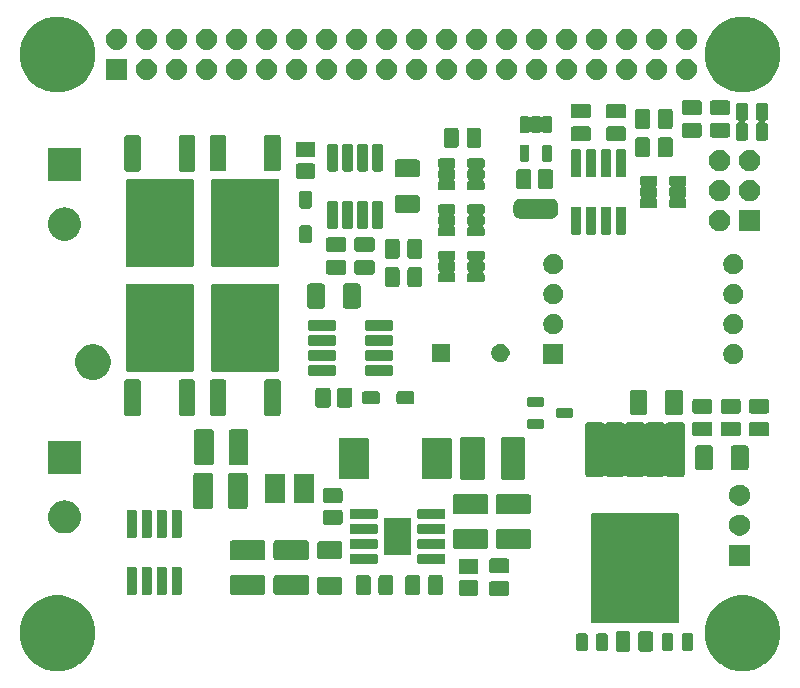
<source format=gts>
G04 #@! TF.GenerationSoftware,KiCad,Pcbnew,(5.1.2-1)-1*
G04 #@! TF.CreationDate,2019-12-23T14:01:27-08:00*
G04 #@! TF.ProjectId,RaceOn-PiHAT,52616365-4f6e-42d5-9069-4841542e6b69,1*
G04 #@! TF.SameCoordinates,Original*
G04 #@! TF.FileFunction,Soldermask,Top*
G04 #@! TF.FilePolarity,Negative*
%FSLAX46Y46*%
G04 Gerber Fmt 4.6, Leading zero omitted, Abs format (unit mm)*
G04 Created by KiCad (PCBNEW (5.1.2-1)-1) date 2019-12-23 14:01:27*
%MOMM*%
%LPD*%
G04 APERTURE LIST*
%ADD10C,0.100000*%
G04 APERTURE END LIST*
D10*
G36*
X179433404Y-111672974D02*
G01*
X180015767Y-111914196D01*
X180015768Y-111914197D01*
X180539881Y-112264398D01*
X180985602Y-112710119D01*
X181219599Y-113060321D01*
X181335804Y-113234233D01*
X181577026Y-113816596D01*
X181700000Y-114434826D01*
X181700000Y-115065174D01*
X181577026Y-115683404D01*
X181335804Y-116265767D01*
X181219599Y-116439679D01*
X180985602Y-116789881D01*
X180539881Y-117235602D01*
X180189679Y-117469599D01*
X180015767Y-117585804D01*
X179433404Y-117827026D01*
X178815174Y-117950000D01*
X178184826Y-117950000D01*
X177566596Y-117827026D01*
X176984233Y-117585804D01*
X176810321Y-117469599D01*
X176460119Y-117235602D01*
X176014398Y-116789881D01*
X175780401Y-116439679D01*
X175664196Y-116265767D01*
X175422974Y-115683404D01*
X175300000Y-115065174D01*
X175300000Y-114434826D01*
X175422974Y-113816596D01*
X175664196Y-113234233D01*
X175780401Y-113060321D01*
X176014398Y-112710119D01*
X176460119Y-112264398D01*
X176984232Y-111914197D01*
X176984233Y-111914196D01*
X177566596Y-111672974D01*
X178184826Y-111550000D01*
X178815174Y-111550000D01*
X179433404Y-111672974D01*
X179433404Y-111672974D01*
G37*
G36*
X121433404Y-111672974D02*
G01*
X122015767Y-111914196D01*
X122015768Y-111914197D01*
X122539881Y-112264398D01*
X122985602Y-112710119D01*
X123219599Y-113060321D01*
X123335804Y-113234233D01*
X123577026Y-113816596D01*
X123700000Y-114434826D01*
X123700000Y-115065174D01*
X123577026Y-115683404D01*
X123335804Y-116265767D01*
X123219599Y-116439679D01*
X122985602Y-116789881D01*
X122539881Y-117235602D01*
X122189679Y-117469599D01*
X122015767Y-117585804D01*
X121433404Y-117827026D01*
X120815174Y-117950000D01*
X120184826Y-117950000D01*
X119566596Y-117827026D01*
X118984233Y-117585804D01*
X118810321Y-117469599D01*
X118460119Y-117235602D01*
X118014398Y-116789881D01*
X117780401Y-116439679D01*
X117664196Y-116265767D01*
X117422974Y-115683404D01*
X117300000Y-115065174D01*
X117300000Y-114434826D01*
X117422974Y-113816596D01*
X117664196Y-113234233D01*
X117780401Y-113060321D01*
X118014398Y-112710119D01*
X118460119Y-112264398D01*
X118984232Y-111914197D01*
X118984233Y-111914196D01*
X119566596Y-111672974D01*
X120184826Y-111550000D01*
X120815174Y-111550000D01*
X121433404Y-111672974D01*
X121433404Y-111672974D01*
G37*
G36*
X170745022Y-114588054D02*
G01*
X170788461Y-114601231D01*
X170828485Y-114622624D01*
X170863576Y-114651424D01*
X170892376Y-114686515D01*
X170913769Y-114726539D01*
X170926946Y-114769978D01*
X170932000Y-114821291D01*
X170932000Y-116064709D01*
X170926946Y-116116022D01*
X170913769Y-116159461D01*
X170892376Y-116199485D01*
X170863576Y-116234576D01*
X170828485Y-116263376D01*
X170788461Y-116284769D01*
X170745022Y-116297946D01*
X170693709Y-116303000D01*
X169920291Y-116303000D01*
X169868978Y-116297946D01*
X169825539Y-116284769D01*
X169785515Y-116263376D01*
X169750424Y-116234576D01*
X169721624Y-116199485D01*
X169700231Y-116159461D01*
X169687054Y-116116022D01*
X169682000Y-116064709D01*
X169682000Y-114821291D01*
X169687054Y-114769978D01*
X169700231Y-114726539D01*
X169721624Y-114686515D01*
X169750424Y-114651424D01*
X169785515Y-114622624D01*
X169825539Y-114601231D01*
X169868978Y-114588054D01*
X169920291Y-114583000D01*
X170693709Y-114583000D01*
X170745022Y-114588054D01*
X170745022Y-114588054D01*
G37*
G36*
X168825022Y-114588054D02*
G01*
X168868461Y-114601231D01*
X168908485Y-114622624D01*
X168943576Y-114651424D01*
X168972376Y-114686515D01*
X168993769Y-114726539D01*
X169006946Y-114769978D01*
X169012000Y-114821291D01*
X169012000Y-116064709D01*
X169006946Y-116116022D01*
X168993769Y-116159461D01*
X168972376Y-116199485D01*
X168943576Y-116234576D01*
X168908485Y-116263376D01*
X168868461Y-116284769D01*
X168825022Y-116297946D01*
X168773709Y-116303000D01*
X168000291Y-116303000D01*
X167948978Y-116297946D01*
X167905539Y-116284769D01*
X167865515Y-116263376D01*
X167830424Y-116234576D01*
X167801624Y-116199485D01*
X167780231Y-116159461D01*
X167767054Y-116116022D01*
X167762000Y-116064709D01*
X167762000Y-114821291D01*
X167767054Y-114769978D01*
X167780231Y-114726539D01*
X167801624Y-114686515D01*
X167830424Y-114651424D01*
X167865515Y-114622624D01*
X167905539Y-114601231D01*
X167948978Y-114588054D01*
X168000291Y-114583000D01*
X168773709Y-114583000D01*
X168825022Y-114588054D01*
X168825022Y-114588054D01*
G37*
G36*
X174193963Y-114764196D02*
G01*
X174229021Y-114774831D01*
X174261332Y-114792102D01*
X174289655Y-114815345D01*
X174312898Y-114843668D01*
X174330169Y-114875979D01*
X174340804Y-114911037D01*
X174345000Y-114953641D01*
X174345000Y-116046359D01*
X174340804Y-116088963D01*
X174330169Y-116124021D01*
X174312898Y-116156332D01*
X174289655Y-116184655D01*
X174261332Y-116207898D01*
X174229021Y-116225169D01*
X174193963Y-116235804D01*
X174151359Y-116240000D01*
X173538641Y-116240000D01*
X173496037Y-116235804D01*
X173460979Y-116225169D01*
X173428668Y-116207898D01*
X173400345Y-116184655D01*
X173377102Y-116156332D01*
X173359831Y-116124021D01*
X173349196Y-116088963D01*
X173345000Y-116046359D01*
X173345000Y-114953641D01*
X173349196Y-114911037D01*
X173359831Y-114875979D01*
X173377102Y-114843668D01*
X173400345Y-114815345D01*
X173428668Y-114792102D01*
X173460979Y-114774831D01*
X173496037Y-114764196D01*
X173538641Y-114760000D01*
X174151359Y-114760000D01*
X174193963Y-114764196D01*
X174193963Y-114764196D01*
G37*
G36*
X172503963Y-114764196D02*
G01*
X172539021Y-114774831D01*
X172571332Y-114792102D01*
X172599655Y-114815345D01*
X172622898Y-114843668D01*
X172640169Y-114875979D01*
X172650804Y-114911037D01*
X172655000Y-114953641D01*
X172655000Y-116046359D01*
X172650804Y-116088963D01*
X172640169Y-116124021D01*
X172622898Y-116156332D01*
X172599655Y-116184655D01*
X172571332Y-116207898D01*
X172539021Y-116225169D01*
X172503963Y-116235804D01*
X172461359Y-116240000D01*
X171848641Y-116240000D01*
X171806037Y-116235804D01*
X171770979Y-116225169D01*
X171738668Y-116207898D01*
X171710345Y-116184655D01*
X171687102Y-116156332D01*
X171669831Y-116124021D01*
X171659196Y-116088963D01*
X171655000Y-116046359D01*
X171655000Y-114953641D01*
X171659196Y-114911037D01*
X171669831Y-114875979D01*
X171687102Y-114843668D01*
X171710345Y-114815345D01*
X171738668Y-114792102D01*
X171770979Y-114774831D01*
X171806037Y-114764196D01*
X171848641Y-114760000D01*
X172461359Y-114760000D01*
X172503963Y-114764196D01*
X172503963Y-114764196D01*
G37*
G36*
X166943963Y-114764196D02*
G01*
X166979021Y-114774831D01*
X167011332Y-114792102D01*
X167039655Y-114815345D01*
X167062898Y-114843668D01*
X167080169Y-114875979D01*
X167090804Y-114911037D01*
X167095000Y-114953641D01*
X167095000Y-116046359D01*
X167090804Y-116088963D01*
X167080169Y-116124021D01*
X167062898Y-116156332D01*
X167039655Y-116184655D01*
X167011332Y-116207898D01*
X166979021Y-116225169D01*
X166943963Y-116235804D01*
X166901359Y-116240000D01*
X166288641Y-116240000D01*
X166246037Y-116235804D01*
X166210979Y-116225169D01*
X166178668Y-116207898D01*
X166150345Y-116184655D01*
X166127102Y-116156332D01*
X166109831Y-116124021D01*
X166099196Y-116088963D01*
X166095000Y-116046359D01*
X166095000Y-114953641D01*
X166099196Y-114911037D01*
X166109831Y-114875979D01*
X166127102Y-114843668D01*
X166150345Y-114815345D01*
X166178668Y-114792102D01*
X166210979Y-114774831D01*
X166246037Y-114764196D01*
X166288641Y-114760000D01*
X166901359Y-114760000D01*
X166943963Y-114764196D01*
X166943963Y-114764196D01*
G37*
G36*
X165253963Y-114764196D02*
G01*
X165289021Y-114774831D01*
X165321332Y-114792102D01*
X165349655Y-114815345D01*
X165372898Y-114843668D01*
X165390169Y-114875979D01*
X165400804Y-114911037D01*
X165405000Y-114953641D01*
X165405000Y-116046359D01*
X165400804Y-116088963D01*
X165390169Y-116124021D01*
X165372898Y-116156332D01*
X165349655Y-116184655D01*
X165321332Y-116207898D01*
X165289021Y-116225169D01*
X165253963Y-116235804D01*
X165211359Y-116240000D01*
X164598641Y-116240000D01*
X164556037Y-116235804D01*
X164520979Y-116225169D01*
X164488668Y-116207898D01*
X164460345Y-116184655D01*
X164437102Y-116156332D01*
X164419831Y-116124021D01*
X164409196Y-116088963D01*
X164405000Y-116046359D01*
X164405000Y-114953641D01*
X164409196Y-114911037D01*
X164419831Y-114875979D01*
X164437102Y-114843668D01*
X164460345Y-114815345D01*
X164488668Y-114792102D01*
X164520979Y-114774831D01*
X164556037Y-114764196D01*
X164598641Y-114760000D01*
X165211359Y-114760000D01*
X165253963Y-114764196D01*
X165253963Y-114764196D01*
G37*
G36*
X172994481Y-104581271D02*
G01*
X173020517Y-104589169D01*
X173044513Y-104601996D01*
X173065545Y-104619255D01*
X173082804Y-104640287D01*
X173095631Y-104664283D01*
X173103529Y-104690319D01*
X173106800Y-104723533D01*
X173106800Y-113776467D01*
X173103529Y-113809681D01*
X173095631Y-113835717D01*
X173082804Y-113859713D01*
X173065545Y-113880745D01*
X173044513Y-113898004D01*
X173020517Y-113910831D01*
X172994481Y-113918729D01*
X172961267Y-113922000D01*
X165838733Y-113922000D01*
X165805519Y-113918729D01*
X165779483Y-113910831D01*
X165755487Y-113898004D01*
X165734455Y-113880745D01*
X165717196Y-113859713D01*
X165704369Y-113835717D01*
X165696471Y-113809681D01*
X165693200Y-113776467D01*
X165693200Y-104723533D01*
X165696471Y-104690319D01*
X165704369Y-104664283D01*
X165717196Y-104640287D01*
X165734455Y-104619255D01*
X165755487Y-104601996D01*
X165779483Y-104589169D01*
X165805519Y-104581271D01*
X165838733Y-104578000D01*
X172961267Y-104578000D01*
X172994481Y-104581271D01*
X172994481Y-104581271D01*
G37*
G36*
X158573022Y-110340054D02*
G01*
X158616461Y-110353231D01*
X158656485Y-110374624D01*
X158691576Y-110403424D01*
X158720376Y-110438515D01*
X158741769Y-110478539D01*
X158754946Y-110521978D01*
X158760000Y-110573291D01*
X158760000Y-111346709D01*
X158754946Y-111398022D01*
X158741769Y-111441461D01*
X158720376Y-111481485D01*
X158691576Y-111516576D01*
X158656485Y-111545376D01*
X158616461Y-111566769D01*
X158573022Y-111579946D01*
X158521709Y-111585000D01*
X157278291Y-111585000D01*
X157226978Y-111579946D01*
X157183539Y-111566769D01*
X157143515Y-111545376D01*
X157108424Y-111516576D01*
X157079624Y-111481485D01*
X157058231Y-111441461D01*
X157045054Y-111398022D01*
X157040000Y-111346709D01*
X157040000Y-110573291D01*
X157045054Y-110521978D01*
X157058231Y-110478539D01*
X157079624Y-110438515D01*
X157108424Y-110403424D01*
X157143515Y-110374624D01*
X157183539Y-110353231D01*
X157226978Y-110340054D01*
X157278291Y-110335000D01*
X158521709Y-110335000D01*
X158573022Y-110340054D01*
X158573022Y-110340054D01*
G37*
G36*
X155956914Y-110269961D02*
G01*
X155999443Y-110282862D01*
X156038638Y-110303813D01*
X156072993Y-110332007D01*
X156101187Y-110366362D01*
X156122138Y-110405557D01*
X156135039Y-110448086D01*
X156140000Y-110498456D01*
X156140000Y-111331544D01*
X156135039Y-111381914D01*
X156122138Y-111424443D01*
X156101187Y-111463638D01*
X156072993Y-111497993D01*
X156038638Y-111526187D01*
X155999443Y-111547138D01*
X155956914Y-111560039D01*
X155906544Y-111565000D01*
X154693456Y-111565000D01*
X154643086Y-111560039D01*
X154600557Y-111547138D01*
X154561362Y-111526187D01*
X154527007Y-111497993D01*
X154498813Y-111463638D01*
X154477862Y-111424443D01*
X154464961Y-111381914D01*
X154460000Y-111331544D01*
X154460000Y-110498456D01*
X154464961Y-110448086D01*
X154477862Y-110405557D01*
X154498813Y-110366362D01*
X154527007Y-110332007D01*
X154561362Y-110303813D01*
X154600557Y-110282862D01*
X154643086Y-110269961D01*
X154693456Y-110265000D01*
X155906544Y-110265000D01*
X155956914Y-110269961D01*
X155956914Y-110269961D01*
G37*
G36*
X146826022Y-109822054D02*
G01*
X146869461Y-109835231D01*
X146909485Y-109856624D01*
X146944576Y-109885424D01*
X146973376Y-109920515D01*
X146994769Y-109960539D01*
X147007946Y-110003978D01*
X147013000Y-110055291D01*
X147013000Y-111298709D01*
X147007946Y-111350022D01*
X146994769Y-111393461D01*
X146973376Y-111433485D01*
X146944576Y-111468576D01*
X146909485Y-111497376D01*
X146869461Y-111518769D01*
X146826022Y-111531946D01*
X146774709Y-111537000D01*
X146001291Y-111537000D01*
X145949978Y-111531946D01*
X145906539Y-111518769D01*
X145866515Y-111497376D01*
X145831424Y-111468576D01*
X145802624Y-111433485D01*
X145781231Y-111393461D01*
X145768054Y-111350022D01*
X145763000Y-111298709D01*
X145763000Y-110055291D01*
X145768054Y-110003978D01*
X145781231Y-109960539D01*
X145802624Y-109920515D01*
X145831424Y-109885424D01*
X145866515Y-109856624D01*
X145906539Y-109835231D01*
X145949978Y-109822054D01*
X146001291Y-109817000D01*
X146774709Y-109817000D01*
X146826022Y-109822054D01*
X146826022Y-109822054D01*
G37*
G36*
X148746022Y-109822054D02*
G01*
X148789461Y-109835231D01*
X148829485Y-109856624D01*
X148864576Y-109885424D01*
X148893376Y-109920515D01*
X148914769Y-109960539D01*
X148927946Y-110003978D01*
X148933000Y-110055291D01*
X148933000Y-111298709D01*
X148927946Y-111350022D01*
X148914769Y-111393461D01*
X148893376Y-111433485D01*
X148864576Y-111468576D01*
X148829485Y-111497376D01*
X148789461Y-111518769D01*
X148746022Y-111531946D01*
X148694709Y-111537000D01*
X147921291Y-111537000D01*
X147869978Y-111531946D01*
X147826539Y-111518769D01*
X147786515Y-111497376D01*
X147751424Y-111468576D01*
X147722624Y-111433485D01*
X147701231Y-111393461D01*
X147688054Y-111350022D01*
X147683000Y-111298709D01*
X147683000Y-110055291D01*
X147688054Y-110003978D01*
X147701231Y-109960539D01*
X147722624Y-109920515D01*
X147751424Y-109885424D01*
X147786515Y-109856624D01*
X147826539Y-109835231D01*
X147869978Y-109822054D01*
X147921291Y-109817000D01*
X148694709Y-109817000D01*
X148746022Y-109822054D01*
X148746022Y-109822054D01*
G37*
G36*
X151026022Y-109822054D02*
G01*
X151069461Y-109835231D01*
X151109485Y-109856624D01*
X151144576Y-109885424D01*
X151173376Y-109920515D01*
X151194769Y-109960539D01*
X151207946Y-110003978D01*
X151213000Y-110055291D01*
X151213000Y-111298709D01*
X151207946Y-111350022D01*
X151194769Y-111393461D01*
X151173376Y-111433485D01*
X151144576Y-111468576D01*
X151109485Y-111497376D01*
X151069461Y-111518769D01*
X151026022Y-111531946D01*
X150974709Y-111537000D01*
X150201291Y-111537000D01*
X150149978Y-111531946D01*
X150106539Y-111518769D01*
X150066515Y-111497376D01*
X150031424Y-111468576D01*
X150002624Y-111433485D01*
X149981231Y-111393461D01*
X149968054Y-111350022D01*
X149963000Y-111298709D01*
X149963000Y-110055291D01*
X149968054Y-110003978D01*
X149981231Y-109960539D01*
X150002624Y-109920515D01*
X150031424Y-109885424D01*
X150066515Y-109856624D01*
X150106539Y-109835231D01*
X150149978Y-109822054D01*
X150201291Y-109817000D01*
X150974709Y-109817000D01*
X151026022Y-109822054D01*
X151026022Y-109822054D01*
G37*
G36*
X152946022Y-109822054D02*
G01*
X152989461Y-109835231D01*
X153029485Y-109856624D01*
X153064576Y-109885424D01*
X153093376Y-109920515D01*
X153114769Y-109960539D01*
X153127946Y-110003978D01*
X153133000Y-110055291D01*
X153133000Y-111298709D01*
X153127946Y-111350022D01*
X153114769Y-111393461D01*
X153093376Y-111433485D01*
X153064576Y-111468576D01*
X153029485Y-111497376D01*
X152989461Y-111518769D01*
X152946022Y-111531946D01*
X152894709Y-111537000D01*
X152121291Y-111537000D01*
X152069978Y-111531946D01*
X152026539Y-111518769D01*
X151986515Y-111497376D01*
X151951424Y-111468576D01*
X151922624Y-111433485D01*
X151901231Y-111393461D01*
X151888054Y-111350022D01*
X151883000Y-111298709D01*
X151883000Y-110055291D01*
X151888054Y-110003978D01*
X151901231Y-109960539D01*
X151922624Y-109920515D01*
X151951424Y-109885424D01*
X151986515Y-109856624D01*
X152026539Y-109835231D01*
X152069978Y-109822054D01*
X152121291Y-109817000D01*
X152894709Y-109817000D01*
X152946022Y-109822054D01*
X152946022Y-109822054D01*
G37*
G36*
X127108110Y-109143619D02*
G01*
X127137538Y-109152546D01*
X127164667Y-109167047D01*
X127188442Y-109186558D01*
X127207953Y-109210333D01*
X127222454Y-109237462D01*
X127231381Y-109266890D01*
X127235000Y-109303640D01*
X127235000Y-111346360D01*
X127231381Y-111383110D01*
X127222454Y-111412538D01*
X127207953Y-111439667D01*
X127188442Y-111463442D01*
X127164667Y-111482953D01*
X127137538Y-111497454D01*
X127108110Y-111506381D01*
X127071360Y-111510000D01*
X126518640Y-111510000D01*
X126481890Y-111506381D01*
X126452462Y-111497454D01*
X126425333Y-111482953D01*
X126401558Y-111463442D01*
X126382047Y-111439667D01*
X126367546Y-111412538D01*
X126358619Y-111383110D01*
X126355000Y-111346360D01*
X126355000Y-109303640D01*
X126358619Y-109266890D01*
X126367546Y-109237462D01*
X126382047Y-109210333D01*
X126401558Y-109186558D01*
X126425333Y-109167047D01*
X126452462Y-109152546D01*
X126481890Y-109143619D01*
X126518640Y-109140000D01*
X127071360Y-109140000D01*
X127108110Y-109143619D01*
X127108110Y-109143619D01*
G37*
G36*
X128378110Y-109143619D02*
G01*
X128407538Y-109152546D01*
X128434667Y-109167047D01*
X128458442Y-109186558D01*
X128477953Y-109210333D01*
X128492454Y-109237462D01*
X128501381Y-109266890D01*
X128505000Y-109303640D01*
X128505000Y-111346360D01*
X128501381Y-111383110D01*
X128492454Y-111412538D01*
X128477953Y-111439667D01*
X128458442Y-111463442D01*
X128434667Y-111482953D01*
X128407538Y-111497454D01*
X128378110Y-111506381D01*
X128341360Y-111510000D01*
X127788640Y-111510000D01*
X127751890Y-111506381D01*
X127722462Y-111497454D01*
X127695333Y-111482953D01*
X127671558Y-111463442D01*
X127652047Y-111439667D01*
X127637546Y-111412538D01*
X127628619Y-111383110D01*
X127625000Y-111346360D01*
X127625000Y-109303640D01*
X127628619Y-109266890D01*
X127637546Y-109237462D01*
X127652047Y-109210333D01*
X127671558Y-109186558D01*
X127695333Y-109167047D01*
X127722462Y-109152546D01*
X127751890Y-109143619D01*
X127788640Y-109140000D01*
X128341360Y-109140000D01*
X128378110Y-109143619D01*
X128378110Y-109143619D01*
G37*
G36*
X129648110Y-109143619D02*
G01*
X129677538Y-109152546D01*
X129704667Y-109167047D01*
X129728442Y-109186558D01*
X129747953Y-109210333D01*
X129762454Y-109237462D01*
X129771381Y-109266890D01*
X129775000Y-109303640D01*
X129775000Y-111346360D01*
X129771381Y-111383110D01*
X129762454Y-111412538D01*
X129747953Y-111439667D01*
X129728442Y-111463442D01*
X129704667Y-111482953D01*
X129677538Y-111497454D01*
X129648110Y-111506381D01*
X129611360Y-111510000D01*
X129058640Y-111510000D01*
X129021890Y-111506381D01*
X128992462Y-111497454D01*
X128965333Y-111482953D01*
X128941558Y-111463442D01*
X128922047Y-111439667D01*
X128907546Y-111412538D01*
X128898619Y-111383110D01*
X128895000Y-111346360D01*
X128895000Y-109303640D01*
X128898619Y-109266890D01*
X128907546Y-109237462D01*
X128922047Y-109210333D01*
X128941558Y-109186558D01*
X128965333Y-109167047D01*
X128992462Y-109152546D01*
X129021890Y-109143619D01*
X129058640Y-109140000D01*
X129611360Y-109140000D01*
X129648110Y-109143619D01*
X129648110Y-109143619D01*
G37*
G36*
X130918110Y-109143619D02*
G01*
X130947538Y-109152546D01*
X130974667Y-109167047D01*
X130998442Y-109186558D01*
X131017953Y-109210333D01*
X131032454Y-109237462D01*
X131041381Y-109266890D01*
X131045000Y-109303640D01*
X131045000Y-111346360D01*
X131041381Y-111383110D01*
X131032454Y-111412538D01*
X131017953Y-111439667D01*
X130998442Y-111463442D01*
X130974667Y-111482953D01*
X130947538Y-111497454D01*
X130918110Y-111506381D01*
X130881360Y-111510000D01*
X130328640Y-111510000D01*
X130291890Y-111506381D01*
X130262462Y-111497454D01*
X130235333Y-111482953D01*
X130211558Y-111463442D01*
X130192047Y-111439667D01*
X130177546Y-111412538D01*
X130168619Y-111383110D01*
X130165000Y-111346360D01*
X130165000Y-109303640D01*
X130168619Y-109266890D01*
X130177546Y-109237462D01*
X130192047Y-109210333D01*
X130211558Y-109186558D01*
X130235333Y-109167047D01*
X130262462Y-109152546D01*
X130291890Y-109143619D01*
X130328640Y-109140000D01*
X130881360Y-109140000D01*
X130918110Y-109143619D01*
X130918110Y-109143619D01*
G37*
G36*
X141647620Y-109839466D02*
G01*
X141685319Y-109850902D01*
X141720070Y-109869478D01*
X141750527Y-109894473D01*
X141775522Y-109924930D01*
X141794098Y-109959681D01*
X141805534Y-109997380D01*
X141810000Y-110042730D01*
X141810000Y-111297270D01*
X141805534Y-111342620D01*
X141794098Y-111380319D01*
X141775522Y-111415070D01*
X141750527Y-111445527D01*
X141720070Y-111470522D01*
X141685319Y-111489098D01*
X141647620Y-111500534D01*
X141602270Y-111505000D01*
X138997730Y-111505000D01*
X138952380Y-111500534D01*
X138914681Y-111489098D01*
X138879930Y-111470522D01*
X138849473Y-111445527D01*
X138824478Y-111415070D01*
X138805902Y-111380319D01*
X138794466Y-111342620D01*
X138790000Y-111297270D01*
X138790000Y-110042730D01*
X138794466Y-109997380D01*
X138805902Y-109959681D01*
X138824478Y-109924930D01*
X138849473Y-109894473D01*
X138879930Y-109869478D01*
X138914681Y-109850902D01*
X138952380Y-109839466D01*
X138997730Y-109835000D01*
X141602270Y-109835000D01*
X141647620Y-109839466D01*
X141647620Y-109839466D01*
G37*
G36*
X137947620Y-109839466D02*
G01*
X137985319Y-109850902D01*
X138020070Y-109869478D01*
X138050527Y-109894473D01*
X138075522Y-109924930D01*
X138094098Y-109959681D01*
X138105534Y-109997380D01*
X138110000Y-110042730D01*
X138110000Y-111297270D01*
X138105534Y-111342620D01*
X138094098Y-111380319D01*
X138075522Y-111415070D01*
X138050527Y-111445527D01*
X138020070Y-111470522D01*
X137985319Y-111489098D01*
X137947620Y-111500534D01*
X137902270Y-111505000D01*
X135297730Y-111505000D01*
X135252380Y-111500534D01*
X135214681Y-111489098D01*
X135179930Y-111470522D01*
X135149473Y-111445527D01*
X135124478Y-111415070D01*
X135105902Y-111380319D01*
X135094466Y-111342620D01*
X135090000Y-111297270D01*
X135090000Y-110042730D01*
X135094466Y-109997380D01*
X135105902Y-109959681D01*
X135124478Y-109924930D01*
X135149473Y-109894473D01*
X135179930Y-109869478D01*
X135214681Y-109850902D01*
X135252380Y-109839466D01*
X135297730Y-109835000D01*
X137902270Y-109835000D01*
X137947620Y-109839466D01*
X137947620Y-109839466D01*
G37*
G36*
X144434622Y-109984657D02*
G01*
X144474191Y-109996660D01*
X144510657Y-110016152D01*
X144542618Y-110042382D01*
X144568848Y-110074343D01*
X144588340Y-110110809D01*
X144600343Y-110150378D01*
X144605000Y-110197665D01*
X144605000Y-111262335D01*
X144600343Y-111309622D01*
X144588340Y-111349191D01*
X144568848Y-111385657D01*
X144542618Y-111417618D01*
X144510657Y-111443848D01*
X144474191Y-111463340D01*
X144434622Y-111475343D01*
X144387335Y-111480000D01*
X142702665Y-111480000D01*
X142655378Y-111475343D01*
X142615809Y-111463340D01*
X142579343Y-111443848D01*
X142547382Y-111417618D01*
X142521152Y-111385657D01*
X142501660Y-111349191D01*
X142489657Y-111309622D01*
X142485000Y-111262335D01*
X142485000Y-110197665D01*
X142489657Y-110150378D01*
X142501660Y-110110809D01*
X142521152Y-110074343D01*
X142547382Y-110042382D01*
X142579343Y-110016152D01*
X142615809Y-109996660D01*
X142655378Y-109984657D01*
X142702665Y-109980000D01*
X144387335Y-109980000D01*
X144434622Y-109984657D01*
X144434622Y-109984657D01*
G37*
G36*
X155956914Y-108439961D02*
G01*
X155999443Y-108452862D01*
X156038638Y-108473813D01*
X156072993Y-108502007D01*
X156101187Y-108536362D01*
X156122138Y-108575557D01*
X156135039Y-108618086D01*
X156140000Y-108668456D01*
X156140000Y-109501544D01*
X156135039Y-109551914D01*
X156122138Y-109594443D01*
X156101187Y-109633638D01*
X156072993Y-109667993D01*
X156038638Y-109696187D01*
X155999443Y-109717138D01*
X155956914Y-109730039D01*
X155906544Y-109735000D01*
X154693456Y-109735000D01*
X154643086Y-109730039D01*
X154600557Y-109717138D01*
X154561362Y-109696187D01*
X154527007Y-109667993D01*
X154498813Y-109633638D01*
X154477862Y-109594443D01*
X154464961Y-109551914D01*
X154460000Y-109501544D01*
X154460000Y-108668456D01*
X154464961Y-108618086D01*
X154477862Y-108575557D01*
X154498813Y-108536362D01*
X154527007Y-108502007D01*
X154561362Y-108473813D01*
X154600557Y-108452862D01*
X154643086Y-108439961D01*
X154693456Y-108435000D01*
X155906544Y-108435000D01*
X155956914Y-108439961D01*
X155956914Y-108439961D01*
G37*
G36*
X158573022Y-108420054D02*
G01*
X158616461Y-108433231D01*
X158656485Y-108454624D01*
X158691576Y-108483424D01*
X158720376Y-108518515D01*
X158741769Y-108558539D01*
X158754946Y-108601978D01*
X158760000Y-108653291D01*
X158760000Y-109426709D01*
X158754946Y-109478022D01*
X158741769Y-109521461D01*
X158720376Y-109561485D01*
X158691576Y-109596576D01*
X158656485Y-109625376D01*
X158616461Y-109646769D01*
X158573022Y-109659946D01*
X158521709Y-109665000D01*
X157278291Y-109665000D01*
X157226978Y-109659946D01*
X157183539Y-109646769D01*
X157143515Y-109625376D01*
X157108424Y-109596576D01*
X157079624Y-109561485D01*
X157058231Y-109521461D01*
X157045054Y-109478022D01*
X157040000Y-109426709D01*
X157040000Y-108653291D01*
X157045054Y-108601978D01*
X157058231Y-108558539D01*
X157079624Y-108518515D01*
X157108424Y-108483424D01*
X157143515Y-108454624D01*
X157183539Y-108433231D01*
X157226978Y-108420054D01*
X157278291Y-108415000D01*
X158521709Y-108415000D01*
X158573022Y-108420054D01*
X158573022Y-108420054D01*
G37*
G36*
X179145000Y-109033000D02*
G01*
X177355000Y-109033000D01*
X177355000Y-107243000D01*
X179145000Y-107243000D01*
X179145000Y-109033000D01*
X179145000Y-109033000D01*
G37*
G36*
X147498110Y-108025619D02*
G01*
X147527538Y-108034546D01*
X147554667Y-108049047D01*
X147578442Y-108068558D01*
X147597953Y-108092333D01*
X147612454Y-108119462D01*
X147621381Y-108148890D01*
X147625000Y-108185640D01*
X147625000Y-108738360D01*
X147621381Y-108775110D01*
X147612454Y-108804538D01*
X147597953Y-108831667D01*
X147578442Y-108855442D01*
X147554667Y-108874953D01*
X147527538Y-108889454D01*
X147498110Y-108898381D01*
X147461360Y-108902000D01*
X145418640Y-108902000D01*
X145381890Y-108898381D01*
X145352462Y-108889454D01*
X145325333Y-108874953D01*
X145301558Y-108855442D01*
X145282047Y-108831667D01*
X145267546Y-108804538D01*
X145258619Y-108775110D01*
X145255000Y-108738360D01*
X145255000Y-108185640D01*
X145258619Y-108148890D01*
X145267546Y-108119462D01*
X145282047Y-108092333D01*
X145301558Y-108068558D01*
X145325333Y-108049047D01*
X145352462Y-108034546D01*
X145381890Y-108025619D01*
X145418640Y-108022000D01*
X147461360Y-108022000D01*
X147498110Y-108025619D01*
X147498110Y-108025619D01*
G37*
G36*
X153218110Y-108025619D02*
G01*
X153247538Y-108034546D01*
X153274667Y-108049047D01*
X153298442Y-108068558D01*
X153317953Y-108092333D01*
X153332454Y-108119462D01*
X153341381Y-108148890D01*
X153345000Y-108185640D01*
X153345000Y-108738360D01*
X153341381Y-108775110D01*
X153332454Y-108804538D01*
X153317953Y-108831667D01*
X153298442Y-108855442D01*
X153274667Y-108874953D01*
X153247538Y-108889454D01*
X153218110Y-108898381D01*
X153181360Y-108902000D01*
X151138640Y-108902000D01*
X151101890Y-108898381D01*
X151072462Y-108889454D01*
X151045333Y-108874953D01*
X151021558Y-108855442D01*
X151002047Y-108831667D01*
X150987546Y-108804538D01*
X150978619Y-108775110D01*
X150975000Y-108738360D01*
X150975000Y-108185640D01*
X150978619Y-108148890D01*
X150987546Y-108119462D01*
X151002047Y-108092333D01*
X151021558Y-108068558D01*
X151045333Y-108049047D01*
X151072462Y-108034546D01*
X151101890Y-108025619D01*
X151138640Y-108022000D01*
X153181360Y-108022000D01*
X153218110Y-108025619D01*
X153218110Y-108025619D01*
G37*
G36*
X141647620Y-106899466D02*
G01*
X141685319Y-106910902D01*
X141720070Y-106929478D01*
X141750527Y-106954473D01*
X141775522Y-106984930D01*
X141794098Y-107019681D01*
X141805534Y-107057380D01*
X141810000Y-107102730D01*
X141810000Y-108357270D01*
X141805534Y-108402620D01*
X141794098Y-108440319D01*
X141775522Y-108475070D01*
X141750527Y-108505527D01*
X141720070Y-108530522D01*
X141685319Y-108549098D01*
X141647620Y-108560534D01*
X141602270Y-108565000D01*
X138997730Y-108565000D01*
X138952380Y-108560534D01*
X138914681Y-108549098D01*
X138879930Y-108530522D01*
X138849473Y-108505527D01*
X138824478Y-108475070D01*
X138805902Y-108440319D01*
X138794466Y-108402620D01*
X138790000Y-108357270D01*
X138790000Y-107102730D01*
X138794466Y-107057380D01*
X138805902Y-107019681D01*
X138824478Y-106984930D01*
X138849473Y-106954473D01*
X138879930Y-106929478D01*
X138914681Y-106910902D01*
X138952380Y-106899466D01*
X138997730Y-106895000D01*
X141602270Y-106895000D01*
X141647620Y-106899466D01*
X141647620Y-106899466D01*
G37*
G36*
X137947620Y-106899466D02*
G01*
X137985319Y-106910902D01*
X138020070Y-106929478D01*
X138050527Y-106954473D01*
X138075522Y-106984930D01*
X138094098Y-107019681D01*
X138105534Y-107057380D01*
X138110000Y-107102730D01*
X138110000Y-108357270D01*
X138105534Y-108402620D01*
X138094098Y-108440319D01*
X138075522Y-108475070D01*
X138050527Y-108505527D01*
X138020070Y-108530522D01*
X137985319Y-108549098D01*
X137947620Y-108560534D01*
X137902270Y-108565000D01*
X135297730Y-108565000D01*
X135252380Y-108560534D01*
X135214681Y-108549098D01*
X135179930Y-108530522D01*
X135149473Y-108505527D01*
X135124478Y-108475070D01*
X135105902Y-108440319D01*
X135094466Y-108402620D01*
X135090000Y-108357270D01*
X135090000Y-107102730D01*
X135094466Y-107057380D01*
X135105902Y-107019681D01*
X135124478Y-106984930D01*
X135149473Y-106954473D01*
X135179930Y-106929478D01*
X135214681Y-106910902D01*
X135252380Y-106899466D01*
X135297730Y-106895000D01*
X137902270Y-106895000D01*
X137947620Y-106899466D01*
X137947620Y-106899466D01*
G37*
G36*
X144434622Y-106964657D02*
G01*
X144474191Y-106976660D01*
X144510657Y-106996152D01*
X144542618Y-107022382D01*
X144568848Y-107054343D01*
X144588340Y-107090809D01*
X144600343Y-107130378D01*
X144605000Y-107177665D01*
X144605000Y-108242335D01*
X144600343Y-108289622D01*
X144588340Y-108329191D01*
X144568848Y-108365657D01*
X144542618Y-108397618D01*
X144510657Y-108423848D01*
X144474191Y-108443340D01*
X144434622Y-108455343D01*
X144387335Y-108460000D01*
X142702665Y-108460000D01*
X142655378Y-108455343D01*
X142615809Y-108443340D01*
X142579343Y-108423848D01*
X142547382Y-108397618D01*
X142521152Y-108365657D01*
X142501660Y-108329191D01*
X142489657Y-108289622D01*
X142485000Y-108242335D01*
X142485000Y-107177665D01*
X142489657Y-107130378D01*
X142501660Y-107090809D01*
X142521152Y-107054343D01*
X142547382Y-107022382D01*
X142579343Y-106996152D01*
X142615809Y-106976660D01*
X142655378Y-106964657D01*
X142702665Y-106960000D01*
X144387335Y-106960000D01*
X144434622Y-106964657D01*
X144434622Y-106964657D01*
G37*
G36*
X150412500Y-108094500D02*
G01*
X148187500Y-108094500D01*
X148187500Y-105019500D01*
X150412500Y-105019500D01*
X150412500Y-108094500D01*
X150412500Y-108094500D01*
G37*
G36*
X153218110Y-106755619D02*
G01*
X153247538Y-106764546D01*
X153274667Y-106779047D01*
X153298442Y-106798558D01*
X153317953Y-106822333D01*
X153332454Y-106849462D01*
X153341381Y-106878890D01*
X153345000Y-106915640D01*
X153345000Y-107468360D01*
X153341381Y-107505110D01*
X153332454Y-107534538D01*
X153317953Y-107561667D01*
X153298442Y-107585442D01*
X153274667Y-107604953D01*
X153247538Y-107619454D01*
X153218110Y-107628381D01*
X153181360Y-107632000D01*
X151138640Y-107632000D01*
X151101890Y-107628381D01*
X151072462Y-107619454D01*
X151045333Y-107604953D01*
X151021558Y-107585442D01*
X151002047Y-107561667D01*
X150987546Y-107534538D01*
X150978619Y-107505110D01*
X150975000Y-107468360D01*
X150975000Y-106915640D01*
X150978619Y-106878890D01*
X150987546Y-106849462D01*
X151002047Y-106822333D01*
X151021558Y-106798558D01*
X151045333Y-106779047D01*
X151072462Y-106764546D01*
X151101890Y-106755619D01*
X151138640Y-106752000D01*
X153181360Y-106752000D01*
X153218110Y-106755619D01*
X153218110Y-106755619D01*
G37*
G36*
X147498110Y-106755619D02*
G01*
X147527538Y-106764546D01*
X147554667Y-106779047D01*
X147578442Y-106798558D01*
X147597953Y-106822333D01*
X147612454Y-106849462D01*
X147621381Y-106878890D01*
X147625000Y-106915640D01*
X147625000Y-107468360D01*
X147621381Y-107505110D01*
X147612454Y-107534538D01*
X147597953Y-107561667D01*
X147578442Y-107585442D01*
X147554667Y-107604953D01*
X147527538Y-107619454D01*
X147498110Y-107628381D01*
X147461360Y-107632000D01*
X145418640Y-107632000D01*
X145381890Y-107628381D01*
X145352462Y-107619454D01*
X145325333Y-107604953D01*
X145301558Y-107585442D01*
X145282047Y-107561667D01*
X145267546Y-107534538D01*
X145258619Y-107505110D01*
X145255000Y-107468360D01*
X145255000Y-106915640D01*
X145258619Y-106878890D01*
X145267546Y-106849462D01*
X145282047Y-106822333D01*
X145301558Y-106798558D01*
X145325333Y-106779047D01*
X145352462Y-106764546D01*
X145381890Y-106755619D01*
X145418640Y-106752000D01*
X147461360Y-106752000D01*
X147498110Y-106755619D01*
X147498110Y-106755619D01*
G37*
G36*
X160447620Y-105939466D02*
G01*
X160485319Y-105950902D01*
X160520070Y-105969478D01*
X160550527Y-105994473D01*
X160575522Y-106024930D01*
X160594098Y-106059681D01*
X160605534Y-106097380D01*
X160610000Y-106142730D01*
X160610000Y-107397270D01*
X160605534Y-107442620D01*
X160594098Y-107480319D01*
X160575522Y-107515070D01*
X160550527Y-107545527D01*
X160520070Y-107570522D01*
X160485319Y-107589098D01*
X160447620Y-107600534D01*
X160402270Y-107605000D01*
X157797730Y-107605000D01*
X157752380Y-107600534D01*
X157714681Y-107589098D01*
X157679930Y-107570522D01*
X157649473Y-107545527D01*
X157624478Y-107515070D01*
X157605902Y-107480319D01*
X157594466Y-107442620D01*
X157590000Y-107397270D01*
X157590000Y-106142730D01*
X157594466Y-106097380D01*
X157605902Y-106059681D01*
X157624478Y-106024930D01*
X157649473Y-105994473D01*
X157679930Y-105969478D01*
X157714681Y-105950902D01*
X157752380Y-105939466D01*
X157797730Y-105935000D01*
X160402270Y-105935000D01*
X160447620Y-105939466D01*
X160447620Y-105939466D01*
G37*
G36*
X156817620Y-105929466D02*
G01*
X156855319Y-105940902D01*
X156890070Y-105959478D01*
X156920527Y-105984473D01*
X156945522Y-106014930D01*
X156964098Y-106049681D01*
X156975534Y-106087380D01*
X156980000Y-106132730D01*
X156980000Y-107387270D01*
X156975534Y-107432620D01*
X156964098Y-107470319D01*
X156945522Y-107505070D01*
X156920527Y-107535527D01*
X156890070Y-107560522D01*
X156855319Y-107579098D01*
X156817620Y-107590534D01*
X156772270Y-107595000D01*
X154167730Y-107595000D01*
X154122380Y-107590534D01*
X154084681Y-107579098D01*
X154049930Y-107560522D01*
X154019473Y-107535527D01*
X153994478Y-107505070D01*
X153975902Y-107470319D01*
X153964466Y-107432620D01*
X153960000Y-107387270D01*
X153960000Y-106132730D01*
X153964466Y-106087380D01*
X153975902Y-106049681D01*
X153994478Y-106014930D01*
X154019473Y-105984473D01*
X154049930Y-105959478D01*
X154084681Y-105940902D01*
X154122380Y-105929466D01*
X154167730Y-105925000D01*
X156772270Y-105925000D01*
X156817620Y-105929466D01*
X156817620Y-105929466D01*
G37*
G36*
X130918110Y-104293619D02*
G01*
X130947538Y-104302546D01*
X130974667Y-104317047D01*
X130998442Y-104336558D01*
X131017953Y-104360333D01*
X131032454Y-104387462D01*
X131041381Y-104416890D01*
X131045000Y-104453640D01*
X131045000Y-106496360D01*
X131041381Y-106533110D01*
X131032454Y-106562538D01*
X131017953Y-106589667D01*
X130998442Y-106613442D01*
X130974667Y-106632953D01*
X130947538Y-106647454D01*
X130918110Y-106656381D01*
X130881360Y-106660000D01*
X130328640Y-106660000D01*
X130291890Y-106656381D01*
X130262462Y-106647454D01*
X130235333Y-106632953D01*
X130211558Y-106613442D01*
X130192047Y-106589667D01*
X130177546Y-106562538D01*
X130168619Y-106533110D01*
X130165000Y-106496360D01*
X130165000Y-104453640D01*
X130168619Y-104416890D01*
X130177546Y-104387462D01*
X130192047Y-104360333D01*
X130211558Y-104336558D01*
X130235333Y-104317047D01*
X130262462Y-104302546D01*
X130291890Y-104293619D01*
X130328640Y-104290000D01*
X130881360Y-104290000D01*
X130918110Y-104293619D01*
X130918110Y-104293619D01*
G37*
G36*
X129648110Y-104293619D02*
G01*
X129677538Y-104302546D01*
X129704667Y-104317047D01*
X129728442Y-104336558D01*
X129747953Y-104360333D01*
X129762454Y-104387462D01*
X129771381Y-104416890D01*
X129775000Y-104453640D01*
X129775000Y-106496360D01*
X129771381Y-106533110D01*
X129762454Y-106562538D01*
X129747953Y-106589667D01*
X129728442Y-106613442D01*
X129704667Y-106632953D01*
X129677538Y-106647454D01*
X129648110Y-106656381D01*
X129611360Y-106660000D01*
X129058640Y-106660000D01*
X129021890Y-106656381D01*
X128992462Y-106647454D01*
X128965333Y-106632953D01*
X128941558Y-106613442D01*
X128922047Y-106589667D01*
X128907546Y-106562538D01*
X128898619Y-106533110D01*
X128895000Y-106496360D01*
X128895000Y-104453640D01*
X128898619Y-104416890D01*
X128907546Y-104387462D01*
X128922047Y-104360333D01*
X128941558Y-104336558D01*
X128965333Y-104317047D01*
X128992462Y-104302546D01*
X129021890Y-104293619D01*
X129058640Y-104290000D01*
X129611360Y-104290000D01*
X129648110Y-104293619D01*
X129648110Y-104293619D01*
G37*
G36*
X128378110Y-104293619D02*
G01*
X128407538Y-104302546D01*
X128434667Y-104317047D01*
X128458442Y-104336558D01*
X128477953Y-104360333D01*
X128492454Y-104387462D01*
X128501381Y-104416890D01*
X128505000Y-104453640D01*
X128505000Y-106496360D01*
X128501381Y-106533110D01*
X128492454Y-106562538D01*
X128477953Y-106589667D01*
X128458442Y-106613442D01*
X128434667Y-106632953D01*
X128407538Y-106647454D01*
X128378110Y-106656381D01*
X128341360Y-106660000D01*
X127788640Y-106660000D01*
X127751890Y-106656381D01*
X127722462Y-106647454D01*
X127695333Y-106632953D01*
X127671558Y-106613442D01*
X127652047Y-106589667D01*
X127637546Y-106562538D01*
X127628619Y-106533110D01*
X127625000Y-106496360D01*
X127625000Y-104453640D01*
X127628619Y-104416890D01*
X127637546Y-104387462D01*
X127652047Y-104360333D01*
X127671558Y-104336558D01*
X127695333Y-104317047D01*
X127722462Y-104302546D01*
X127751890Y-104293619D01*
X127788640Y-104290000D01*
X128341360Y-104290000D01*
X128378110Y-104293619D01*
X128378110Y-104293619D01*
G37*
G36*
X127108110Y-104293619D02*
G01*
X127137538Y-104302546D01*
X127164667Y-104317047D01*
X127188442Y-104336558D01*
X127207953Y-104360333D01*
X127222454Y-104387462D01*
X127231381Y-104416890D01*
X127235000Y-104453640D01*
X127235000Y-106496360D01*
X127231381Y-106533110D01*
X127222454Y-106562538D01*
X127207953Y-106589667D01*
X127188442Y-106613442D01*
X127164667Y-106632953D01*
X127137538Y-106647454D01*
X127108110Y-106656381D01*
X127071360Y-106660000D01*
X126518640Y-106660000D01*
X126481890Y-106656381D01*
X126452462Y-106647454D01*
X126425333Y-106632953D01*
X126401558Y-106613442D01*
X126382047Y-106589667D01*
X126367546Y-106562538D01*
X126358619Y-106533110D01*
X126355000Y-106496360D01*
X126355000Y-104453640D01*
X126358619Y-104416890D01*
X126367546Y-104387462D01*
X126382047Y-104360333D01*
X126401558Y-104336558D01*
X126425333Y-104317047D01*
X126452462Y-104302546D01*
X126481890Y-104293619D01*
X126518640Y-104290000D01*
X127071360Y-104290000D01*
X127108110Y-104293619D01*
X127108110Y-104293619D01*
G37*
G36*
X178424606Y-104720197D02*
G01*
X178511062Y-104737394D01*
X178673942Y-104804861D01*
X178820530Y-104902808D01*
X178945192Y-105027470D01*
X179043139Y-105174058D01*
X179110606Y-105336938D01*
X179110606Y-105336939D01*
X179142792Y-105498747D01*
X179145000Y-105509850D01*
X179145000Y-105686150D01*
X179110606Y-105859062D01*
X179043139Y-106021942D01*
X178945192Y-106168530D01*
X178820530Y-106293192D01*
X178673942Y-106391139D01*
X178511062Y-106458606D01*
X178424606Y-106475803D01*
X178338151Y-106493000D01*
X178161849Y-106493000D01*
X178075394Y-106475803D01*
X177988938Y-106458606D01*
X177826058Y-106391139D01*
X177679470Y-106293192D01*
X177554808Y-106168530D01*
X177456861Y-106021942D01*
X177389394Y-105859062D01*
X177355000Y-105686150D01*
X177355000Y-105509850D01*
X177357209Y-105498747D01*
X177389394Y-105336939D01*
X177389394Y-105336938D01*
X177456861Y-105174058D01*
X177554808Y-105027470D01*
X177679470Y-104902808D01*
X177826058Y-104804861D01*
X177988938Y-104737394D01*
X178075394Y-104720197D01*
X178161849Y-104703000D01*
X178338151Y-104703000D01*
X178424606Y-104720197D01*
X178424606Y-104720197D01*
G37*
G36*
X153218110Y-105485619D02*
G01*
X153247538Y-105494546D01*
X153274667Y-105509047D01*
X153298442Y-105528558D01*
X153317953Y-105552333D01*
X153332454Y-105579462D01*
X153341381Y-105608890D01*
X153345000Y-105645640D01*
X153345000Y-106198360D01*
X153341381Y-106235110D01*
X153332454Y-106264538D01*
X153317953Y-106291667D01*
X153298442Y-106315442D01*
X153274667Y-106334953D01*
X153247538Y-106349454D01*
X153218110Y-106358381D01*
X153181360Y-106362000D01*
X151138640Y-106362000D01*
X151101890Y-106358381D01*
X151072462Y-106349454D01*
X151045333Y-106334953D01*
X151021558Y-106315442D01*
X151002047Y-106291667D01*
X150987546Y-106264538D01*
X150978619Y-106235110D01*
X150975000Y-106198360D01*
X150975000Y-105645640D01*
X150978619Y-105608890D01*
X150987546Y-105579462D01*
X151002047Y-105552333D01*
X151021558Y-105528558D01*
X151045333Y-105509047D01*
X151072462Y-105494546D01*
X151101890Y-105485619D01*
X151138640Y-105482000D01*
X153181360Y-105482000D01*
X153218110Y-105485619D01*
X153218110Y-105485619D01*
G37*
G36*
X147498110Y-105485619D02*
G01*
X147527538Y-105494546D01*
X147554667Y-105509047D01*
X147578442Y-105528558D01*
X147597953Y-105552333D01*
X147612454Y-105579462D01*
X147621381Y-105608890D01*
X147625000Y-105645640D01*
X147625000Y-106198360D01*
X147621381Y-106235110D01*
X147612454Y-106264538D01*
X147597953Y-106291667D01*
X147578442Y-106315442D01*
X147554667Y-106334953D01*
X147527538Y-106349454D01*
X147498110Y-106358381D01*
X147461360Y-106362000D01*
X145418640Y-106362000D01*
X145381890Y-106358381D01*
X145352462Y-106349454D01*
X145325333Y-106334953D01*
X145301558Y-106315442D01*
X145282047Y-106291667D01*
X145267546Y-106264538D01*
X145258619Y-106235110D01*
X145255000Y-106198360D01*
X145255000Y-105645640D01*
X145258619Y-105608890D01*
X145267546Y-105579462D01*
X145282047Y-105552333D01*
X145301558Y-105528558D01*
X145325333Y-105509047D01*
X145352462Y-105494546D01*
X145381890Y-105485619D01*
X145418640Y-105482000D01*
X147461360Y-105482000D01*
X147498110Y-105485619D01*
X147498110Y-105485619D01*
G37*
G36*
X121311006Y-103514544D02*
G01*
X121508365Y-103553801D01*
X121637868Y-103607443D01*
X121732494Y-103646638D01*
X121763149Y-103659336D01*
X121992448Y-103812549D01*
X122187451Y-104007552D01*
X122324059Y-104212000D01*
X122340665Y-104236853D01*
X122359503Y-104282333D01*
X122446199Y-104491635D01*
X122462481Y-104573490D01*
X122500000Y-104762111D01*
X122500000Y-105037889D01*
X122473100Y-105173126D01*
X122446199Y-105308365D01*
X122392733Y-105437443D01*
X122343830Y-105555507D01*
X122340664Y-105563149D01*
X122187451Y-105792448D01*
X121992448Y-105987451D01*
X121763149Y-106140664D01*
X121763148Y-106140665D01*
X121763147Y-106140665D01*
X121731803Y-106153648D01*
X121508365Y-106246199D01*
X121416168Y-106264538D01*
X121237889Y-106300000D01*
X120962111Y-106300000D01*
X120783832Y-106264538D01*
X120691635Y-106246199D01*
X120468197Y-106153648D01*
X120436853Y-106140665D01*
X120436852Y-106140665D01*
X120436851Y-106140664D01*
X120207552Y-105987451D01*
X120012549Y-105792448D01*
X119859336Y-105563149D01*
X119856171Y-105555507D01*
X119807267Y-105437443D01*
X119753801Y-105308365D01*
X119726900Y-105173126D01*
X119700000Y-105037889D01*
X119700000Y-104762111D01*
X119737519Y-104573490D01*
X119753801Y-104491635D01*
X119840497Y-104282333D01*
X119859335Y-104236853D01*
X119875941Y-104212000D01*
X120012549Y-104007552D01*
X120207552Y-103812549D01*
X120436851Y-103659336D01*
X120467507Y-103646638D01*
X120562132Y-103607443D01*
X120691635Y-103553801D01*
X120888994Y-103514544D01*
X120962111Y-103500000D01*
X121237889Y-103500000D01*
X121311006Y-103514544D01*
X121311006Y-103514544D01*
G37*
G36*
X144456914Y-104282961D02*
G01*
X144499443Y-104295862D01*
X144538638Y-104316813D01*
X144572993Y-104345007D01*
X144601187Y-104379362D01*
X144622138Y-104418557D01*
X144635039Y-104461086D01*
X144640000Y-104511456D01*
X144640000Y-105344544D01*
X144635039Y-105394914D01*
X144622138Y-105437443D01*
X144601187Y-105476638D01*
X144572993Y-105510993D01*
X144538638Y-105539187D01*
X144499443Y-105560138D01*
X144456914Y-105573039D01*
X144406544Y-105578000D01*
X143193456Y-105578000D01*
X143143086Y-105573039D01*
X143100557Y-105560138D01*
X143061362Y-105539187D01*
X143027007Y-105510993D01*
X142998813Y-105476638D01*
X142977862Y-105437443D01*
X142964961Y-105394914D01*
X142960000Y-105344544D01*
X142960000Y-104511456D01*
X142964961Y-104461086D01*
X142977862Y-104418557D01*
X142998813Y-104379362D01*
X143027007Y-104345007D01*
X143061362Y-104316813D01*
X143100557Y-104295862D01*
X143143086Y-104282961D01*
X143193456Y-104278000D01*
X144406544Y-104278000D01*
X144456914Y-104282961D01*
X144456914Y-104282961D01*
G37*
G36*
X153218110Y-104215619D02*
G01*
X153247538Y-104224546D01*
X153274667Y-104239047D01*
X153298442Y-104258558D01*
X153317953Y-104282333D01*
X153332454Y-104309462D01*
X153341381Y-104338890D01*
X153345000Y-104375640D01*
X153345000Y-104928360D01*
X153341381Y-104965110D01*
X153332454Y-104994538D01*
X153317953Y-105021667D01*
X153298442Y-105045442D01*
X153274667Y-105064953D01*
X153247538Y-105079454D01*
X153218110Y-105088381D01*
X153181360Y-105092000D01*
X151138640Y-105092000D01*
X151101890Y-105088381D01*
X151072462Y-105079454D01*
X151045333Y-105064953D01*
X151021558Y-105045442D01*
X151002047Y-105021667D01*
X150987546Y-104994538D01*
X150978619Y-104965110D01*
X150975000Y-104928360D01*
X150975000Y-104375640D01*
X150978619Y-104338890D01*
X150987546Y-104309462D01*
X151002047Y-104282333D01*
X151021558Y-104258558D01*
X151045333Y-104239047D01*
X151072462Y-104224546D01*
X151101890Y-104215619D01*
X151138640Y-104212000D01*
X153181360Y-104212000D01*
X153218110Y-104215619D01*
X153218110Y-104215619D01*
G37*
G36*
X147498110Y-104215619D02*
G01*
X147527538Y-104224546D01*
X147554667Y-104239047D01*
X147578442Y-104258558D01*
X147597953Y-104282333D01*
X147612454Y-104309462D01*
X147621381Y-104338890D01*
X147625000Y-104375640D01*
X147625000Y-104928360D01*
X147621381Y-104965110D01*
X147612454Y-104994538D01*
X147597953Y-105021667D01*
X147578442Y-105045442D01*
X147554667Y-105064953D01*
X147527538Y-105079454D01*
X147498110Y-105088381D01*
X147461360Y-105092000D01*
X145418640Y-105092000D01*
X145381890Y-105088381D01*
X145352462Y-105079454D01*
X145325333Y-105064953D01*
X145301558Y-105045442D01*
X145282047Y-105021667D01*
X145267546Y-104994538D01*
X145258619Y-104965110D01*
X145255000Y-104928360D01*
X145255000Y-104375640D01*
X145258619Y-104338890D01*
X145267546Y-104309462D01*
X145282047Y-104282333D01*
X145301558Y-104258558D01*
X145325333Y-104239047D01*
X145352462Y-104224546D01*
X145381890Y-104215619D01*
X145418640Y-104212000D01*
X147461360Y-104212000D01*
X147498110Y-104215619D01*
X147498110Y-104215619D01*
G37*
G36*
X160447620Y-102999466D02*
G01*
X160485319Y-103010902D01*
X160520070Y-103029478D01*
X160550527Y-103054473D01*
X160575522Y-103084930D01*
X160594098Y-103119681D01*
X160605534Y-103157380D01*
X160610000Y-103202730D01*
X160610000Y-104457270D01*
X160605534Y-104502620D01*
X160594098Y-104540319D01*
X160575522Y-104575070D01*
X160550527Y-104605527D01*
X160520070Y-104630522D01*
X160485319Y-104649098D01*
X160447620Y-104660534D01*
X160402270Y-104665000D01*
X157797730Y-104665000D01*
X157752380Y-104660534D01*
X157714681Y-104649098D01*
X157679930Y-104630522D01*
X157649473Y-104605527D01*
X157624478Y-104575070D01*
X157605902Y-104540319D01*
X157594466Y-104502620D01*
X157590000Y-104457270D01*
X157590000Y-103202730D01*
X157594466Y-103157380D01*
X157605902Y-103119681D01*
X157624478Y-103084930D01*
X157649473Y-103054473D01*
X157679930Y-103029478D01*
X157714681Y-103010902D01*
X157752380Y-102999466D01*
X157797730Y-102995000D01*
X160402270Y-102995000D01*
X160447620Y-102999466D01*
X160447620Y-102999466D01*
G37*
G36*
X156817620Y-102989466D02*
G01*
X156855319Y-103000902D01*
X156890070Y-103019478D01*
X156920527Y-103044473D01*
X156945522Y-103074930D01*
X156964098Y-103109681D01*
X156975534Y-103147380D01*
X156980000Y-103192730D01*
X156980000Y-104447270D01*
X156975534Y-104492620D01*
X156964098Y-104530319D01*
X156945522Y-104565070D01*
X156920527Y-104595527D01*
X156890070Y-104620522D01*
X156855319Y-104639098D01*
X156817620Y-104650534D01*
X156772270Y-104655000D01*
X154167730Y-104655000D01*
X154122380Y-104650534D01*
X154084681Y-104639098D01*
X154049930Y-104620522D01*
X154019473Y-104595527D01*
X153994478Y-104565070D01*
X153975902Y-104530319D01*
X153964466Y-104492620D01*
X153960000Y-104447270D01*
X153960000Y-103192730D01*
X153964466Y-103147380D01*
X153975902Y-103109681D01*
X153994478Y-103074930D01*
X154019473Y-103044473D01*
X154049930Y-103019478D01*
X154084681Y-103000902D01*
X154122380Y-102989466D01*
X154167730Y-102985000D01*
X156772270Y-102985000D01*
X156817620Y-102989466D01*
X156817620Y-102989466D01*
G37*
G36*
X133502620Y-101194466D02*
G01*
X133540319Y-101205902D01*
X133575070Y-101224478D01*
X133605527Y-101249473D01*
X133630522Y-101279930D01*
X133649098Y-101314681D01*
X133660534Y-101352380D01*
X133665000Y-101397730D01*
X133665000Y-104002270D01*
X133660534Y-104047620D01*
X133649098Y-104085319D01*
X133630522Y-104120070D01*
X133605527Y-104150527D01*
X133575070Y-104175522D01*
X133540319Y-104194098D01*
X133502620Y-104205534D01*
X133457270Y-104210000D01*
X132202730Y-104210000D01*
X132157380Y-104205534D01*
X132119681Y-104194098D01*
X132084930Y-104175522D01*
X132054473Y-104150527D01*
X132029478Y-104120070D01*
X132010902Y-104085319D01*
X131999466Y-104047620D01*
X131995000Y-104002270D01*
X131995000Y-101397730D01*
X131999466Y-101352380D01*
X132010902Y-101314681D01*
X132029478Y-101279930D01*
X132054473Y-101249473D01*
X132084930Y-101224478D01*
X132119681Y-101205902D01*
X132157380Y-101194466D01*
X132202730Y-101190000D01*
X133457270Y-101190000D01*
X133502620Y-101194466D01*
X133502620Y-101194466D01*
G37*
G36*
X136442620Y-101194466D02*
G01*
X136480319Y-101205902D01*
X136515070Y-101224478D01*
X136545527Y-101249473D01*
X136570522Y-101279930D01*
X136589098Y-101314681D01*
X136600534Y-101352380D01*
X136605000Y-101397730D01*
X136605000Y-104002270D01*
X136600534Y-104047620D01*
X136589098Y-104085319D01*
X136570522Y-104120070D01*
X136545527Y-104150527D01*
X136515070Y-104175522D01*
X136480319Y-104194098D01*
X136442620Y-104205534D01*
X136397270Y-104210000D01*
X135142730Y-104210000D01*
X135097380Y-104205534D01*
X135059681Y-104194098D01*
X135024930Y-104175522D01*
X134994473Y-104150527D01*
X134969478Y-104120070D01*
X134950902Y-104085319D01*
X134939466Y-104047620D01*
X134935000Y-104002270D01*
X134935000Y-101397730D01*
X134939466Y-101352380D01*
X134950902Y-101314681D01*
X134969478Y-101279930D01*
X134994473Y-101249473D01*
X135024930Y-101224478D01*
X135059681Y-101205902D01*
X135097380Y-101194466D01*
X135142730Y-101190000D01*
X136397270Y-101190000D01*
X136442620Y-101194466D01*
X136442620Y-101194466D01*
G37*
G36*
X178424606Y-102180197D02*
G01*
X178511062Y-102197394D01*
X178673942Y-102264861D01*
X178820530Y-102362808D01*
X178945192Y-102487470D01*
X179043139Y-102634058D01*
X179088467Y-102743490D01*
X179110606Y-102796939D01*
X179145000Y-102969849D01*
X179145000Y-103146151D01*
X179142766Y-103157380D01*
X179110606Y-103319062D01*
X179043139Y-103481942D01*
X178945192Y-103628530D01*
X178820530Y-103753192D01*
X178673942Y-103851139D01*
X178511062Y-103918606D01*
X178474226Y-103925933D01*
X178338151Y-103953000D01*
X178161849Y-103953000D01*
X178025774Y-103925933D01*
X177988938Y-103918606D01*
X177826058Y-103851139D01*
X177679470Y-103753192D01*
X177554808Y-103628530D01*
X177456861Y-103481942D01*
X177389394Y-103319062D01*
X177357234Y-103157380D01*
X177355000Y-103146151D01*
X177355000Y-102969849D01*
X177389394Y-102796939D01*
X177411533Y-102743490D01*
X177456861Y-102634058D01*
X177554808Y-102487470D01*
X177679470Y-102362808D01*
X177826058Y-102264861D01*
X177988938Y-102197394D01*
X178075394Y-102180197D01*
X178161849Y-102163000D01*
X178338151Y-102163000D01*
X178424606Y-102180197D01*
X178424606Y-102180197D01*
G37*
G36*
X139750000Y-103750000D02*
G01*
X138050000Y-103750000D01*
X138050000Y-101250000D01*
X139750000Y-101250000D01*
X139750000Y-103750000D01*
X139750000Y-103750000D01*
G37*
G36*
X142250000Y-103750000D02*
G01*
X140550000Y-103750000D01*
X140550000Y-101250000D01*
X142250000Y-101250000D01*
X142250000Y-103750000D01*
X142250000Y-103750000D01*
G37*
G36*
X144456914Y-102452961D02*
G01*
X144499443Y-102465862D01*
X144538638Y-102486813D01*
X144572993Y-102515007D01*
X144601187Y-102549362D01*
X144622138Y-102588557D01*
X144635039Y-102631086D01*
X144640000Y-102681456D01*
X144640000Y-103514544D01*
X144635039Y-103564914D01*
X144622138Y-103607443D01*
X144601187Y-103646638D01*
X144572993Y-103680993D01*
X144538638Y-103709187D01*
X144499443Y-103730138D01*
X144456914Y-103743039D01*
X144406544Y-103748000D01*
X143193456Y-103748000D01*
X143143086Y-103743039D01*
X143100557Y-103730138D01*
X143061362Y-103709187D01*
X143027007Y-103680993D01*
X142998813Y-103646638D01*
X142977862Y-103607443D01*
X142964961Y-103564914D01*
X142960000Y-103514544D01*
X142960000Y-102681456D01*
X142964961Y-102631086D01*
X142977862Y-102588557D01*
X142998813Y-102549362D01*
X143027007Y-102515007D01*
X143061362Y-102486813D01*
X143100557Y-102465862D01*
X143143086Y-102452961D01*
X143193456Y-102448000D01*
X144406544Y-102448000D01*
X144456914Y-102452961D01*
X144456914Y-102452961D01*
G37*
G36*
X159964312Y-98143140D02*
G01*
X159998819Y-98153607D01*
X160030632Y-98170612D01*
X160058510Y-98193490D01*
X160081388Y-98221368D01*
X160098393Y-98253181D01*
X160108860Y-98287688D01*
X160113000Y-98329723D01*
X160113000Y-101568277D01*
X160108860Y-101610312D01*
X160098393Y-101644819D01*
X160081388Y-101676632D01*
X160058510Y-101704510D01*
X160030632Y-101727388D01*
X159998819Y-101744393D01*
X159964312Y-101754860D01*
X159922277Y-101759000D01*
X158213723Y-101759000D01*
X158171688Y-101754860D01*
X158137181Y-101744393D01*
X158105368Y-101727388D01*
X158077490Y-101704510D01*
X158054612Y-101676632D01*
X158037607Y-101644819D01*
X158027140Y-101610312D01*
X158023000Y-101568277D01*
X158023000Y-98329723D01*
X158027140Y-98287688D01*
X158037607Y-98253181D01*
X158054612Y-98221368D01*
X158077490Y-98193490D01*
X158105368Y-98170612D01*
X158137181Y-98153607D01*
X158171688Y-98143140D01*
X158213723Y-98139000D01*
X159922277Y-98139000D01*
X159964312Y-98143140D01*
X159964312Y-98143140D01*
G37*
G36*
X156534312Y-98143140D02*
G01*
X156568819Y-98153607D01*
X156600632Y-98170612D01*
X156628510Y-98193490D01*
X156651388Y-98221368D01*
X156668393Y-98253181D01*
X156678860Y-98287688D01*
X156683000Y-98329723D01*
X156683000Y-101568277D01*
X156678860Y-101610312D01*
X156668393Y-101644819D01*
X156651388Y-101676632D01*
X156628510Y-101704510D01*
X156600632Y-101727388D01*
X156568819Y-101744393D01*
X156534312Y-101754860D01*
X156492277Y-101759000D01*
X154783723Y-101759000D01*
X154741688Y-101754860D01*
X154707181Y-101744393D01*
X154675368Y-101727388D01*
X154647490Y-101704510D01*
X154624612Y-101676632D01*
X154607607Y-101644819D01*
X154597140Y-101610312D01*
X154593000Y-101568277D01*
X154593000Y-98329723D01*
X154597140Y-98287688D01*
X154607607Y-98253181D01*
X154624612Y-98221368D01*
X154647490Y-98193490D01*
X154675368Y-98170612D01*
X154707181Y-98153607D01*
X154741688Y-98143140D01*
X154783723Y-98139000D01*
X156492277Y-98139000D01*
X156534312Y-98143140D01*
X156534312Y-98143140D01*
G37*
G36*
X153739599Y-98192894D02*
G01*
X153771713Y-98202636D01*
X153801315Y-98218459D01*
X153827254Y-98239746D01*
X153848541Y-98265685D01*
X153864364Y-98295287D01*
X153874106Y-98327401D01*
X153878000Y-98366940D01*
X153878000Y-101531060D01*
X153874106Y-101570599D01*
X153864364Y-101602713D01*
X153848541Y-101632315D01*
X153827254Y-101658254D01*
X153801315Y-101679541D01*
X153771713Y-101695364D01*
X153739599Y-101705106D01*
X153700060Y-101709000D01*
X151505940Y-101709000D01*
X151466401Y-101705106D01*
X151434287Y-101695364D01*
X151404685Y-101679541D01*
X151378746Y-101658254D01*
X151357459Y-101632315D01*
X151341636Y-101602713D01*
X151331894Y-101570599D01*
X151328000Y-101531060D01*
X151328000Y-98366940D01*
X151331894Y-98327401D01*
X151341636Y-98295287D01*
X151357459Y-98265685D01*
X151378746Y-98239746D01*
X151404685Y-98218459D01*
X151434287Y-98202636D01*
X151466401Y-98192894D01*
X151505940Y-98189000D01*
X153700060Y-98189000D01*
X153739599Y-98192894D01*
X153739599Y-98192894D01*
G37*
G36*
X146729599Y-98192894D02*
G01*
X146761713Y-98202636D01*
X146791315Y-98218459D01*
X146817254Y-98239746D01*
X146838541Y-98265685D01*
X146854364Y-98295287D01*
X146864106Y-98327401D01*
X146868000Y-98366940D01*
X146868000Y-101531060D01*
X146864106Y-101570599D01*
X146854364Y-101602713D01*
X146838541Y-101632315D01*
X146817254Y-101658254D01*
X146791315Y-101679541D01*
X146761713Y-101695364D01*
X146729599Y-101705106D01*
X146690060Y-101709000D01*
X144495940Y-101709000D01*
X144456401Y-101705106D01*
X144424287Y-101695364D01*
X144394685Y-101679541D01*
X144368746Y-101658254D01*
X144347459Y-101632315D01*
X144331636Y-101602713D01*
X144321894Y-101570599D01*
X144318000Y-101531060D01*
X144318000Y-98366940D01*
X144321894Y-98327401D01*
X144331636Y-98295287D01*
X144347459Y-98265685D01*
X144368746Y-98239746D01*
X144394685Y-98218459D01*
X144424287Y-98202636D01*
X144456401Y-98192894D01*
X144495940Y-98189000D01*
X146690060Y-98189000D01*
X146729599Y-98192894D01*
X146729599Y-98192894D01*
G37*
G36*
X166633325Y-96901548D02*
G01*
X166671435Y-96913109D01*
X166706552Y-96931879D01*
X166737340Y-96957146D01*
X166750676Y-96973396D01*
X166768003Y-96990723D01*
X166788378Y-97004336D01*
X166811017Y-97013713D01*
X166835050Y-97018493D01*
X166859554Y-97018493D01*
X166883587Y-97013712D01*
X166906226Y-97004334D01*
X166926600Y-96990720D01*
X166943924Y-96973396D01*
X166957260Y-96957146D01*
X166988048Y-96931879D01*
X167023165Y-96913109D01*
X167061275Y-96901548D01*
X167107045Y-96897040D01*
X168289355Y-96897040D01*
X168335125Y-96901548D01*
X168373235Y-96913109D01*
X168408352Y-96931879D01*
X168439140Y-96957146D01*
X168452476Y-96973396D01*
X168469803Y-96990723D01*
X168490178Y-97004336D01*
X168512817Y-97013713D01*
X168536850Y-97018493D01*
X168561354Y-97018493D01*
X168585387Y-97013712D01*
X168608026Y-97004334D01*
X168628400Y-96990720D01*
X168645724Y-96973396D01*
X168659060Y-96957146D01*
X168689848Y-96931879D01*
X168724965Y-96913109D01*
X168763075Y-96901548D01*
X168808845Y-96897040D01*
X169991155Y-96897040D01*
X170036925Y-96901548D01*
X170075035Y-96913109D01*
X170110152Y-96931879D01*
X170140940Y-96957146D01*
X170154276Y-96973396D01*
X170171603Y-96990723D01*
X170191978Y-97004336D01*
X170214617Y-97013713D01*
X170238650Y-97018493D01*
X170263154Y-97018493D01*
X170287187Y-97013712D01*
X170309826Y-97004334D01*
X170330200Y-96990720D01*
X170347524Y-96973396D01*
X170360860Y-96957146D01*
X170391648Y-96931879D01*
X170426765Y-96913109D01*
X170464875Y-96901548D01*
X170510645Y-96897040D01*
X171692955Y-96897040D01*
X171738725Y-96901548D01*
X171776835Y-96913109D01*
X171811952Y-96931879D01*
X171842740Y-96957146D01*
X171856076Y-96973396D01*
X171873403Y-96990723D01*
X171893778Y-97004336D01*
X171916417Y-97013713D01*
X171940450Y-97018493D01*
X171964954Y-97018493D01*
X171988987Y-97013712D01*
X172011626Y-97004334D01*
X172032000Y-96990720D01*
X172049324Y-96973396D01*
X172062660Y-96957146D01*
X172093448Y-96931879D01*
X172128565Y-96913109D01*
X172166675Y-96901548D01*
X172212445Y-96897040D01*
X173394755Y-96897040D01*
X173440525Y-96901548D01*
X173478635Y-96913109D01*
X173513752Y-96931879D01*
X173544536Y-96957144D01*
X173569801Y-96987928D01*
X173588571Y-97023045D01*
X173600132Y-97061155D01*
X173604640Y-97106925D01*
X173604640Y-101296595D01*
X173600132Y-101342365D01*
X173588571Y-101380475D01*
X173569801Y-101415592D01*
X173544536Y-101446376D01*
X173513752Y-101471641D01*
X173478635Y-101490411D01*
X173440525Y-101501972D01*
X173394755Y-101506480D01*
X172212445Y-101506480D01*
X172166675Y-101501972D01*
X172128565Y-101490411D01*
X172093448Y-101471641D01*
X172062660Y-101446374D01*
X172049324Y-101430124D01*
X172031997Y-101412797D01*
X172011622Y-101399184D01*
X171988983Y-101389807D01*
X171964950Y-101385027D01*
X171940446Y-101385027D01*
X171916413Y-101389808D01*
X171893774Y-101399186D01*
X171873400Y-101412800D01*
X171856076Y-101430124D01*
X171842740Y-101446374D01*
X171811952Y-101471641D01*
X171776835Y-101490411D01*
X171738725Y-101501972D01*
X171692955Y-101506480D01*
X170510645Y-101506480D01*
X170464875Y-101501972D01*
X170426765Y-101490411D01*
X170391648Y-101471641D01*
X170360860Y-101446374D01*
X170347524Y-101430124D01*
X170330197Y-101412797D01*
X170309822Y-101399184D01*
X170287183Y-101389807D01*
X170263150Y-101385027D01*
X170238646Y-101385027D01*
X170214613Y-101389808D01*
X170191974Y-101399186D01*
X170171600Y-101412800D01*
X170154276Y-101430124D01*
X170140940Y-101446374D01*
X170110152Y-101471641D01*
X170075035Y-101490411D01*
X170036925Y-101501972D01*
X169991155Y-101506480D01*
X168808845Y-101506480D01*
X168763075Y-101501972D01*
X168724965Y-101490411D01*
X168689848Y-101471641D01*
X168659060Y-101446374D01*
X168645724Y-101430124D01*
X168628397Y-101412797D01*
X168608022Y-101399184D01*
X168585383Y-101389807D01*
X168561350Y-101385027D01*
X168536846Y-101385027D01*
X168512813Y-101389808D01*
X168490174Y-101399186D01*
X168469800Y-101412800D01*
X168452476Y-101430124D01*
X168439140Y-101446374D01*
X168408352Y-101471641D01*
X168373235Y-101490411D01*
X168335125Y-101501972D01*
X168289355Y-101506480D01*
X167107045Y-101506480D01*
X167061275Y-101501972D01*
X167023165Y-101490411D01*
X166988048Y-101471641D01*
X166957260Y-101446374D01*
X166943924Y-101430124D01*
X166926597Y-101412797D01*
X166906222Y-101399184D01*
X166883583Y-101389807D01*
X166859550Y-101385027D01*
X166835046Y-101385027D01*
X166811013Y-101389808D01*
X166788374Y-101399186D01*
X166768000Y-101412800D01*
X166750676Y-101430124D01*
X166737340Y-101446374D01*
X166706552Y-101471641D01*
X166671435Y-101490411D01*
X166633325Y-101501972D01*
X166587555Y-101506480D01*
X165405245Y-101506480D01*
X165359475Y-101501972D01*
X165321365Y-101490411D01*
X165286248Y-101471641D01*
X165255464Y-101446376D01*
X165230199Y-101415592D01*
X165211429Y-101380475D01*
X165199868Y-101342365D01*
X165195360Y-101296595D01*
X165195360Y-97106925D01*
X165199868Y-97061155D01*
X165211429Y-97023045D01*
X165230199Y-96987928D01*
X165255464Y-96957144D01*
X165286248Y-96931879D01*
X165321365Y-96913109D01*
X165359475Y-96901548D01*
X165405245Y-96897040D01*
X166587555Y-96897040D01*
X166633325Y-96901548D01*
X166633325Y-96901548D01*
G37*
G36*
X122500000Y-101300000D02*
G01*
X119700000Y-101300000D01*
X119700000Y-98500000D01*
X122500000Y-98500000D01*
X122500000Y-101300000D01*
X122500000Y-101300000D01*
G37*
G36*
X175819622Y-98844657D02*
G01*
X175859191Y-98856660D01*
X175895657Y-98876152D01*
X175927618Y-98902382D01*
X175953848Y-98934343D01*
X175973340Y-98970809D01*
X175985343Y-99010378D01*
X175990000Y-99057665D01*
X175990000Y-100742335D01*
X175985343Y-100789622D01*
X175973340Y-100829191D01*
X175953848Y-100865657D01*
X175927618Y-100897618D01*
X175895657Y-100923848D01*
X175859191Y-100943340D01*
X175819622Y-100955343D01*
X175772335Y-100960000D01*
X174707665Y-100960000D01*
X174660378Y-100955343D01*
X174620809Y-100943340D01*
X174584343Y-100923848D01*
X174552382Y-100897618D01*
X174526152Y-100865657D01*
X174506660Y-100829191D01*
X174494657Y-100789622D01*
X174490000Y-100742335D01*
X174490000Y-99057665D01*
X174494657Y-99010378D01*
X174506660Y-98970809D01*
X174526152Y-98934343D01*
X174552382Y-98902382D01*
X174584343Y-98876152D01*
X174620809Y-98856660D01*
X174660378Y-98844657D01*
X174707665Y-98840000D01*
X175772335Y-98840000D01*
X175819622Y-98844657D01*
X175819622Y-98844657D01*
G37*
G36*
X178839622Y-98844657D02*
G01*
X178879191Y-98856660D01*
X178915657Y-98876152D01*
X178947618Y-98902382D01*
X178973848Y-98934343D01*
X178993340Y-98970809D01*
X179005343Y-99010378D01*
X179010000Y-99057665D01*
X179010000Y-100742335D01*
X179005343Y-100789622D01*
X178993340Y-100829191D01*
X178973848Y-100865657D01*
X178947618Y-100897618D01*
X178915657Y-100923848D01*
X178879191Y-100943340D01*
X178839622Y-100955343D01*
X178792335Y-100960000D01*
X177727665Y-100960000D01*
X177680378Y-100955343D01*
X177640809Y-100943340D01*
X177604343Y-100923848D01*
X177572382Y-100897618D01*
X177546152Y-100865657D01*
X177526660Y-100829191D01*
X177514657Y-100789622D01*
X177510000Y-100742335D01*
X177510000Y-99057665D01*
X177514657Y-99010378D01*
X177526660Y-98970809D01*
X177546152Y-98934343D01*
X177572382Y-98902382D01*
X177604343Y-98876152D01*
X177640809Y-98856660D01*
X177680378Y-98844657D01*
X177727665Y-98840000D01*
X178792335Y-98840000D01*
X178839622Y-98844657D01*
X178839622Y-98844657D01*
G37*
G36*
X133572620Y-97494466D02*
G01*
X133610319Y-97505902D01*
X133645070Y-97524478D01*
X133675527Y-97549473D01*
X133700522Y-97579930D01*
X133719098Y-97614681D01*
X133730534Y-97652380D01*
X133735000Y-97697730D01*
X133735000Y-100302270D01*
X133730534Y-100347620D01*
X133719098Y-100385319D01*
X133700522Y-100420070D01*
X133675527Y-100450527D01*
X133645070Y-100475522D01*
X133610319Y-100494098D01*
X133572620Y-100505534D01*
X133527270Y-100510000D01*
X132272730Y-100510000D01*
X132227380Y-100505534D01*
X132189681Y-100494098D01*
X132154930Y-100475522D01*
X132124473Y-100450527D01*
X132099478Y-100420070D01*
X132080902Y-100385319D01*
X132069466Y-100347620D01*
X132065000Y-100302270D01*
X132065000Y-97697730D01*
X132069466Y-97652380D01*
X132080902Y-97614681D01*
X132099478Y-97579930D01*
X132124473Y-97549473D01*
X132154930Y-97524478D01*
X132189681Y-97505902D01*
X132227380Y-97494466D01*
X132272730Y-97490000D01*
X133527270Y-97490000D01*
X133572620Y-97494466D01*
X133572620Y-97494466D01*
G37*
G36*
X136512620Y-97494466D02*
G01*
X136550319Y-97505902D01*
X136585070Y-97524478D01*
X136615527Y-97549473D01*
X136640522Y-97579930D01*
X136659098Y-97614681D01*
X136670534Y-97652380D01*
X136675000Y-97697730D01*
X136675000Y-100302270D01*
X136670534Y-100347620D01*
X136659098Y-100385319D01*
X136640522Y-100420070D01*
X136615527Y-100450527D01*
X136585070Y-100475522D01*
X136550319Y-100494098D01*
X136512620Y-100505534D01*
X136467270Y-100510000D01*
X135212730Y-100510000D01*
X135167380Y-100505534D01*
X135129681Y-100494098D01*
X135094930Y-100475522D01*
X135064473Y-100450527D01*
X135039478Y-100420070D01*
X135020902Y-100385319D01*
X135009466Y-100347620D01*
X135005000Y-100302270D01*
X135005000Y-97697730D01*
X135009466Y-97652380D01*
X135020902Y-97614681D01*
X135039478Y-97579930D01*
X135064473Y-97549473D01*
X135094930Y-97524478D01*
X135129681Y-97505902D01*
X135167380Y-97494466D01*
X135212730Y-97490000D01*
X136467270Y-97490000D01*
X136512620Y-97494466D01*
X136512620Y-97494466D01*
G37*
G36*
X178173022Y-96840054D02*
G01*
X178216461Y-96853231D01*
X178256485Y-96874624D01*
X178291576Y-96903424D01*
X178320376Y-96938515D01*
X178341769Y-96978539D01*
X178354946Y-97021978D01*
X178360000Y-97073291D01*
X178360000Y-97846709D01*
X178354946Y-97898022D01*
X178341769Y-97941461D01*
X178320376Y-97981485D01*
X178291576Y-98016576D01*
X178256485Y-98045376D01*
X178216461Y-98066769D01*
X178173022Y-98079946D01*
X178121709Y-98085000D01*
X176878291Y-98085000D01*
X176826978Y-98079946D01*
X176783539Y-98066769D01*
X176743515Y-98045376D01*
X176708424Y-98016576D01*
X176679624Y-97981485D01*
X176658231Y-97941461D01*
X176645054Y-97898022D01*
X176640000Y-97846709D01*
X176640000Y-97073291D01*
X176645054Y-97021978D01*
X176658231Y-96978539D01*
X176679624Y-96938515D01*
X176708424Y-96903424D01*
X176743515Y-96874624D01*
X176783539Y-96853231D01*
X176826978Y-96840054D01*
X176878291Y-96835000D01*
X178121709Y-96835000D01*
X178173022Y-96840054D01*
X178173022Y-96840054D01*
G37*
G36*
X180573022Y-96840054D02*
G01*
X180616461Y-96853231D01*
X180656485Y-96874624D01*
X180691576Y-96903424D01*
X180720376Y-96938515D01*
X180741769Y-96978539D01*
X180754946Y-97021978D01*
X180760000Y-97073291D01*
X180760000Y-97846709D01*
X180754946Y-97898022D01*
X180741769Y-97941461D01*
X180720376Y-97981485D01*
X180691576Y-98016576D01*
X180656485Y-98045376D01*
X180616461Y-98066769D01*
X180573022Y-98079946D01*
X180521709Y-98085000D01*
X179278291Y-98085000D01*
X179226978Y-98079946D01*
X179183539Y-98066769D01*
X179143515Y-98045376D01*
X179108424Y-98016576D01*
X179079624Y-97981485D01*
X179058231Y-97941461D01*
X179045054Y-97898022D01*
X179040000Y-97846709D01*
X179040000Y-97073291D01*
X179045054Y-97021978D01*
X179058231Y-96978539D01*
X179079624Y-96938515D01*
X179108424Y-96903424D01*
X179143515Y-96874624D01*
X179183539Y-96853231D01*
X179226978Y-96840054D01*
X179278291Y-96835000D01*
X180521709Y-96835000D01*
X180573022Y-96840054D01*
X180573022Y-96840054D01*
G37*
G36*
X175773022Y-96840054D02*
G01*
X175816461Y-96853231D01*
X175856485Y-96874624D01*
X175891576Y-96903424D01*
X175920376Y-96938515D01*
X175941769Y-96978539D01*
X175954946Y-97021978D01*
X175960000Y-97073291D01*
X175960000Y-97846709D01*
X175954946Y-97898022D01*
X175941769Y-97941461D01*
X175920376Y-97981485D01*
X175891576Y-98016576D01*
X175856485Y-98045376D01*
X175816461Y-98066769D01*
X175773022Y-98079946D01*
X175721709Y-98085000D01*
X174478291Y-98085000D01*
X174426978Y-98079946D01*
X174383539Y-98066769D01*
X174343515Y-98045376D01*
X174308424Y-98016576D01*
X174279624Y-97981485D01*
X174258231Y-97941461D01*
X174245054Y-97898022D01*
X174240000Y-97846709D01*
X174240000Y-97073291D01*
X174245054Y-97021978D01*
X174258231Y-96978539D01*
X174279624Y-96938515D01*
X174308424Y-96903424D01*
X174343515Y-96874624D01*
X174383539Y-96853231D01*
X174426978Y-96840054D01*
X174478291Y-96835000D01*
X175721709Y-96835000D01*
X175773022Y-96840054D01*
X175773022Y-96840054D01*
G37*
G36*
X161575694Y-96648199D02*
G01*
X161601024Y-96655883D01*
X161624376Y-96668365D01*
X161644840Y-96685160D01*
X161661635Y-96705624D01*
X161674117Y-96728976D01*
X161681801Y-96754306D01*
X161685000Y-96786792D01*
X161685000Y-97313208D01*
X161681801Y-97345694D01*
X161674117Y-97371024D01*
X161661635Y-97394376D01*
X161644840Y-97414840D01*
X161624376Y-97431635D01*
X161601024Y-97444117D01*
X161575694Y-97451801D01*
X161543208Y-97455000D01*
X160406792Y-97455000D01*
X160374306Y-97451801D01*
X160348976Y-97444117D01*
X160325624Y-97431635D01*
X160305160Y-97414840D01*
X160288365Y-97394376D01*
X160275883Y-97371024D01*
X160268199Y-97345694D01*
X160265000Y-97313208D01*
X160265000Y-96786792D01*
X160268199Y-96754306D01*
X160275883Y-96728976D01*
X160288365Y-96705624D01*
X160305160Y-96685160D01*
X160325624Y-96668365D01*
X160348976Y-96655883D01*
X160374306Y-96648199D01*
X160406792Y-96645000D01*
X161543208Y-96645000D01*
X161575694Y-96648199D01*
X161575694Y-96648199D01*
G37*
G36*
X164025694Y-95698199D02*
G01*
X164051024Y-95705883D01*
X164074376Y-95718365D01*
X164094840Y-95735160D01*
X164111635Y-95755624D01*
X164124117Y-95778976D01*
X164131801Y-95804306D01*
X164135000Y-95836792D01*
X164135000Y-96363208D01*
X164131801Y-96395694D01*
X164124117Y-96421024D01*
X164111635Y-96444376D01*
X164094840Y-96464840D01*
X164074376Y-96481635D01*
X164051024Y-96494117D01*
X164025694Y-96501801D01*
X163993208Y-96505000D01*
X162856792Y-96505000D01*
X162824306Y-96501801D01*
X162798976Y-96494117D01*
X162775624Y-96481635D01*
X162755160Y-96464840D01*
X162738365Y-96444376D01*
X162725883Y-96421024D01*
X162718199Y-96395694D01*
X162715000Y-96363208D01*
X162715000Y-95836792D01*
X162718199Y-95804306D01*
X162725883Y-95778976D01*
X162738365Y-95755624D01*
X162755160Y-95735160D01*
X162775624Y-95718365D01*
X162798976Y-95705883D01*
X162824306Y-95698199D01*
X162856792Y-95695000D01*
X163993208Y-95695000D01*
X164025694Y-95698199D01*
X164025694Y-95698199D01*
G37*
G36*
X127388445Y-93264981D02*
G01*
X127429222Y-93277351D01*
X127466799Y-93297436D01*
X127499735Y-93324465D01*
X127526764Y-93357401D01*
X127546849Y-93394978D01*
X127559219Y-93435755D01*
X127564000Y-93484296D01*
X127564000Y-96126104D01*
X127559219Y-96174645D01*
X127546849Y-96215422D01*
X127526764Y-96252999D01*
X127499735Y-96285935D01*
X127466799Y-96312964D01*
X127429222Y-96333049D01*
X127388445Y-96345419D01*
X127339904Y-96350200D01*
X126378096Y-96350200D01*
X126329555Y-96345419D01*
X126288778Y-96333049D01*
X126251201Y-96312964D01*
X126218265Y-96285935D01*
X126191236Y-96252999D01*
X126171151Y-96215422D01*
X126158781Y-96174645D01*
X126154000Y-96126104D01*
X126154000Y-93484296D01*
X126158781Y-93435755D01*
X126171151Y-93394978D01*
X126191236Y-93357401D01*
X126218265Y-93324465D01*
X126251201Y-93297436D01*
X126288778Y-93277351D01*
X126329555Y-93264981D01*
X126378096Y-93260200D01*
X127339904Y-93260200D01*
X127388445Y-93264981D01*
X127388445Y-93264981D01*
G37*
G36*
X139227445Y-93264981D02*
G01*
X139268222Y-93277351D01*
X139305799Y-93297436D01*
X139338735Y-93324465D01*
X139365764Y-93357401D01*
X139385849Y-93394978D01*
X139398219Y-93435755D01*
X139403000Y-93484296D01*
X139403000Y-96126104D01*
X139398219Y-96174645D01*
X139385849Y-96215422D01*
X139365764Y-96252999D01*
X139338735Y-96285935D01*
X139305799Y-96312964D01*
X139268222Y-96333049D01*
X139227445Y-96345419D01*
X139178904Y-96350200D01*
X138217096Y-96350200D01*
X138168555Y-96345419D01*
X138127778Y-96333049D01*
X138090201Y-96312964D01*
X138057265Y-96285935D01*
X138030236Y-96252999D01*
X138010151Y-96215422D01*
X137997781Y-96174645D01*
X137993000Y-96126104D01*
X137993000Y-93484296D01*
X137997781Y-93435755D01*
X138010151Y-93394978D01*
X138030236Y-93357401D01*
X138057265Y-93324465D01*
X138090201Y-93297436D01*
X138127778Y-93277351D01*
X138168555Y-93264981D01*
X138217096Y-93260200D01*
X139178904Y-93260200D01*
X139227445Y-93264981D01*
X139227445Y-93264981D01*
G37*
G36*
X134627445Y-93264981D02*
G01*
X134668222Y-93277351D01*
X134705799Y-93297436D01*
X134738735Y-93324465D01*
X134765764Y-93357401D01*
X134785849Y-93394978D01*
X134798219Y-93435755D01*
X134803000Y-93484296D01*
X134803000Y-96126104D01*
X134798219Y-96174645D01*
X134785849Y-96215422D01*
X134765764Y-96252999D01*
X134738735Y-96285935D01*
X134705799Y-96312964D01*
X134668222Y-96333049D01*
X134627445Y-96345419D01*
X134578904Y-96350200D01*
X133617096Y-96350200D01*
X133568555Y-96345419D01*
X133527778Y-96333049D01*
X133490201Y-96312964D01*
X133457265Y-96285935D01*
X133430236Y-96252999D01*
X133410151Y-96215422D01*
X133397781Y-96174645D01*
X133393000Y-96126104D01*
X133393000Y-93484296D01*
X133397781Y-93435755D01*
X133410151Y-93394978D01*
X133430236Y-93357401D01*
X133457265Y-93324465D01*
X133490201Y-93297436D01*
X133527778Y-93277351D01*
X133568555Y-93264981D01*
X133617096Y-93260200D01*
X134578904Y-93260200D01*
X134627445Y-93264981D01*
X134627445Y-93264981D01*
G37*
G36*
X131988445Y-93264981D02*
G01*
X132029222Y-93277351D01*
X132066799Y-93297436D01*
X132099735Y-93324465D01*
X132126764Y-93357401D01*
X132146849Y-93394978D01*
X132159219Y-93435755D01*
X132164000Y-93484296D01*
X132164000Y-96126104D01*
X132159219Y-96174645D01*
X132146849Y-96215422D01*
X132126764Y-96252999D01*
X132099735Y-96285935D01*
X132066799Y-96312964D01*
X132029222Y-96333049D01*
X131988445Y-96345419D01*
X131939904Y-96350200D01*
X130978096Y-96350200D01*
X130929555Y-96345419D01*
X130888778Y-96333049D01*
X130851201Y-96312964D01*
X130818265Y-96285935D01*
X130791236Y-96252999D01*
X130771151Y-96215422D01*
X130758781Y-96174645D01*
X130754000Y-96126104D01*
X130754000Y-93484296D01*
X130758781Y-93435755D01*
X130771151Y-93394978D01*
X130791236Y-93357401D01*
X130818265Y-93324465D01*
X130851201Y-93297436D01*
X130888778Y-93277351D01*
X130929555Y-93264981D01*
X130978096Y-93260200D01*
X131939904Y-93260200D01*
X131988445Y-93264981D01*
X131988445Y-93264981D01*
G37*
G36*
X173289622Y-94144657D02*
G01*
X173329191Y-94156660D01*
X173365657Y-94176152D01*
X173397618Y-94202382D01*
X173423848Y-94234343D01*
X173443340Y-94270809D01*
X173455343Y-94310378D01*
X173460000Y-94357665D01*
X173460000Y-96042335D01*
X173455343Y-96089622D01*
X173443340Y-96129191D01*
X173423848Y-96165657D01*
X173397618Y-96197618D01*
X173365657Y-96223848D01*
X173329191Y-96243340D01*
X173289622Y-96255343D01*
X173242335Y-96260000D01*
X172177665Y-96260000D01*
X172130378Y-96255343D01*
X172090809Y-96243340D01*
X172054343Y-96223848D01*
X172022382Y-96197618D01*
X171996152Y-96165657D01*
X171976660Y-96129191D01*
X171964657Y-96089622D01*
X171960000Y-96042335D01*
X171960000Y-94357665D01*
X171964657Y-94310378D01*
X171976660Y-94270809D01*
X171996152Y-94234343D01*
X172022382Y-94202382D01*
X172054343Y-94176152D01*
X172090809Y-94156660D01*
X172130378Y-94144657D01*
X172177665Y-94140000D01*
X173242335Y-94140000D01*
X173289622Y-94144657D01*
X173289622Y-94144657D01*
G37*
G36*
X170269622Y-94144657D02*
G01*
X170309191Y-94156660D01*
X170345657Y-94176152D01*
X170377618Y-94202382D01*
X170403848Y-94234343D01*
X170423340Y-94270809D01*
X170435343Y-94310378D01*
X170440000Y-94357665D01*
X170440000Y-96042335D01*
X170435343Y-96089622D01*
X170423340Y-96129191D01*
X170403848Y-96165657D01*
X170377618Y-96197618D01*
X170345657Y-96223848D01*
X170309191Y-96243340D01*
X170269622Y-96255343D01*
X170222335Y-96260000D01*
X169157665Y-96260000D01*
X169110378Y-96255343D01*
X169070809Y-96243340D01*
X169034343Y-96223848D01*
X169002382Y-96197618D01*
X168976152Y-96165657D01*
X168956660Y-96129191D01*
X168944657Y-96089622D01*
X168940000Y-96042335D01*
X168940000Y-94357665D01*
X168944657Y-94310378D01*
X168956660Y-94270809D01*
X168976152Y-94234343D01*
X169002382Y-94202382D01*
X169034343Y-94176152D01*
X169070809Y-94156660D01*
X169110378Y-94144657D01*
X169157665Y-94140000D01*
X170222335Y-94140000D01*
X170269622Y-94144657D01*
X170269622Y-94144657D01*
G37*
G36*
X178173022Y-94920054D02*
G01*
X178216461Y-94933231D01*
X178256485Y-94954624D01*
X178291576Y-94983424D01*
X178320376Y-95018515D01*
X178341769Y-95058539D01*
X178354946Y-95101978D01*
X178360000Y-95153291D01*
X178360000Y-95926709D01*
X178354946Y-95978022D01*
X178341769Y-96021461D01*
X178320376Y-96061485D01*
X178291576Y-96096576D01*
X178256485Y-96125376D01*
X178216461Y-96146769D01*
X178173022Y-96159946D01*
X178121709Y-96165000D01*
X176878291Y-96165000D01*
X176826978Y-96159946D01*
X176783539Y-96146769D01*
X176743515Y-96125376D01*
X176708424Y-96096576D01*
X176679624Y-96061485D01*
X176658231Y-96021461D01*
X176645054Y-95978022D01*
X176640000Y-95926709D01*
X176640000Y-95153291D01*
X176645054Y-95101978D01*
X176658231Y-95058539D01*
X176679624Y-95018515D01*
X176708424Y-94983424D01*
X176743515Y-94954624D01*
X176783539Y-94933231D01*
X176826978Y-94920054D01*
X176878291Y-94915000D01*
X178121709Y-94915000D01*
X178173022Y-94920054D01*
X178173022Y-94920054D01*
G37*
G36*
X180573022Y-94920054D02*
G01*
X180616461Y-94933231D01*
X180656485Y-94954624D01*
X180691576Y-94983424D01*
X180720376Y-95018515D01*
X180741769Y-95058539D01*
X180754946Y-95101978D01*
X180760000Y-95153291D01*
X180760000Y-95926709D01*
X180754946Y-95978022D01*
X180741769Y-96021461D01*
X180720376Y-96061485D01*
X180691576Y-96096576D01*
X180656485Y-96125376D01*
X180616461Y-96146769D01*
X180573022Y-96159946D01*
X180521709Y-96165000D01*
X179278291Y-96165000D01*
X179226978Y-96159946D01*
X179183539Y-96146769D01*
X179143515Y-96125376D01*
X179108424Y-96096576D01*
X179079624Y-96061485D01*
X179058231Y-96021461D01*
X179045054Y-95978022D01*
X179040000Y-95926709D01*
X179040000Y-95153291D01*
X179045054Y-95101978D01*
X179058231Y-95058539D01*
X179079624Y-95018515D01*
X179108424Y-94983424D01*
X179143515Y-94954624D01*
X179183539Y-94933231D01*
X179226978Y-94920054D01*
X179278291Y-94915000D01*
X180521709Y-94915000D01*
X180573022Y-94920054D01*
X180573022Y-94920054D01*
G37*
G36*
X175773022Y-94920054D02*
G01*
X175816461Y-94933231D01*
X175856485Y-94954624D01*
X175891576Y-94983424D01*
X175920376Y-95018515D01*
X175941769Y-95058539D01*
X175954946Y-95101978D01*
X175960000Y-95153291D01*
X175960000Y-95926709D01*
X175954946Y-95978022D01*
X175941769Y-96021461D01*
X175920376Y-96061485D01*
X175891576Y-96096576D01*
X175856485Y-96125376D01*
X175816461Y-96146769D01*
X175773022Y-96159946D01*
X175721709Y-96165000D01*
X174478291Y-96165000D01*
X174426978Y-96159946D01*
X174383539Y-96146769D01*
X174343515Y-96125376D01*
X174308424Y-96096576D01*
X174279624Y-96061485D01*
X174258231Y-96021461D01*
X174245054Y-95978022D01*
X174240000Y-95926709D01*
X174240000Y-95153291D01*
X174245054Y-95101978D01*
X174258231Y-95058539D01*
X174279624Y-95018515D01*
X174308424Y-94983424D01*
X174343515Y-94954624D01*
X174383539Y-94933231D01*
X174426978Y-94920054D01*
X174478291Y-94915000D01*
X175721709Y-94915000D01*
X175773022Y-94920054D01*
X175773022Y-94920054D01*
G37*
G36*
X145281914Y-93964961D02*
G01*
X145324443Y-93977862D01*
X145363638Y-93998813D01*
X145397993Y-94027007D01*
X145426187Y-94061362D01*
X145447138Y-94100557D01*
X145460039Y-94143086D01*
X145465000Y-94193456D01*
X145465000Y-95406544D01*
X145460039Y-95456914D01*
X145447138Y-95499443D01*
X145426187Y-95538638D01*
X145397993Y-95572993D01*
X145363638Y-95601187D01*
X145324443Y-95622138D01*
X145281914Y-95635039D01*
X145231544Y-95640000D01*
X144398456Y-95640000D01*
X144348086Y-95635039D01*
X144305557Y-95622138D01*
X144266362Y-95601187D01*
X144232007Y-95572993D01*
X144203813Y-95538638D01*
X144182862Y-95499443D01*
X144169961Y-95456914D01*
X144165000Y-95406544D01*
X144165000Y-94193456D01*
X144169961Y-94143086D01*
X144182862Y-94100557D01*
X144203813Y-94061362D01*
X144232007Y-94027007D01*
X144266362Y-93998813D01*
X144305557Y-93977862D01*
X144348086Y-93964961D01*
X144398456Y-93960000D01*
X145231544Y-93960000D01*
X145281914Y-93964961D01*
X145281914Y-93964961D01*
G37*
G36*
X143451914Y-93964961D02*
G01*
X143494443Y-93977862D01*
X143533638Y-93998813D01*
X143567993Y-94027007D01*
X143596187Y-94061362D01*
X143617138Y-94100557D01*
X143630039Y-94143086D01*
X143635000Y-94193456D01*
X143635000Y-95406544D01*
X143630039Y-95456914D01*
X143617138Y-95499443D01*
X143596187Y-95538638D01*
X143567993Y-95572993D01*
X143533638Y-95601187D01*
X143494443Y-95622138D01*
X143451914Y-95635039D01*
X143401544Y-95640000D01*
X142568456Y-95640000D01*
X142518086Y-95635039D01*
X142475557Y-95622138D01*
X142436362Y-95601187D01*
X142402007Y-95572993D01*
X142373813Y-95538638D01*
X142352862Y-95499443D01*
X142339961Y-95456914D01*
X142335000Y-95406544D01*
X142335000Y-94193456D01*
X142339961Y-94143086D01*
X142352862Y-94100557D01*
X142373813Y-94061362D01*
X142402007Y-94027007D01*
X142436362Y-93998813D01*
X142475557Y-93977862D01*
X142518086Y-93964961D01*
X142568456Y-93960000D01*
X143401544Y-93960000D01*
X143451914Y-93964961D01*
X143451914Y-93964961D01*
G37*
G36*
X161575694Y-94748199D02*
G01*
X161601024Y-94755883D01*
X161624376Y-94768365D01*
X161644840Y-94785160D01*
X161661635Y-94805624D01*
X161674117Y-94828976D01*
X161681801Y-94854306D01*
X161685000Y-94886792D01*
X161685000Y-95413208D01*
X161681801Y-95445694D01*
X161674117Y-95471024D01*
X161661635Y-95494376D01*
X161644840Y-95514840D01*
X161624376Y-95531635D01*
X161601024Y-95544117D01*
X161575694Y-95551801D01*
X161543208Y-95555000D01*
X160406792Y-95555000D01*
X160374306Y-95551801D01*
X160348976Y-95544117D01*
X160325624Y-95531635D01*
X160305160Y-95514840D01*
X160288365Y-95494376D01*
X160275883Y-95471024D01*
X160268199Y-95445694D01*
X160265000Y-95413208D01*
X160265000Y-94886792D01*
X160268199Y-94854306D01*
X160275883Y-94828976D01*
X160288365Y-94805624D01*
X160305160Y-94785160D01*
X160325624Y-94768365D01*
X160348976Y-94755883D01*
X160374306Y-94748199D01*
X160406792Y-94745000D01*
X161543208Y-94745000D01*
X161575694Y-94748199D01*
X161575694Y-94748199D01*
G37*
G36*
X150547861Y-94264580D02*
G01*
X150586675Y-94276354D01*
X150622448Y-94295475D01*
X150653797Y-94321203D01*
X150679525Y-94352552D01*
X150698646Y-94388325D01*
X150710420Y-94427139D01*
X150715000Y-94473640D01*
X150715000Y-95126360D01*
X150710420Y-95172861D01*
X150698646Y-95211675D01*
X150679525Y-95247448D01*
X150653797Y-95278797D01*
X150622448Y-95304525D01*
X150586675Y-95323646D01*
X150547861Y-95335420D01*
X150501360Y-95340000D01*
X149418640Y-95340000D01*
X149372139Y-95335420D01*
X149333325Y-95323646D01*
X149297552Y-95304525D01*
X149266203Y-95278797D01*
X149240475Y-95247448D01*
X149221354Y-95211675D01*
X149209580Y-95172861D01*
X149205000Y-95126360D01*
X149205000Y-94473640D01*
X149209580Y-94427139D01*
X149221354Y-94388325D01*
X149240475Y-94352552D01*
X149266203Y-94321203D01*
X149297552Y-94295475D01*
X149333325Y-94276354D01*
X149372139Y-94264580D01*
X149418640Y-94260000D01*
X150501360Y-94260000D01*
X150547861Y-94264580D01*
X150547861Y-94264580D01*
G37*
G36*
X147627861Y-94264580D02*
G01*
X147666675Y-94276354D01*
X147702448Y-94295475D01*
X147733797Y-94321203D01*
X147759525Y-94352552D01*
X147778646Y-94388325D01*
X147790420Y-94427139D01*
X147795000Y-94473640D01*
X147795000Y-95126360D01*
X147790420Y-95172861D01*
X147778646Y-95211675D01*
X147759525Y-95247448D01*
X147733797Y-95278797D01*
X147702448Y-95304525D01*
X147666675Y-95323646D01*
X147627861Y-95335420D01*
X147581360Y-95340000D01*
X146498640Y-95340000D01*
X146452139Y-95335420D01*
X146413325Y-95323646D01*
X146377552Y-95304525D01*
X146346203Y-95278797D01*
X146320475Y-95247448D01*
X146301354Y-95211675D01*
X146289580Y-95172861D01*
X146285000Y-95126360D01*
X146285000Y-94473640D01*
X146289580Y-94427139D01*
X146301354Y-94388325D01*
X146320475Y-94352552D01*
X146346203Y-94321203D01*
X146377552Y-94295475D01*
X146413325Y-94276354D01*
X146452139Y-94264580D01*
X146498640Y-94260000D01*
X147581360Y-94260000D01*
X147627861Y-94264580D01*
X147627861Y-94264580D01*
G37*
G36*
X123937534Y-90357643D02*
G01*
X124210515Y-90470716D01*
X124210517Y-90470717D01*
X124334190Y-90553353D01*
X124456193Y-90634873D01*
X124665127Y-90843807D01*
X124679510Y-90865333D01*
X124820496Y-91076332D01*
X124829284Y-91089485D01*
X124942357Y-91362466D01*
X125000000Y-91652262D01*
X125000000Y-91947738D01*
X124942357Y-92237534D01*
X124878424Y-92391880D01*
X124829283Y-92510517D01*
X124782522Y-92580499D01*
X124685970Y-92725000D01*
X124665126Y-92756194D01*
X124456194Y-92965126D01*
X124210517Y-93129283D01*
X124210516Y-93129284D01*
X124210515Y-93129284D01*
X123937534Y-93242357D01*
X123647738Y-93300000D01*
X123352262Y-93300000D01*
X123062466Y-93242357D01*
X122789485Y-93129284D01*
X122789484Y-93129284D01*
X122789483Y-93129283D01*
X122543806Y-92965126D01*
X122334874Y-92756194D01*
X122314031Y-92725000D01*
X122217478Y-92580499D01*
X122170717Y-92510517D01*
X122121576Y-92391880D01*
X122057643Y-92237534D01*
X122000000Y-91947738D01*
X122000000Y-91652262D01*
X122057643Y-91362466D01*
X122170716Y-91089485D01*
X122179505Y-91076332D01*
X122320490Y-90865333D01*
X122334873Y-90843807D01*
X122543807Y-90634873D01*
X122665810Y-90553353D01*
X122789483Y-90470717D01*
X122789485Y-90470716D01*
X123062466Y-90357643D01*
X123352262Y-90300000D01*
X123647738Y-90300000D01*
X123937534Y-90357643D01*
X123937534Y-90357643D01*
G37*
G36*
X148783110Y-92068619D02*
G01*
X148812538Y-92077546D01*
X148839667Y-92092047D01*
X148863442Y-92111558D01*
X148882953Y-92135333D01*
X148897454Y-92162462D01*
X148906381Y-92191890D01*
X148910000Y-92228640D01*
X148910000Y-92781360D01*
X148906381Y-92818110D01*
X148897454Y-92847538D01*
X148882953Y-92874667D01*
X148863442Y-92898442D01*
X148839667Y-92917953D01*
X148812538Y-92932454D01*
X148783110Y-92941381D01*
X148746360Y-92945000D01*
X146703640Y-92945000D01*
X146666890Y-92941381D01*
X146637462Y-92932454D01*
X146610333Y-92917953D01*
X146586558Y-92898442D01*
X146567047Y-92874667D01*
X146552546Y-92847538D01*
X146543619Y-92818110D01*
X146540000Y-92781360D01*
X146540000Y-92228640D01*
X146543619Y-92191890D01*
X146552546Y-92162462D01*
X146567047Y-92135333D01*
X146586558Y-92111558D01*
X146610333Y-92092047D01*
X146637462Y-92077546D01*
X146666890Y-92068619D01*
X146703640Y-92065000D01*
X148746360Y-92065000D01*
X148783110Y-92068619D01*
X148783110Y-92068619D01*
G37*
G36*
X143933110Y-92068619D02*
G01*
X143962538Y-92077546D01*
X143989667Y-92092047D01*
X144013442Y-92111558D01*
X144032953Y-92135333D01*
X144047454Y-92162462D01*
X144056381Y-92191890D01*
X144060000Y-92228640D01*
X144060000Y-92781360D01*
X144056381Y-92818110D01*
X144047454Y-92847538D01*
X144032953Y-92874667D01*
X144013442Y-92898442D01*
X143989667Y-92917953D01*
X143962538Y-92932454D01*
X143933110Y-92941381D01*
X143896360Y-92945000D01*
X141853640Y-92945000D01*
X141816890Y-92941381D01*
X141787462Y-92932454D01*
X141760333Y-92917953D01*
X141736558Y-92898442D01*
X141717047Y-92874667D01*
X141702546Y-92847538D01*
X141693619Y-92818110D01*
X141690000Y-92781360D01*
X141690000Y-92228640D01*
X141693619Y-92191890D01*
X141702546Y-92162462D01*
X141717047Y-92135333D01*
X141736558Y-92111558D01*
X141760333Y-92092047D01*
X141787462Y-92077546D01*
X141816890Y-92068619D01*
X141853640Y-92065000D01*
X143896360Y-92065000D01*
X143933110Y-92068619D01*
X143933110Y-92068619D01*
G37*
G36*
X139176176Y-85193579D02*
G01*
X139203268Y-85201797D01*
X139228228Y-85215138D01*
X139250107Y-85233093D01*
X139268062Y-85254972D01*
X139281403Y-85279932D01*
X139289621Y-85307024D01*
X139293000Y-85341329D01*
X139293000Y-92449071D01*
X139289621Y-92483376D01*
X139281403Y-92510468D01*
X139268062Y-92535428D01*
X139250107Y-92557307D01*
X139228228Y-92575262D01*
X139203268Y-92588603D01*
X139176176Y-92596821D01*
X139141871Y-92600200D01*
X133654129Y-92600200D01*
X133619824Y-92596821D01*
X133592732Y-92588603D01*
X133567772Y-92575262D01*
X133545893Y-92557307D01*
X133527938Y-92535428D01*
X133514597Y-92510468D01*
X133506379Y-92483376D01*
X133503000Y-92449071D01*
X133503000Y-85341329D01*
X133506379Y-85307024D01*
X133514597Y-85279932D01*
X133527938Y-85254972D01*
X133545893Y-85233093D01*
X133567772Y-85215138D01*
X133592732Y-85201797D01*
X133619824Y-85193579D01*
X133654129Y-85190200D01*
X139141871Y-85190200D01*
X139176176Y-85193579D01*
X139176176Y-85193579D01*
G37*
G36*
X131937176Y-85193579D02*
G01*
X131964268Y-85201797D01*
X131989228Y-85215138D01*
X132011107Y-85233093D01*
X132029062Y-85254972D01*
X132042403Y-85279932D01*
X132050621Y-85307024D01*
X132054000Y-85341329D01*
X132054000Y-92449071D01*
X132050621Y-92483376D01*
X132042403Y-92510468D01*
X132029062Y-92535428D01*
X132011107Y-92557307D01*
X131989228Y-92575262D01*
X131964268Y-92588603D01*
X131937176Y-92596821D01*
X131902871Y-92600200D01*
X126415129Y-92600200D01*
X126380824Y-92596821D01*
X126353732Y-92588603D01*
X126328772Y-92575262D01*
X126306893Y-92557307D01*
X126288938Y-92535428D01*
X126275597Y-92510468D01*
X126267379Y-92483376D01*
X126264000Y-92449071D01*
X126264000Y-85341329D01*
X126267379Y-85307024D01*
X126275597Y-85279932D01*
X126288938Y-85254972D01*
X126306893Y-85233093D01*
X126328772Y-85215138D01*
X126353732Y-85201797D01*
X126380824Y-85193579D01*
X126415129Y-85190200D01*
X131902871Y-85190200D01*
X131937176Y-85193579D01*
X131937176Y-85193579D01*
G37*
G36*
X163330000Y-91960000D02*
G01*
X161630000Y-91960000D01*
X161630000Y-90260000D01*
X163330000Y-90260000D01*
X163330000Y-91960000D01*
X163330000Y-91960000D01*
G37*
G36*
X177967935Y-90292664D02*
G01*
X178122624Y-90356739D01*
X178122626Y-90356740D01*
X178261844Y-90449762D01*
X178380238Y-90568156D01*
X178424817Y-90634874D01*
X178473261Y-90707376D01*
X178537336Y-90862065D01*
X178570000Y-91026281D01*
X178570000Y-91193719D01*
X178537336Y-91357935D01*
X178473261Y-91512624D01*
X178473260Y-91512626D01*
X178380238Y-91651844D01*
X178261844Y-91770238D01*
X178122626Y-91863260D01*
X178122625Y-91863261D01*
X178122624Y-91863261D01*
X177967935Y-91927336D01*
X177803719Y-91960000D01*
X177636281Y-91960000D01*
X177472065Y-91927336D01*
X177317376Y-91863261D01*
X177317375Y-91863261D01*
X177317374Y-91863260D01*
X177178156Y-91770238D01*
X177059762Y-91651844D01*
X176966740Y-91512626D01*
X176966739Y-91512624D01*
X176902664Y-91357935D01*
X176870000Y-91193719D01*
X176870000Y-91026281D01*
X176902664Y-90862065D01*
X176966739Y-90707376D01*
X177015183Y-90634874D01*
X177059762Y-90568156D01*
X177178156Y-90449762D01*
X177317374Y-90356740D01*
X177317376Y-90356739D01*
X177472065Y-90292664D01*
X177636281Y-90260000D01*
X177803719Y-90260000D01*
X177967935Y-90292664D01*
X177967935Y-90292664D01*
G37*
G36*
X158226059Y-90254782D02*
G01*
X158367099Y-90313203D01*
X158367100Y-90313204D01*
X158494034Y-90398018D01*
X158601982Y-90505966D01*
X158601983Y-90505968D01*
X158686797Y-90632901D01*
X158745218Y-90773941D01*
X158775000Y-90923668D01*
X158775000Y-91076332D01*
X158745218Y-91226059D01*
X158686797Y-91367099D01*
X158686796Y-91367100D01*
X158601982Y-91494034D01*
X158494034Y-91601982D01*
X158440244Y-91637923D01*
X158367099Y-91686797D01*
X158226059Y-91745218D01*
X158076332Y-91775000D01*
X157923668Y-91775000D01*
X157773941Y-91745218D01*
X157632901Y-91686797D01*
X157559756Y-91637923D01*
X157505966Y-91601982D01*
X157398018Y-91494034D01*
X157313204Y-91367100D01*
X157313203Y-91367099D01*
X157254782Y-91226059D01*
X157225000Y-91076332D01*
X157225000Y-90923668D01*
X157254782Y-90773941D01*
X157313203Y-90632901D01*
X157398017Y-90505968D01*
X157398018Y-90505966D01*
X157505966Y-90398018D01*
X157632900Y-90313204D01*
X157632901Y-90313203D01*
X157773941Y-90254782D01*
X157923668Y-90225000D01*
X158076332Y-90225000D01*
X158226059Y-90254782D01*
X158226059Y-90254782D01*
G37*
G36*
X153775000Y-91775000D02*
G01*
X152225000Y-91775000D01*
X152225000Y-90225000D01*
X153775000Y-90225000D01*
X153775000Y-91775000D01*
X153775000Y-91775000D01*
G37*
G36*
X148783110Y-90798619D02*
G01*
X148812538Y-90807546D01*
X148839667Y-90822047D01*
X148863442Y-90841558D01*
X148882953Y-90865333D01*
X148897454Y-90892462D01*
X148906381Y-90921890D01*
X148910000Y-90958640D01*
X148910000Y-91511360D01*
X148906381Y-91548110D01*
X148897454Y-91577538D01*
X148882953Y-91604667D01*
X148863442Y-91628442D01*
X148839667Y-91647953D01*
X148812538Y-91662454D01*
X148783110Y-91671381D01*
X148746360Y-91675000D01*
X146703640Y-91675000D01*
X146666890Y-91671381D01*
X146637462Y-91662454D01*
X146610333Y-91647953D01*
X146586558Y-91628442D01*
X146567047Y-91604667D01*
X146552546Y-91577538D01*
X146543619Y-91548110D01*
X146540000Y-91511360D01*
X146540000Y-90958640D01*
X146543619Y-90921890D01*
X146552546Y-90892462D01*
X146567047Y-90865333D01*
X146586558Y-90841558D01*
X146610333Y-90822047D01*
X146637462Y-90807546D01*
X146666890Y-90798619D01*
X146703640Y-90795000D01*
X148746360Y-90795000D01*
X148783110Y-90798619D01*
X148783110Y-90798619D01*
G37*
G36*
X143933110Y-90798619D02*
G01*
X143962538Y-90807546D01*
X143989667Y-90822047D01*
X144013442Y-90841558D01*
X144032953Y-90865333D01*
X144047454Y-90892462D01*
X144056381Y-90921890D01*
X144060000Y-90958640D01*
X144060000Y-91511360D01*
X144056381Y-91548110D01*
X144047454Y-91577538D01*
X144032953Y-91604667D01*
X144013442Y-91628442D01*
X143989667Y-91647953D01*
X143962538Y-91662454D01*
X143933110Y-91671381D01*
X143896360Y-91675000D01*
X141853640Y-91675000D01*
X141816890Y-91671381D01*
X141787462Y-91662454D01*
X141760333Y-91647953D01*
X141736558Y-91628442D01*
X141717047Y-91604667D01*
X141702546Y-91577538D01*
X141693619Y-91548110D01*
X141690000Y-91511360D01*
X141690000Y-90958640D01*
X141693619Y-90921890D01*
X141702546Y-90892462D01*
X141717047Y-90865333D01*
X141736558Y-90841558D01*
X141760333Y-90822047D01*
X141787462Y-90807546D01*
X141816890Y-90798619D01*
X141853640Y-90795000D01*
X143896360Y-90795000D01*
X143933110Y-90798619D01*
X143933110Y-90798619D01*
G37*
G36*
X148783110Y-89528619D02*
G01*
X148812538Y-89537546D01*
X148839667Y-89552047D01*
X148863442Y-89571558D01*
X148882953Y-89595333D01*
X148897454Y-89622462D01*
X148906381Y-89651890D01*
X148910000Y-89688640D01*
X148910000Y-90241360D01*
X148906381Y-90278110D01*
X148897454Y-90307538D01*
X148882953Y-90334667D01*
X148863442Y-90358442D01*
X148839667Y-90377953D01*
X148812538Y-90392454D01*
X148783110Y-90401381D01*
X148746360Y-90405000D01*
X146703640Y-90405000D01*
X146666890Y-90401381D01*
X146637462Y-90392454D01*
X146610333Y-90377953D01*
X146586558Y-90358442D01*
X146567047Y-90334667D01*
X146552546Y-90307538D01*
X146543619Y-90278110D01*
X146540000Y-90241360D01*
X146540000Y-89688640D01*
X146543619Y-89651890D01*
X146552546Y-89622462D01*
X146567047Y-89595333D01*
X146586558Y-89571558D01*
X146610333Y-89552047D01*
X146637462Y-89537546D01*
X146666890Y-89528619D01*
X146703640Y-89525000D01*
X148746360Y-89525000D01*
X148783110Y-89528619D01*
X148783110Y-89528619D01*
G37*
G36*
X143933110Y-89528619D02*
G01*
X143962538Y-89537546D01*
X143989667Y-89552047D01*
X144013442Y-89571558D01*
X144032953Y-89595333D01*
X144047454Y-89622462D01*
X144056381Y-89651890D01*
X144060000Y-89688640D01*
X144060000Y-90241360D01*
X144056381Y-90278110D01*
X144047454Y-90307538D01*
X144032953Y-90334667D01*
X144013442Y-90358442D01*
X143989667Y-90377953D01*
X143962538Y-90392454D01*
X143933110Y-90401381D01*
X143896360Y-90405000D01*
X141853640Y-90405000D01*
X141816890Y-90401381D01*
X141787462Y-90392454D01*
X141760333Y-90377953D01*
X141736558Y-90358442D01*
X141717047Y-90334667D01*
X141702546Y-90307538D01*
X141693619Y-90278110D01*
X141690000Y-90241360D01*
X141690000Y-89688640D01*
X141693619Y-89651890D01*
X141702546Y-89622462D01*
X141717047Y-89595333D01*
X141736558Y-89571558D01*
X141760333Y-89552047D01*
X141787462Y-89537546D01*
X141816890Y-89528619D01*
X141853640Y-89525000D01*
X143896360Y-89525000D01*
X143933110Y-89528619D01*
X143933110Y-89528619D01*
G37*
G36*
X177967935Y-87752664D02*
G01*
X178122624Y-87816739D01*
X178122626Y-87816740D01*
X178261844Y-87909762D01*
X178380238Y-88028156D01*
X178473260Y-88167374D01*
X178473261Y-88167376D01*
X178537336Y-88322065D01*
X178570000Y-88486281D01*
X178570000Y-88653719D01*
X178537336Y-88817935D01*
X178473261Y-88972624D01*
X178473260Y-88972626D01*
X178380238Y-89111844D01*
X178261844Y-89230238D01*
X178122626Y-89323260D01*
X178122625Y-89323261D01*
X178122624Y-89323261D01*
X177967935Y-89387336D01*
X177803719Y-89420000D01*
X177636281Y-89420000D01*
X177472065Y-89387336D01*
X177317376Y-89323261D01*
X177317375Y-89323261D01*
X177317374Y-89323260D01*
X177178156Y-89230238D01*
X177059762Y-89111844D01*
X176966740Y-88972626D01*
X176966739Y-88972624D01*
X176902664Y-88817935D01*
X176870000Y-88653719D01*
X176870000Y-88486281D01*
X176902664Y-88322065D01*
X176966739Y-88167376D01*
X176966740Y-88167374D01*
X177059762Y-88028156D01*
X177178156Y-87909762D01*
X177317374Y-87816740D01*
X177317376Y-87816739D01*
X177472065Y-87752664D01*
X177636281Y-87720000D01*
X177803719Y-87720000D01*
X177967935Y-87752664D01*
X177967935Y-87752664D01*
G37*
G36*
X162727935Y-87752664D02*
G01*
X162882624Y-87816739D01*
X162882626Y-87816740D01*
X163021844Y-87909762D01*
X163140238Y-88028156D01*
X163233260Y-88167374D01*
X163233261Y-88167376D01*
X163297336Y-88322065D01*
X163330000Y-88486281D01*
X163330000Y-88653719D01*
X163297336Y-88817935D01*
X163233261Y-88972624D01*
X163233260Y-88972626D01*
X163140238Y-89111844D01*
X163021844Y-89230238D01*
X162882626Y-89323260D01*
X162882625Y-89323261D01*
X162882624Y-89323261D01*
X162727935Y-89387336D01*
X162563719Y-89420000D01*
X162396281Y-89420000D01*
X162232065Y-89387336D01*
X162077376Y-89323261D01*
X162077375Y-89323261D01*
X162077374Y-89323260D01*
X161938156Y-89230238D01*
X161819762Y-89111844D01*
X161726740Y-88972626D01*
X161726739Y-88972624D01*
X161662664Y-88817935D01*
X161630000Y-88653719D01*
X161630000Y-88486281D01*
X161662664Y-88322065D01*
X161726739Y-88167376D01*
X161726740Y-88167374D01*
X161819762Y-88028156D01*
X161938156Y-87909762D01*
X162077374Y-87816740D01*
X162077376Y-87816739D01*
X162232065Y-87752664D01*
X162396281Y-87720000D01*
X162563719Y-87720000D01*
X162727935Y-87752664D01*
X162727935Y-87752664D01*
G37*
G36*
X148783110Y-88258619D02*
G01*
X148812538Y-88267546D01*
X148839667Y-88282047D01*
X148863442Y-88301558D01*
X148882953Y-88325333D01*
X148897454Y-88352462D01*
X148906381Y-88381890D01*
X148910000Y-88418640D01*
X148910000Y-88971360D01*
X148906381Y-89008110D01*
X148897454Y-89037538D01*
X148882953Y-89064667D01*
X148863442Y-89088442D01*
X148839667Y-89107953D01*
X148812538Y-89122454D01*
X148783110Y-89131381D01*
X148746360Y-89135000D01*
X146703640Y-89135000D01*
X146666890Y-89131381D01*
X146637462Y-89122454D01*
X146610333Y-89107953D01*
X146586558Y-89088442D01*
X146567047Y-89064667D01*
X146552546Y-89037538D01*
X146543619Y-89008110D01*
X146540000Y-88971360D01*
X146540000Y-88418640D01*
X146543619Y-88381890D01*
X146552546Y-88352462D01*
X146567047Y-88325333D01*
X146586558Y-88301558D01*
X146610333Y-88282047D01*
X146637462Y-88267546D01*
X146666890Y-88258619D01*
X146703640Y-88255000D01*
X148746360Y-88255000D01*
X148783110Y-88258619D01*
X148783110Y-88258619D01*
G37*
G36*
X143933110Y-88258619D02*
G01*
X143962538Y-88267546D01*
X143989667Y-88282047D01*
X144013442Y-88301558D01*
X144032953Y-88325333D01*
X144047454Y-88352462D01*
X144056381Y-88381890D01*
X144060000Y-88418640D01*
X144060000Y-88971360D01*
X144056381Y-89008110D01*
X144047454Y-89037538D01*
X144032953Y-89064667D01*
X144013442Y-89088442D01*
X143989667Y-89107953D01*
X143962538Y-89122454D01*
X143933110Y-89131381D01*
X143896360Y-89135000D01*
X141853640Y-89135000D01*
X141816890Y-89131381D01*
X141787462Y-89122454D01*
X141760333Y-89107953D01*
X141736558Y-89088442D01*
X141717047Y-89064667D01*
X141702546Y-89037538D01*
X141693619Y-89008110D01*
X141690000Y-88971360D01*
X141690000Y-88418640D01*
X141693619Y-88381890D01*
X141702546Y-88352462D01*
X141717047Y-88325333D01*
X141736558Y-88301558D01*
X141760333Y-88282047D01*
X141787462Y-88267546D01*
X141816890Y-88258619D01*
X141853640Y-88255000D01*
X143896360Y-88255000D01*
X143933110Y-88258619D01*
X143933110Y-88258619D01*
G37*
G36*
X145989622Y-85144657D02*
G01*
X146029191Y-85156660D01*
X146065657Y-85176152D01*
X146097618Y-85202382D01*
X146123848Y-85234343D01*
X146143340Y-85270809D01*
X146155343Y-85310378D01*
X146160000Y-85357665D01*
X146160000Y-87042335D01*
X146155343Y-87089622D01*
X146143340Y-87129191D01*
X146123848Y-87165657D01*
X146097618Y-87197618D01*
X146065657Y-87223848D01*
X146029191Y-87243340D01*
X145989622Y-87255343D01*
X145942335Y-87260000D01*
X144877665Y-87260000D01*
X144830378Y-87255343D01*
X144790809Y-87243340D01*
X144754343Y-87223848D01*
X144722382Y-87197618D01*
X144696152Y-87165657D01*
X144676660Y-87129191D01*
X144664657Y-87089622D01*
X144660000Y-87042335D01*
X144660000Y-85357665D01*
X144664657Y-85310378D01*
X144676660Y-85270809D01*
X144696152Y-85234343D01*
X144722382Y-85202382D01*
X144754343Y-85176152D01*
X144790809Y-85156660D01*
X144830378Y-85144657D01*
X144877665Y-85140000D01*
X145942335Y-85140000D01*
X145989622Y-85144657D01*
X145989622Y-85144657D01*
G37*
G36*
X142969622Y-85144657D02*
G01*
X143009191Y-85156660D01*
X143045657Y-85176152D01*
X143077618Y-85202382D01*
X143103848Y-85234343D01*
X143123340Y-85270809D01*
X143135343Y-85310378D01*
X143140000Y-85357665D01*
X143140000Y-87042335D01*
X143135343Y-87089622D01*
X143123340Y-87129191D01*
X143103848Y-87165657D01*
X143077618Y-87197618D01*
X143045657Y-87223848D01*
X143009191Y-87243340D01*
X142969622Y-87255343D01*
X142922335Y-87260000D01*
X141857665Y-87260000D01*
X141810378Y-87255343D01*
X141770809Y-87243340D01*
X141734343Y-87223848D01*
X141702382Y-87197618D01*
X141676152Y-87165657D01*
X141656660Y-87129191D01*
X141644657Y-87089622D01*
X141640000Y-87042335D01*
X141640000Y-85357665D01*
X141644657Y-85310378D01*
X141656660Y-85270809D01*
X141676152Y-85234343D01*
X141702382Y-85202382D01*
X141734343Y-85176152D01*
X141770809Y-85156660D01*
X141810378Y-85144657D01*
X141857665Y-85140000D01*
X142922335Y-85140000D01*
X142969622Y-85144657D01*
X142969622Y-85144657D01*
G37*
G36*
X162727935Y-85212664D02*
G01*
X162873650Y-85273022D01*
X162882626Y-85276740D01*
X163021844Y-85369762D01*
X163140238Y-85488156D01*
X163233260Y-85627374D01*
X163233261Y-85627376D01*
X163297336Y-85782065D01*
X163330000Y-85946281D01*
X163330000Y-86113719D01*
X163297336Y-86277935D01*
X163233261Y-86432624D01*
X163233260Y-86432626D01*
X163140238Y-86571844D01*
X163021844Y-86690238D01*
X162882626Y-86783260D01*
X162882625Y-86783261D01*
X162882624Y-86783261D01*
X162727935Y-86847336D01*
X162563719Y-86880000D01*
X162396281Y-86880000D01*
X162232065Y-86847336D01*
X162077376Y-86783261D01*
X162077375Y-86783261D01*
X162077374Y-86783260D01*
X161938156Y-86690238D01*
X161819762Y-86571844D01*
X161726740Y-86432626D01*
X161726739Y-86432624D01*
X161662664Y-86277935D01*
X161630000Y-86113719D01*
X161630000Y-85946281D01*
X161662664Y-85782065D01*
X161726739Y-85627376D01*
X161726740Y-85627374D01*
X161819762Y-85488156D01*
X161938156Y-85369762D01*
X162077374Y-85276740D01*
X162086350Y-85273022D01*
X162232065Y-85212664D01*
X162396281Y-85180000D01*
X162563719Y-85180000D01*
X162727935Y-85212664D01*
X162727935Y-85212664D01*
G37*
G36*
X177967935Y-85212664D02*
G01*
X178113650Y-85273022D01*
X178122626Y-85276740D01*
X178261844Y-85369762D01*
X178380238Y-85488156D01*
X178473260Y-85627374D01*
X178473261Y-85627376D01*
X178537336Y-85782065D01*
X178570000Y-85946281D01*
X178570000Y-86113719D01*
X178537336Y-86277935D01*
X178473261Y-86432624D01*
X178473260Y-86432626D01*
X178380238Y-86571844D01*
X178261844Y-86690238D01*
X178122626Y-86783260D01*
X178122625Y-86783261D01*
X178122624Y-86783261D01*
X177967935Y-86847336D01*
X177803719Y-86880000D01*
X177636281Y-86880000D01*
X177472065Y-86847336D01*
X177317376Y-86783261D01*
X177317375Y-86783261D01*
X177317374Y-86783260D01*
X177178156Y-86690238D01*
X177059762Y-86571844D01*
X176966740Y-86432626D01*
X176966739Y-86432624D01*
X176902664Y-86277935D01*
X176870000Y-86113719D01*
X176870000Y-85946281D01*
X176902664Y-85782065D01*
X176966739Y-85627376D01*
X176966740Y-85627374D01*
X177059762Y-85488156D01*
X177178156Y-85369762D01*
X177317374Y-85276740D01*
X177326350Y-85273022D01*
X177472065Y-85212664D01*
X177636281Y-85180000D01*
X177803719Y-85180000D01*
X177967935Y-85212664D01*
X177967935Y-85212664D01*
G37*
G36*
X149278022Y-83745054D02*
G01*
X149321461Y-83758231D01*
X149361485Y-83779624D01*
X149396576Y-83808424D01*
X149425376Y-83843515D01*
X149446769Y-83883539D01*
X149459946Y-83926978D01*
X149465000Y-83978291D01*
X149465000Y-85221709D01*
X149459946Y-85273022D01*
X149446769Y-85316461D01*
X149425376Y-85356485D01*
X149396576Y-85391576D01*
X149361485Y-85420376D01*
X149321461Y-85441769D01*
X149278022Y-85454946D01*
X149226709Y-85460000D01*
X148453291Y-85460000D01*
X148401978Y-85454946D01*
X148358539Y-85441769D01*
X148318515Y-85420376D01*
X148283424Y-85391576D01*
X148254624Y-85356485D01*
X148233231Y-85316461D01*
X148220054Y-85273022D01*
X148215000Y-85221709D01*
X148215000Y-83978291D01*
X148220054Y-83926978D01*
X148233231Y-83883539D01*
X148254624Y-83843515D01*
X148283424Y-83808424D01*
X148318515Y-83779624D01*
X148358539Y-83758231D01*
X148401978Y-83745054D01*
X148453291Y-83740000D01*
X149226709Y-83740000D01*
X149278022Y-83745054D01*
X149278022Y-83745054D01*
G37*
G36*
X151198022Y-83745054D02*
G01*
X151241461Y-83758231D01*
X151281485Y-83779624D01*
X151316576Y-83808424D01*
X151345376Y-83843515D01*
X151366769Y-83883539D01*
X151379946Y-83926978D01*
X151385000Y-83978291D01*
X151385000Y-85221709D01*
X151379946Y-85273022D01*
X151366769Y-85316461D01*
X151345376Y-85356485D01*
X151316576Y-85391576D01*
X151281485Y-85420376D01*
X151241461Y-85441769D01*
X151198022Y-85454946D01*
X151146709Y-85460000D01*
X150373291Y-85460000D01*
X150321978Y-85454946D01*
X150278539Y-85441769D01*
X150238515Y-85420376D01*
X150203424Y-85391576D01*
X150174624Y-85356485D01*
X150153231Y-85316461D01*
X150140054Y-85273022D01*
X150135000Y-85221709D01*
X150135000Y-83978291D01*
X150140054Y-83926978D01*
X150153231Y-83883539D01*
X150174624Y-83843515D01*
X150203424Y-83808424D01*
X150238515Y-83779624D01*
X150278539Y-83758231D01*
X150321978Y-83745054D01*
X150373291Y-83740000D01*
X151146709Y-83740000D01*
X151198022Y-83745054D01*
X151198022Y-83745054D01*
G37*
G36*
X156549208Y-82353235D02*
G01*
X156574886Y-82361025D01*
X156598557Y-82373677D01*
X156619300Y-82390700D01*
X156636323Y-82411443D01*
X156648975Y-82435114D01*
X156656765Y-82460792D01*
X156660000Y-82493640D01*
X156660000Y-83006360D01*
X156656765Y-83039208D01*
X156648975Y-83064886D01*
X156636323Y-83088557D01*
X156619300Y-83109300D01*
X156596057Y-83128375D01*
X156578730Y-83145702D01*
X156565116Y-83166077D01*
X156555739Y-83188716D01*
X156550959Y-83212749D01*
X156550959Y-83237253D01*
X156555740Y-83261286D01*
X156565117Y-83283925D01*
X156578731Y-83304299D01*
X156596057Y-83321625D01*
X156619300Y-83340700D01*
X156636323Y-83361443D01*
X156648975Y-83385114D01*
X156656765Y-83410792D01*
X156660000Y-83443640D01*
X156660000Y-83956360D01*
X156656765Y-83989208D01*
X156648975Y-84014886D01*
X156636323Y-84038557D01*
X156619300Y-84059300D01*
X156596057Y-84078375D01*
X156578730Y-84095702D01*
X156565116Y-84116077D01*
X156555739Y-84138716D01*
X156550959Y-84162749D01*
X156550959Y-84187253D01*
X156555740Y-84211286D01*
X156565117Y-84233925D01*
X156578731Y-84254299D01*
X156596057Y-84271625D01*
X156619300Y-84290700D01*
X156636323Y-84311443D01*
X156648975Y-84335114D01*
X156656765Y-84360792D01*
X156660000Y-84393640D01*
X156660000Y-84906360D01*
X156656765Y-84939208D01*
X156648975Y-84964886D01*
X156636323Y-84988557D01*
X156619300Y-85009300D01*
X156598557Y-85026323D01*
X156574886Y-85038975D01*
X156549208Y-85046765D01*
X156516360Y-85050000D01*
X155343640Y-85050000D01*
X155310792Y-85046765D01*
X155285114Y-85038975D01*
X155261443Y-85026323D01*
X155240700Y-85009300D01*
X155223677Y-84988557D01*
X155211025Y-84964886D01*
X155203235Y-84939208D01*
X155200000Y-84906360D01*
X155200000Y-84393640D01*
X155203235Y-84360792D01*
X155211025Y-84335114D01*
X155223677Y-84311443D01*
X155240700Y-84290700D01*
X155263943Y-84271625D01*
X155281270Y-84254298D01*
X155294884Y-84233923D01*
X155304261Y-84211284D01*
X155309041Y-84187251D01*
X155309041Y-84162747D01*
X155304260Y-84138714D01*
X155294883Y-84116075D01*
X155281269Y-84095701D01*
X155263943Y-84078375D01*
X155240700Y-84059300D01*
X155223677Y-84038557D01*
X155211025Y-84014886D01*
X155203235Y-83989208D01*
X155200000Y-83956360D01*
X155200000Y-83443640D01*
X155203235Y-83410792D01*
X155211025Y-83385114D01*
X155223677Y-83361443D01*
X155240700Y-83340700D01*
X155263943Y-83321625D01*
X155281270Y-83304298D01*
X155294884Y-83283923D01*
X155304261Y-83261284D01*
X155309041Y-83237251D01*
X155309041Y-83212747D01*
X155304260Y-83188714D01*
X155294883Y-83166075D01*
X155281269Y-83145701D01*
X155263943Y-83128375D01*
X155240700Y-83109300D01*
X155223677Y-83088557D01*
X155211025Y-83064886D01*
X155203235Y-83039208D01*
X155200000Y-83006360D01*
X155200000Y-82493640D01*
X155203235Y-82460792D01*
X155211025Y-82435114D01*
X155223677Y-82411443D01*
X155240700Y-82390700D01*
X155261443Y-82373677D01*
X155285114Y-82361025D01*
X155310792Y-82353235D01*
X155343640Y-82350000D01*
X156516360Y-82350000D01*
X156549208Y-82353235D01*
X156549208Y-82353235D01*
G37*
G36*
X154089208Y-82353235D02*
G01*
X154114886Y-82361025D01*
X154138557Y-82373677D01*
X154159300Y-82390700D01*
X154176323Y-82411443D01*
X154188975Y-82435114D01*
X154196765Y-82460792D01*
X154200000Y-82493640D01*
X154200000Y-83006360D01*
X154196765Y-83039208D01*
X154188975Y-83064886D01*
X154176323Y-83088557D01*
X154159300Y-83109300D01*
X154136057Y-83128375D01*
X154118730Y-83145702D01*
X154105116Y-83166077D01*
X154095739Y-83188716D01*
X154090959Y-83212749D01*
X154090959Y-83237253D01*
X154095740Y-83261286D01*
X154105117Y-83283925D01*
X154118731Y-83304299D01*
X154136057Y-83321625D01*
X154159300Y-83340700D01*
X154176323Y-83361443D01*
X154188975Y-83385114D01*
X154196765Y-83410792D01*
X154200000Y-83443640D01*
X154200000Y-83956360D01*
X154196765Y-83989208D01*
X154188975Y-84014886D01*
X154176323Y-84038557D01*
X154159300Y-84059300D01*
X154136057Y-84078375D01*
X154118730Y-84095702D01*
X154105116Y-84116077D01*
X154095739Y-84138716D01*
X154090959Y-84162749D01*
X154090959Y-84187253D01*
X154095740Y-84211286D01*
X154105117Y-84233925D01*
X154118731Y-84254299D01*
X154136057Y-84271625D01*
X154159300Y-84290700D01*
X154176323Y-84311443D01*
X154188975Y-84335114D01*
X154196765Y-84360792D01*
X154200000Y-84393640D01*
X154200000Y-84906360D01*
X154196765Y-84939208D01*
X154188975Y-84964886D01*
X154176323Y-84988557D01*
X154159300Y-85009300D01*
X154138557Y-85026323D01*
X154114886Y-85038975D01*
X154089208Y-85046765D01*
X154056360Y-85050000D01*
X152883640Y-85050000D01*
X152850792Y-85046765D01*
X152825114Y-85038975D01*
X152801443Y-85026323D01*
X152780700Y-85009300D01*
X152763677Y-84988557D01*
X152751025Y-84964886D01*
X152743235Y-84939208D01*
X152740000Y-84906360D01*
X152740000Y-84393640D01*
X152743235Y-84360792D01*
X152751025Y-84335114D01*
X152763677Y-84311443D01*
X152780700Y-84290700D01*
X152803943Y-84271625D01*
X152821270Y-84254298D01*
X152834884Y-84233923D01*
X152844261Y-84211284D01*
X152849041Y-84187251D01*
X152849041Y-84162747D01*
X152844260Y-84138714D01*
X152834883Y-84116075D01*
X152821269Y-84095701D01*
X152803943Y-84078375D01*
X152780700Y-84059300D01*
X152763677Y-84038557D01*
X152751025Y-84014886D01*
X152743235Y-83989208D01*
X152740000Y-83956360D01*
X152740000Y-83443640D01*
X152743235Y-83410792D01*
X152751025Y-83385114D01*
X152763677Y-83361443D01*
X152780700Y-83340700D01*
X152803943Y-83321625D01*
X152821270Y-83304298D01*
X152834884Y-83283923D01*
X152844261Y-83261284D01*
X152849041Y-83237251D01*
X152849041Y-83212747D01*
X152844260Y-83188714D01*
X152834883Y-83166075D01*
X152821269Y-83145701D01*
X152803943Y-83128375D01*
X152780700Y-83109300D01*
X152763677Y-83088557D01*
X152751025Y-83064886D01*
X152743235Y-83039208D01*
X152740000Y-83006360D01*
X152740000Y-82493640D01*
X152743235Y-82460792D01*
X152751025Y-82435114D01*
X152763677Y-82411443D01*
X152780700Y-82390700D01*
X152801443Y-82373677D01*
X152825114Y-82361025D01*
X152850792Y-82353235D01*
X152883640Y-82350000D01*
X154056360Y-82350000D01*
X154089208Y-82353235D01*
X154089208Y-82353235D01*
G37*
G36*
X144773022Y-83140054D02*
G01*
X144816461Y-83153231D01*
X144856485Y-83174624D01*
X144891576Y-83203424D01*
X144920376Y-83238515D01*
X144941769Y-83278539D01*
X144954946Y-83321978D01*
X144960000Y-83373291D01*
X144960000Y-84146709D01*
X144954946Y-84198022D01*
X144941769Y-84241461D01*
X144920376Y-84281485D01*
X144891576Y-84316576D01*
X144856485Y-84345376D01*
X144816461Y-84366769D01*
X144773022Y-84379946D01*
X144721709Y-84385000D01*
X143478291Y-84385000D01*
X143426978Y-84379946D01*
X143383539Y-84366769D01*
X143343515Y-84345376D01*
X143308424Y-84316576D01*
X143279624Y-84281485D01*
X143258231Y-84241461D01*
X143245054Y-84198022D01*
X143240000Y-84146709D01*
X143240000Y-83373291D01*
X143245054Y-83321978D01*
X143258231Y-83278539D01*
X143279624Y-83238515D01*
X143308424Y-83203424D01*
X143343515Y-83174624D01*
X143383539Y-83153231D01*
X143426978Y-83140054D01*
X143478291Y-83135000D01*
X144721709Y-83135000D01*
X144773022Y-83140054D01*
X144773022Y-83140054D01*
G37*
G36*
X147173022Y-83140054D02*
G01*
X147216461Y-83153231D01*
X147256485Y-83174624D01*
X147291576Y-83203424D01*
X147320376Y-83238515D01*
X147341769Y-83278539D01*
X147354946Y-83321978D01*
X147360000Y-83373291D01*
X147360000Y-84146709D01*
X147354946Y-84198022D01*
X147341769Y-84241461D01*
X147320376Y-84281485D01*
X147291576Y-84316576D01*
X147256485Y-84345376D01*
X147216461Y-84366769D01*
X147173022Y-84379946D01*
X147121709Y-84385000D01*
X145878291Y-84385000D01*
X145826978Y-84379946D01*
X145783539Y-84366769D01*
X145743515Y-84345376D01*
X145708424Y-84316576D01*
X145679624Y-84281485D01*
X145658231Y-84241461D01*
X145645054Y-84198022D01*
X145640000Y-84146709D01*
X145640000Y-83373291D01*
X145645054Y-83321978D01*
X145658231Y-83278539D01*
X145679624Y-83238515D01*
X145708424Y-83203424D01*
X145743515Y-83174624D01*
X145783539Y-83153231D01*
X145826978Y-83140054D01*
X145878291Y-83135000D01*
X147121709Y-83135000D01*
X147173022Y-83140054D01*
X147173022Y-83140054D01*
G37*
G36*
X177967935Y-82672664D02*
G01*
X178122624Y-82736739D01*
X178122626Y-82736740D01*
X178261844Y-82829762D01*
X178380238Y-82948156D01*
X178458234Y-83064886D01*
X178473261Y-83087376D01*
X178537336Y-83242065D01*
X178570000Y-83406281D01*
X178570000Y-83573719D01*
X178537336Y-83737935D01*
X178508138Y-83808424D01*
X178473260Y-83892626D01*
X178380238Y-84031844D01*
X178261844Y-84150238D01*
X178122626Y-84243260D01*
X178122625Y-84243261D01*
X178122624Y-84243261D01*
X177967935Y-84307336D01*
X177803719Y-84340000D01*
X177636281Y-84340000D01*
X177472065Y-84307336D01*
X177317376Y-84243261D01*
X177317375Y-84243261D01*
X177317374Y-84243260D01*
X177178156Y-84150238D01*
X177059762Y-84031844D01*
X176966740Y-83892626D01*
X176931862Y-83808424D01*
X176902664Y-83737935D01*
X176870000Y-83573719D01*
X176870000Y-83406281D01*
X176902664Y-83242065D01*
X176966739Y-83087376D01*
X176981766Y-83064886D01*
X177059762Y-82948156D01*
X177178156Y-82829762D01*
X177317374Y-82736740D01*
X177317376Y-82736739D01*
X177472065Y-82672664D01*
X177636281Y-82640000D01*
X177803719Y-82640000D01*
X177967935Y-82672664D01*
X177967935Y-82672664D01*
G37*
G36*
X162727935Y-82672664D02*
G01*
X162882624Y-82736739D01*
X162882626Y-82736740D01*
X163021844Y-82829762D01*
X163140238Y-82948156D01*
X163218234Y-83064886D01*
X163233261Y-83087376D01*
X163297336Y-83242065D01*
X163330000Y-83406281D01*
X163330000Y-83573719D01*
X163297336Y-83737935D01*
X163268138Y-83808424D01*
X163233260Y-83892626D01*
X163140238Y-84031844D01*
X163021844Y-84150238D01*
X162882626Y-84243260D01*
X162882625Y-84243261D01*
X162882624Y-84243261D01*
X162727935Y-84307336D01*
X162563719Y-84340000D01*
X162396281Y-84340000D01*
X162232065Y-84307336D01*
X162077376Y-84243261D01*
X162077375Y-84243261D01*
X162077374Y-84243260D01*
X161938156Y-84150238D01*
X161819762Y-84031844D01*
X161726740Y-83892626D01*
X161691862Y-83808424D01*
X161662664Y-83737935D01*
X161630000Y-83573719D01*
X161630000Y-83406281D01*
X161662664Y-83242065D01*
X161726739Y-83087376D01*
X161741766Y-83064886D01*
X161819762Y-82948156D01*
X161938156Y-82829762D01*
X162077374Y-82736740D01*
X162077376Y-82736739D01*
X162232065Y-82672664D01*
X162396281Y-82640000D01*
X162563719Y-82640000D01*
X162727935Y-82672664D01*
X162727935Y-82672664D01*
G37*
G36*
X131937176Y-76330379D02*
G01*
X131964268Y-76338597D01*
X131989228Y-76351938D01*
X132011107Y-76369893D01*
X132029062Y-76391772D01*
X132042403Y-76416732D01*
X132050621Y-76443824D01*
X132054000Y-76478129D01*
X132054000Y-83585871D01*
X132050621Y-83620176D01*
X132042403Y-83647268D01*
X132029062Y-83672228D01*
X132011107Y-83694107D01*
X131989228Y-83712062D01*
X131964268Y-83725403D01*
X131937176Y-83733621D01*
X131902871Y-83737000D01*
X126415129Y-83737000D01*
X126380824Y-83733621D01*
X126353732Y-83725403D01*
X126328772Y-83712062D01*
X126306893Y-83694107D01*
X126288938Y-83672228D01*
X126275597Y-83647268D01*
X126267379Y-83620176D01*
X126264000Y-83585871D01*
X126264000Y-76478129D01*
X126267379Y-76443824D01*
X126275597Y-76416732D01*
X126288938Y-76391772D01*
X126306893Y-76369893D01*
X126328772Y-76351938D01*
X126353732Y-76338597D01*
X126380824Y-76330379D01*
X126415129Y-76327000D01*
X131902871Y-76327000D01*
X131937176Y-76330379D01*
X131937176Y-76330379D01*
G37*
G36*
X139176176Y-76304979D02*
G01*
X139203268Y-76313197D01*
X139228228Y-76326538D01*
X139250107Y-76344493D01*
X139268062Y-76366372D01*
X139281403Y-76391332D01*
X139289621Y-76418424D01*
X139293000Y-76452729D01*
X139293000Y-83560471D01*
X139289621Y-83594776D01*
X139281403Y-83621868D01*
X139268062Y-83646828D01*
X139250107Y-83668707D01*
X139228228Y-83686662D01*
X139203268Y-83700003D01*
X139176176Y-83708221D01*
X139141871Y-83711600D01*
X133654129Y-83711600D01*
X133619824Y-83708221D01*
X133592732Y-83700003D01*
X133567772Y-83686662D01*
X133545893Y-83668707D01*
X133527938Y-83646828D01*
X133514597Y-83621868D01*
X133506379Y-83594776D01*
X133503000Y-83560471D01*
X133503000Y-76452729D01*
X133506379Y-76418424D01*
X133514597Y-76391332D01*
X133527938Y-76366372D01*
X133545893Y-76344493D01*
X133567772Y-76326538D01*
X133592732Y-76313197D01*
X133619824Y-76304979D01*
X133654129Y-76301600D01*
X139141871Y-76301600D01*
X139176176Y-76304979D01*
X139176176Y-76304979D01*
G37*
G36*
X151198022Y-81345054D02*
G01*
X151241461Y-81358231D01*
X151281485Y-81379624D01*
X151316576Y-81408424D01*
X151345376Y-81443515D01*
X151366769Y-81483539D01*
X151379946Y-81526978D01*
X151385000Y-81578291D01*
X151385000Y-82821709D01*
X151379946Y-82873022D01*
X151366769Y-82916461D01*
X151345376Y-82956485D01*
X151316576Y-82991576D01*
X151281485Y-83020376D01*
X151241461Y-83041769D01*
X151198022Y-83054946D01*
X151146709Y-83060000D01*
X150373291Y-83060000D01*
X150321978Y-83054946D01*
X150278539Y-83041769D01*
X150238515Y-83020376D01*
X150203424Y-82991576D01*
X150174624Y-82956485D01*
X150153231Y-82916461D01*
X150140054Y-82873022D01*
X150135000Y-82821709D01*
X150135000Y-81578291D01*
X150140054Y-81526978D01*
X150153231Y-81483539D01*
X150174624Y-81443515D01*
X150203424Y-81408424D01*
X150238515Y-81379624D01*
X150278539Y-81358231D01*
X150321978Y-81345054D01*
X150373291Y-81340000D01*
X151146709Y-81340000D01*
X151198022Y-81345054D01*
X151198022Y-81345054D01*
G37*
G36*
X149278022Y-81345054D02*
G01*
X149321461Y-81358231D01*
X149361485Y-81379624D01*
X149396576Y-81408424D01*
X149425376Y-81443515D01*
X149446769Y-81483539D01*
X149459946Y-81526978D01*
X149465000Y-81578291D01*
X149465000Y-82821709D01*
X149459946Y-82873022D01*
X149446769Y-82916461D01*
X149425376Y-82956485D01*
X149396576Y-82991576D01*
X149361485Y-83020376D01*
X149321461Y-83041769D01*
X149278022Y-83054946D01*
X149226709Y-83060000D01*
X148453291Y-83060000D01*
X148401978Y-83054946D01*
X148358539Y-83041769D01*
X148318515Y-83020376D01*
X148283424Y-82991576D01*
X148254624Y-82956485D01*
X148233231Y-82916461D01*
X148220054Y-82873022D01*
X148215000Y-82821709D01*
X148215000Y-81578291D01*
X148220054Y-81526978D01*
X148233231Y-81483539D01*
X148254624Y-81443515D01*
X148283424Y-81408424D01*
X148318515Y-81379624D01*
X148358539Y-81358231D01*
X148401978Y-81345054D01*
X148453291Y-81340000D01*
X149226709Y-81340000D01*
X149278022Y-81345054D01*
X149278022Y-81345054D01*
G37*
G36*
X147173022Y-81220054D02*
G01*
X147216461Y-81233231D01*
X147256485Y-81254624D01*
X147291576Y-81283424D01*
X147320376Y-81318515D01*
X147341769Y-81358539D01*
X147354946Y-81401978D01*
X147360000Y-81453291D01*
X147360000Y-82226709D01*
X147354946Y-82278022D01*
X147341769Y-82321461D01*
X147320376Y-82361485D01*
X147291576Y-82396576D01*
X147256485Y-82425376D01*
X147216461Y-82446769D01*
X147173022Y-82459946D01*
X147121709Y-82465000D01*
X145878291Y-82465000D01*
X145826978Y-82459946D01*
X145783539Y-82446769D01*
X145743515Y-82425376D01*
X145708424Y-82396576D01*
X145679624Y-82361485D01*
X145658231Y-82321461D01*
X145645054Y-82278022D01*
X145640000Y-82226709D01*
X145640000Y-81453291D01*
X145645054Y-81401978D01*
X145658231Y-81358539D01*
X145679624Y-81318515D01*
X145708424Y-81283424D01*
X145743515Y-81254624D01*
X145783539Y-81233231D01*
X145826978Y-81220054D01*
X145878291Y-81215000D01*
X147121709Y-81215000D01*
X147173022Y-81220054D01*
X147173022Y-81220054D01*
G37*
G36*
X144773022Y-81220054D02*
G01*
X144816461Y-81233231D01*
X144856485Y-81254624D01*
X144891576Y-81283424D01*
X144920376Y-81318515D01*
X144941769Y-81358539D01*
X144954946Y-81401978D01*
X144960000Y-81453291D01*
X144960000Y-82226709D01*
X144954946Y-82278022D01*
X144941769Y-82321461D01*
X144920376Y-82361485D01*
X144891576Y-82396576D01*
X144856485Y-82425376D01*
X144816461Y-82446769D01*
X144773022Y-82459946D01*
X144721709Y-82465000D01*
X143478291Y-82465000D01*
X143426978Y-82459946D01*
X143383539Y-82446769D01*
X143343515Y-82425376D01*
X143308424Y-82396576D01*
X143279624Y-82361485D01*
X143258231Y-82321461D01*
X143245054Y-82278022D01*
X143240000Y-82226709D01*
X143240000Y-81453291D01*
X143245054Y-81401978D01*
X143258231Y-81358539D01*
X143279624Y-81318515D01*
X143308424Y-81283424D01*
X143343515Y-81254624D01*
X143383539Y-81233231D01*
X143426978Y-81220054D01*
X143478291Y-81215000D01*
X144721709Y-81215000D01*
X144773022Y-81220054D01*
X144773022Y-81220054D01*
G37*
G36*
X141872861Y-80209580D02*
G01*
X141911675Y-80221354D01*
X141947448Y-80240475D01*
X141978797Y-80266203D01*
X142004525Y-80297552D01*
X142023646Y-80333325D01*
X142035420Y-80372139D01*
X142040000Y-80418640D01*
X142040000Y-81501360D01*
X142035420Y-81547861D01*
X142023646Y-81586675D01*
X142004525Y-81622448D01*
X141978797Y-81653797D01*
X141947448Y-81679525D01*
X141911675Y-81698646D01*
X141872861Y-81710420D01*
X141826360Y-81715000D01*
X141173640Y-81715000D01*
X141127139Y-81710420D01*
X141088325Y-81698646D01*
X141052552Y-81679525D01*
X141021203Y-81653797D01*
X140995475Y-81622448D01*
X140976354Y-81586675D01*
X140964580Y-81547861D01*
X140960000Y-81501360D01*
X140960000Y-80418640D01*
X140964580Y-80372139D01*
X140976354Y-80333325D01*
X140995475Y-80297552D01*
X141021203Y-80266203D01*
X141052552Y-80240475D01*
X141088325Y-80221354D01*
X141127139Y-80209580D01*
X141173640Y-80205000D01*
X141826360Y-80205000D01*
X141872861Y-80209580D01*
X141872861Y-80209580D01*
G37*
G36*
X121289836Y-78710333D02*
G01*
X121508365Y-78753801D01*
X121763149Y-78859336D01*
X121992448Y-79012549D01*
X122187451Y-79207552D01*
X122340664Y-79436851D01*
X122340665Y-79436853D01*
X122342258Y-79440700D01*
X122429154Y-79650484D01*
X122446199Y-79691636D01*
X122500000Y-79962111D01*
X122500000Y-80237889D01*
X122480898Y-80333923D01*
X122446199Y-80508365D01*
X122340664Y-80763149D01*
X122187451Y-80992448D01*
X121992448Y-81187451D01*
X121763149Y-81340664D01*
X121763148Y-81340665D01*
X121763147Y-81340665D01*
X121720739Y-81358231D01*
X121508365Y-81446199D01*
X121466326Y-81454561D01*
X121237889Y-81500000D01*
X120962111Y-81500000D01*
X120733674Y-81454561D01*
X120691635Y-81446199D01*
X120479261Y-81358231D01*
X120436853Y-81340665D01*
X120436852Y-81340665D01*
X120436851Y-81340664D01*
X120207552Y-81187451D01*
X120012549Y-80992448D01*
X119859336Y-80763149D01*
X119753801Y-80508365D01*
X119719102Y-80333923D01*
X119700000Y-80237889D01*
X119700000Y-79962111D01*
X119753801Y-79691636D01*
X119770847Y-79650484D01*
X119857742Y-79440700D01*
X119859335Y-79436853D01*
X119859336Y-79436851D01*
X120012549Y-79207552D01*
X120207552Y-79012549D01*
X120436851Y-78859336D01*
X120691635Y-78753801D01*
X120910164Y-78710333D01*
X120962111Y-78700000D01*
X121237889Y-78700000D01*
X121289836Y-78710333D01*
X121289836Y-78710333D01*
G37*
G36*
X156549208Y-78453235D02*
G01*
X156574886Y-78461025D01*
X156598557Y-78473677D01*
X156619300Y-78490700D01*
X156636323Y-78511443D01*
X156648975Y-78535114D01*
X156656765Y-78560792D01*
X156660000Y-78593640D01*
X156660000Y-79106360D01*
X156656765Y-79139208D01*
X156648975Y-79164886D01*
X156636323Y-79188557D01*
X156619300Y-79209300D01*
X156596057Y-79228375D01*
X156578730Y-79245702D01*
X156565116Y-79266077D01*
X156555739Y-79288716D01*
X156550959Y-79312749D01*
X156550959Y-79337253D01*
X156555740Y-79361286D01*
X156565117Y-79383925D01*
X156578731Y-79404299D01*
X156596057Y-79421625D01*
X156619300Y-79440700D01*
X156636323Y-79461443D01*
X156648975Y-79485114D01*
X156656765Y-79510792D01*
X156660000Y-79543640D01*
X156660000Y-80056360D01*
X156656765Y-80089208D01*
X156648975Y-80114886D01*
X156636323Y-80138557D01*
X156619300Y-80159300D01*
X156596057Y-80178375D01*
X156578730Y-80195702D01*
X156565116Y-80216077D01*
X156555739Y-80238716D01*
X156550959Y-80262749D01*
X156550959Y-80287253D01*
X156555740Y-80311286D01*
X156565117Y-80333925D01*
X156578731Y-80354299D01*
X156596057Y-80371625D01*
X156619300Y-80390700D01*
X156636323Y-80411443D01*
X156648975Y-80435114D01*
X156656765Y-80460792D01*
X156660000Y-80493640D01*
X156660000Y-81006360D01*
X156656765Y-81039208D01*
X156648975Y-81064886D01*
X156636323Y-81088557D01*
X156619300Y-81109300D01*
X156598557Y-81126323D01*
X156574886Y-81138975D01*
X156549208Y-81146765D01*
X156516360Y-81150000D01*
X155343640Y-81150000D01*
X155310792Y-81146765D01*
X155285114Y-81138975D01*
X155261443Y-81126323D01*
X155240700Y-81109300D01*
X155223677Y-81088557D01*
X155211025Y-81064886D01*
X155203235Y-81039208D01*
X155200000Y-81006360D01*
X155200000Y-80493640D01*
X155203235Y-80460792D01*
X155211025Y-80435114D01*
X155223677Y-80411443D01*
X155240700Y-80390700D01*
X155263943Y-80371625D01*
X155281270Y-80354298D01*
X155294884Y-80333923D01*
X155304261Y-80311284D01*
X155309041Y-80287251D01*
X155309041Y-80262747D01*
X155304260Y-80238714D01*
X155294883Y-80216075D01*
X155281269Y-80195701D01*
X155263943Y-80178375D01*
X155240700Y-80159300D01*
X155223677Y-80138557D01*
X155211025Y-80114886D01*
X155203235Y-80089208D01*
X155200000Y-80056360D01*
X155200000Y-79543640D01*
X155203235Y-79510792D01*
X155211025Y-79485114D01*
X155223677Y-79461443D01*
X155240700Y-79440700D01*
X155263943Y-79421625D01*
X155281270Y-79404298D01*
X155294884Y-79383923D01*
X155304261Y-79361284D01*
X155309041Y-79337251D01*
X155309041Y-79312747D01*
X155304260Y-79288714D01*
X155294883Y-79266075D01*
X155281269Y-79245701D01*
X155263943Y-79228375D01*
X155240700Y-79209300D01*
X155223677Y-79188557D01*
X155211025Y-79164886D01*
X155203235Y-79139208D01*
X155200000Y-79106360D01*
X155200000Y-78593640D01*
X155203235Y-78560792D01*
X155211025Y-78535114D01*
X155223677Y-78511443D01*
X155240700Y-78490700D01*
X155261443Y-78473677D01*
X155285114Y-78461025D01*
X155310792Y-78453235D01*
X155343640Y-78450000D01*
X156516360Y-78450000D01*
X156549208Y-78453235D01*
X156549208Y-78453235D01*
G37*
G36*
X154089208Y-78453235D02*
G01*
X154114886Y-78461025D01*
X154138557Y-78473677D01*
X154159300Y-78490700D01*
X154176323Y-78511443D01*
X154188975Y-78535114D01*
X154196765Y-78560792D01*
X154200000Y-78593640D01*
X154200000Y-79106360D01*
X154196765Y-79139208D01*
X154188975Y-79164886D01*
X154176323Y-79188557D01*
X154159300Y-79209300D01*
X154136057Y-79228375D01*
X154118730Y-79245702D01*
X154105116Y-79266077D01*
X154095739Y-79288716D01*
X154090959Y-79312749D01*
X154090959Y-79337253D01*
X154095740Y-79361286D01*
X154105117Y-79383925D01*
X154118731Y-79404299D01*
X154136057Y-79421625D01*
X154159300Y-79440700D01*
X154176323Y-79461443D01*
X154188975Y-79485114D01*
X154196765Y-79510792D01*
X154200000Y-79543640D01*
X154200000Y-80056360D01*
X154196765Y-80089208D01*
X154188975Y-80114886D01*
X154176323Y-80138557D01*
X154159300Y-80159300D01*
X154136057Y-80178375D01*
X154118730Y-80195702D01*
X154105116Y-80216077D01*
X154095739Y-80238716D01*
X154090959Y-80262749D01*
X154090959Y-80287253D01*
X154095740Y-80311286D01*
X154105117Y-80333925D01*
X154118731Y-80354299D01*
X154136057Y-80371625D01*
X154159300Y-80390700D01*
X154176323Y-80411443D01*
X154188975Y-80435114D01*
X154196765Y-80460792D01*
X154200000Y-80493640D01*
X154200000Y-81006360D01*
X154196765Y-81039208D01*
X154188975Y-81064886D01*
X154176323Y-81088557D01*
X154159300Y-81109300D01*
X154138557Y-81126323D01*
X154114886Y-81138975D01*
X154089208Y-81146765D01*
X154056360Y-81150000D01*
X152883640Y-81150000D01*
X152850792Y-81146765D01*
X152825114Y-81138975D01*
X152801443Y-81126323D01*
X152780700Y-81109300D01*
X152763677Y-81088557D01*
X152751025Y-81064886D01*
X152743235Y-81039208D01*
X152740000Y-81006360D01*
X152740000Y-80493640D01*
X152743235Y-80460792D01*
X152751025Y-80435114D01*
X152763677Y-80411443D01*
X152780700Y-80390700D01*
X152803943Y-80371625D01*
X152821270Y-80354298D01*
X152834884Y-80333923D01*
X152844261Y-80311284D01*
X152849041Y-80287251D01*
X152849041Y-80262747D01*
X152844260Y-80238714D01*
X152834883Y-80216075D01*
X152821269Y-80195701D01*
X152803943Y-80178375D01*
X152780700Y-80159300D01*
X152763677Y-80138557D01*
X152751025Y-80114886D01*
X152743235Y-80089208D01*
X152740000Y-80056360D01*
X152740000Y-79543640D01*
X152743235Y-79510792D01*
X152751025Y-79485114D01*
X152763677Y-79461443D01*
X152780700Y-79440700D01*
X152803943Y-79421625D01*
X152821270Y-79404298D01*
X152834884Y-79383923D01*
X152844261Y-79361284D01*
X152849041Y-79337251D01*
X152849041Y-79312747D01*
X152844260Y-79288714D01*
X152834883Y-79266075D01*
X152821269Y-79245701D01*
X152803943Y-79228375D01*
X152780700Y-79209300D01*
X152763677Y-79188557D01*
X152751025Y-79164886D01*
X152743235Y-79139208D01*
X152740000Y-79106360D01*
X152740000Y-78593640D01*
X152743235Y-78560792D01*
X152751025Y-78535114D01*
X152763677Y-78511443D01*
X152780700Y-78490700D01*
X152801443Y-78473677D01*
X152825114Y-78461025D01*
X152850792Y-78453235D01*
X152883640Y-78450000D01*
X154056360Y-78450000D01*
X154089208Y-78453235D01*
X154089208Y-78453235D01*
G37*
G36*
X168518110Y-78643619D02*
G01*
X168547538Y-78652546D01*
X168574667Y-78667047D01*
X168598442Y-78686558D01*
X168617953Y-78710333D01*
X168632454Y-78737462D01*
X168641381Y-78766890D01*
X168645000Y-78803640D01*
X168645000Y-80846360D01*
X168641381Y-80883110D01*
X168632454Y-80912538D01*
X168617953Y-80939667D01*
X168598442Y-80963442D01*
X168574667Y-80982953D01*
X168547538Y-80997454D01*
X168518110Y-81006381D01*
X168481360Y-81010000D01*
X167928640Y-81010000D01*
X167891890Y-81006381D01*
X167862462Y-80997454D01*
X167835333Y-80982953D01*
X167811558Y-80963442D01*
X167792047Y-80939667D01*
X167777546Y-80912538D01*
X167768619Y-80883110D01*
X167765000Y-80846360D01*
X167765000Y-78803640D01*
X167768619Y-78766890D01*
X167777546Y-78737462D01*
X167792047Y-78710333D01*
X167811558Y-78686558D01*
X167835333Y-78667047D01*
X167862462Y-78652546D01*
X167891890Y-78643619D01*
X167928640Y-78640000D01*
X168481360Y-78640000D01*
X168518110Y-78643619D01*
X168518110Y-78643619D01*
G37*
G36*
X167248110Y-78643619D02*
G01*
X167277538Y-78652546D01*
X167304667Y-78667047D01*
X167328442Y-78686558D01*
X167347953Y-78710333D01*
X167362454Y-78737462D01*
X167371381Y-78766890D01*
X167375000Y-78803640D01*
X167375000Y-80846360D01*
X167371381Y-80883110D01*
X167362454Y-80912538D01*
X167347953Y-80939667D01*
X167328442Y-80963442D01*
X167304667Y-80982953D01*
X167277538Y-80997454D01*
X167248110Y-81006381D01*
X167211360Y-81010000D01*
X166658640Y-81010000D01*
X166621890Y-81006381D01*
X166592462Y-80997454D01*
X166565333Y-80982953D01*
X166541558Y-80963442D01*
X166522047Y-80939667D01*
X166507546Y-80912538D01*
X166498619Y-80883110D01*
X166495000Y-80846360D01*
X166495000Y-78803640D01*
X166498619Y-78766890D01*
X166507546Y-78737462D01*
X166522047Y-78710333D01*
X166541558Y-78686558D01*
X166565333Y-78667047D01*
X166592462Y-78652546D01*
X166621890Y-78643619D01*
X166658640Y-78640000D01*
X167211360Y-78640000D01*
X167248110Y-78643619D01*
X167248110Y-78643619D01*
G37*
G36*
X164708110Y-78643619D02*
G01*
X164737538Y-78652546D01*
X164764667Y-78667047D01*
X164788442Y-78686558D01*
X164807953Y-78710333D01*
X164822454Y-78737462D01*
X164831381Y-78766890D01*
X164835000Y-78803640D01*
X164835000Y-80846360D01*
X164831381Y-80883110D01*
X164822454Y-80912538D01*
X164807953Y-80939667D01*
X164788442Y-80963442D01*
X164764667Y-80982953D01*
X164737538Y-80997454D01*
X164708110Y-81006381D01*
X164671360Y-81010000D01*
X164118640Y-81010000D01*
X164081890Y-81006381D01*
X164052462Y-80997454D01*
X164025333Y-80982953D01*
X164001558Y-80963442D01*
X163982047Y-80939667D01*
X163967546Y-80912538D01*
X163958619Y-80883110D01*
X163955000Y-80846360D01*
X163955000Y-78803640D01*
X163958619Y-78766890D01*
X163967546Y-78737462D01*
X163982047Y-78710333D01*
X164001558Y-78686558D01*
X164025333Y-78667047D01*
X164052462Y-78652546D01*
X164081890Y-78643619D01*
X164118640Y-78640000D01*
X164671360Y-78640000D01*
X164708110Y-78643619D01*
X164708110Y-78643619D01*
G37*
G36*
X165978110Y-78643619D02*
G01*
X166007538Y-78652546D01*
X166034667Y-78667047D01*
X166058442Y-78686558D01*
X166077953Y-78710333D01*
X166092454Y-78737462D01*
X166101381Y-78766890D01*
X166105000Y-78803640D01*
X166105000Y-80846360D01*
X166101381Y-80883110D01*
X166092454Y-80912538D01*
X166077953Y-80939667D01*
X166058442Y-80963442D01*
X166034667Y-80982953D01*
X166007538Y-80997454D01*
X165978110Y-81006381D01*
X165941360Y-81010000D01*
X165388640Y-81010000D01*
X165351890Y-81006381D01*
X165322462Y-80997454D01*
X165295333Y-80982953D01*
X165271558Y-80963442D01*
X165252047Y-80939667D01*
X165237546Y-80912538D01*
X165228619Y-80883110D01*
X165225000Y-80846360D01*
X165225000Y-78803640D01*
X165228619Y-78766890D01*
X165237546Y-78737462D01*
X165252047Y-78710333D01*
X165271558Y-78686558D01*
X165295333Y-78667047D01*
X165322462Y-78652546D01*
X165351890Y-78643619D01*
X165388640Y-78640000D01*
X165941360Y-78640000D01*
X165978110Y-78643619D01*
X165978110Y-78643619D01*
G37*
G36*
X180005000Y-80705000D02*
G01*
X178195000Y-80705000D01*
X178195000Y-78895000D01*
X180005000Y-78895000D01*
X180005000Y-80705000D01*
X180005000Y-80705000D01*
G37*
G36*
X176823979Y-78929778D02*
G01*
X176988677Y-78997998D01*
X177136902Y-79097039D01*
X177262961Y-79223098D01*
X177362002Y-79371323D01*
X177430222Y-79536021D01*
X177465000Y-79710864D01*
X177465000Y-79889136D01*
X177430222Y-80063979D01*
X177362002Y-80228677D01*
X177262961Y-80376902D01*
X177136902Y-80502961D01*
X176988677Y-80602002D01*
X176823979Y-80670222D01*
X176649136Y-80705000D01*
X176470864Y-80705000D01*
X176296021Y-80670222D01*
X176131323Y-80602002D01*
X175983098Y-80502961D01*
X175857039Y-80376902D01*
X175757998Y-80228677D01*
X175689778Y-80063979D01*
X175655000Y-79889136D01*
X175655000Y-79710864D01*
X175689778Y-79536021D01*
X175757998Y-79371323D01*
X175857039Y-79223098D01*
X175983098Y-79097039D01*
X176131323Y-78997998D01*
X176296021Y-78929778D01*
X176470864Y-78895000D01*
X176649136Y-78895000D01*
X176823979Y-78929778D01*
X176823979Y-78929778D01*
G37*
G36*
X147918110Y-78143619D02*
G01*
X147947538Y-78152546D01*
X147974667Y-78167047D01*
X147998442Y-78186558D01*
X148017953Y-78210333D01*
X148032454Y-78237462D01*
X148041381Y-78266890D01*
X148045000Y-78303640D01*
X148045000Y-80346360D01*
X148041381Y-80383110D01*
X148032454Y-80412538D01*
X148017953Y-80439667D01*
X147998442Y-80463442D01*
X147974667Y-80482953D01*
X147947538Y-80497454D01*
X147918110Y-80506381D01*
X147881360Y-80510000D01*
X147328640Y-80510000D01*
X147291890Y-80506381D01*
X147262462Y-80497454D01*
X147235333Y-80482953D01*
X147211558Y-80463442D01*
X147192047Y-80439667D01*
X147177546Y-80412538D01*
X147168619Y-80383110D01*
X147165000Y-80346360D01*
X147165000Y-78303640D01*
X147168619Y-78266890D01*
X147177546Y-78237462D01*
X147192047Y-78210333D01*
X147211558Y-78186558D01*
X147235333Y-78167047D01*
X147262462Y-78152546D01*
X147291890Y-78143619D01*
X147328640Y-78140000D01*
X147881360Y-78140000D01*
X147918110Y-78143619D01*
X147918110Y-78143619D01*
G37*
G36*
X146648110Y-78143619D02*
G01*
X146677538Y-78152546D01*
X146704667Y-78167047D01*
X146728442Y-78186558D01*
X146747953Y-78210333D01*
X146762454Y-78237462D01*
X146771381Y-78266890D01*
X146775000Y-78303640D01*
X146775000Y-80346360D01*
X146771381Y-80383110D01*
X146762454Y-80412538D01*
X146747953Y-80439667D01*
X146728442Y-80463442D01*
X146704667Y-80482953D01*
X146677538Y-80497454D01*
X146648110Y-80506381D01*
X146611360Y-80510000D01*
X146058640Y-80510000D01*
X146021890Y-80506381D01*
X145992462Y-80497454D01*
X145965333Y-80482953D01*
X145941558Y-80463442D01*
X145922047Y-80439667D01*
X145907546Y-80412538D01*
X145898619Y-80383110D01*
X145895000Y-80346360D01*
X145895000Y-78303640D01*
X145898619Y-78266890D01*
X145907546Y-78237462D01*
X145922047Y-78210333D01*
X145941558Y-78186558D01*
X145965333Y-78167047D01*
X145992462Y-78152546D01*
X146021890Y-78143619D01*
X146058640Y-78140000D01*
X146611360Y-78140000D01*
X146648110Y-78143619D01*
X146648110Y-78143619D01*
G37*
G36*
X145378110Y-78143619D02*
G01*
X145407538Y-78152546D01*
X145434667Y-78167047D01*
X145458442Y-78186558D01*
X145477953Y-78210333D01*
X145492454Y-78237462D01*
X145501381Y-78266890D01*
X145505000Y-78303640D01*
X145505000Y-80346360D01*
X145501381Y-80383110D01*
X145492454Y-80412538D01*
X145477953Y-80439667D01*
X145458442Y-80463442D01*
X145434667Y-80482953D01*
X145407538Y-80497454D01*
X145378110Y-80506381D01*
X145341360Y-80510000D01*
X144788640Y-80510000D01*
X144751890Y-80506381D01*
X144722462Y-80497454D01*
X144695333Y-80482953D01*
X144671558Y-80463442D01*
X144652047Y-80439667D01*
X144637546Y-80412538D01*
X144628619Y-80383110D01*
X144625000Y-80346360D01*
X144625000Y-78303640D01*
X144628619Y-78266890D01*
X144637546Y-78237462D01*
X144652047Y-78210333D01*
X144671558Y-78186558D01*
X144695333Y-78167047D01*
X144722462Y-78152546D01*
X144751890Y-78143619D01*
X144788640Y-78140000D01*
X145341360Y-78140000D01*
X145378110Y-78143619D01*
X145378110Y-78143619D01*
G37*
G36*
X144108110Y-78143619D02*
G01*
X144137538Y-78152546D01*
X144164667Y-78167047D01*
X144188442Y-78186558D01*
X144207953Y-78210333D01*
X144222454Y-78237462D01*
X144231381Y-78266890D01*
X144235000Y-78303640D01*
X144235000Y-80346360D01*
X144231381Y-80383110D01*
X144222454Y-80412538D01*
X144207953Y-80439667D01*
X144188442Y-80463442D01*
X144164667Y-80482953D01*
X144137538Y-80497454D01*
X144108110Y-80506381D01*
X144071360Y-80510000D01*
X143518640Y-80510000D01*
X143481890Y-80506381D01*
X143452462Y-80497454D01*
X143425333Y-80482953D01*
X143401558Y-80463442D01*
X143382047Y-80439667D01*
X143367546Y-80412538D01*
X143358619Y-80383110D01*
X143355000Y-80346360D01*
X143355000Y-78303640D01*
X143358619Y-78266890D01*
X143367546Y-78237462D01*
X143382047Y-78210333D01*
X143401558Y-78186558D01*
X143425333Y-78167047D01*
X143452462Y-78152546D01*
X143481890Y-78143619D01*
X143518640Y-78140000D01*
X144071360Y-78140000D01*
X144108110Y-78143619D01*
X144108110Y-78143619D01*
G37*
G36*
X160262751Y-77950771D02*
G01*
X160287255Y-77950771D01*
X160291131Y-77950000D01*
X161721557Y-77950000D01*
X161737249Y-77950771D01*
X161756137Y-77948911D01*
X162293861Y-77948911D01*
X162312199Y-77950717D01*
X162324450Y-77951319D01*
X162342869Y-77951319D01*
X162374754Y-77954459D01*
X162458839Y-77971185D01*
X162489505Y-77980487D01*
X162568703Y-78013291D01*
X162596965Y-78028398D01*
X162668256Y-78076033D01*
X162693014Y-78096352D01*
X162753648Y-78156986D01*
X162773967Y-78181744D01*
X162821602Y-78253035D01*
X162836709Y-78281297D01*
X162869513Y-78360495D01*
X162878815Y-78391161D01*
X162895541Y-78475246D01*
X162898681Y-78507131D01*
X162898681Y-78525550D01*
X162899283Y-78537801D01*
X162901089Y-78556139D01*
X162901089Y-79043862D01*
X162899283Y-79062199D01*
X162898681Y-79074450D01*
X162898681Y-79092869D01*
X162895541Y-79124754D01*
X162878815Y-79208839D01*
X162869513Y-79239505D01*
X162836709Y-79318703D01*
X162821602Y-79346965D01*
X162773967Y-79418256D01*
X162753648Y-79443014D01*
X162693014Y-79503648D01*
X162668256Y-79523967D01*
X162596965Y-79571602D01*
X162568703Y-79586709D01*
X162489505Y-79619513D01*
X162458839Y-79628815D01*
X162374754Y-79645541D01*
X162342869Y-79648681D01*
X162324450Y-79648681D01*
X162312199Y-79649283D01*
X162293862Y-79651089D01*
X161756137Y-79651089D01*
X161737249Y-79649229D01*
X161712745Y-79649229D01*
X161708869Y-79650000D01*
X160278443Y-79650000D01*
X160262751Y-79649229D01*
X160243863Y-79651089D01*
X159706138Y-79651089D01*
X159687801Y-79649283D01*
X159675550Y-79648681D01*
X159657131Y-79648681D01*
X159625246Y-79645541D01*
X159541161Y-79628815D01*
X159510495Y-79619513D01*
X159431297Y-79586709D01*
X159403035Y-79571602D01*
X159331744Y-79523967D01*
X159306986Y-79503648D01*
X159246352Y-79443014D01*
X159226033Y-79418256D01*
X159178398Y-79346965D01*
X159163291Y-79318703D01*
X159130487Y-79239505D01*
X159121185Y-79208839D01*
X159104459Y-79124754D01*
X159101319Y-79092869D01*
X159101319Y-79074450D01*
X159100717Y-79062199D01*
X159098911Y-79043862D01*
X159098911Y-78556139D01*
X159100717Y-78537801D01*
X159101319Y-78525550D01*
X159101319Y-78507131D01*
X159104459Y-78475246D01*
X159121185Y-78391161D01*
X159130487Y-78360495D01*
X159163291Y-78281297D01*
X159178398Y-78253035D01*
X159226033Y-78181744D01*
X159246352Y-78156986D01*
X159306986Y-78096352D01*
X159331744Y-78076033D01*
X159403035Y-78028398D01*
X159431297Y-78013291D01*
X159510495Y-77980487D01*
X159541161Y-77971185D01*
X159625246Y-77954459D01*
X159657131Y-77951319D01*
X159675550Y-77951319D01*
X159687801Y-77950717D01*
X159706139Y-77948911D01*
X160243863Y-77948911D01*
X160262751Y-77950771D01*
X160262751Y-77950771D01*
G37*
G36*
X150989622Y-77664657D02*
G01*
X151029191Y-77676660D01*
X151065657Y-77696152D01*
X151097618Y-77722382D01*
X151123848Y-77754343D01*
X151143340Y-77790809D01*
X151155343Y-77830378D01*
X151160000Y-77877665D01*
X151160000Y-78942335D01*
X151155343Y-78989622D01*
X151143340Y-79029191D01*
X151123848Y-79065657D01*
X151097618Y-79097618D01*
X151065657Y-79123848D01*
X151029191Y-79143340D01*
X150989622Y-79155343D01*
X150942335Y-79160000D01*
X149257665Y-79160000D01*
X149210378Y-79155343D01*
X149170809Y-79143340D01*
X149134343Y-79123848D01*
X149102382Y-79097618D01*
X149076152Y-79065657D01*
X149056660Y-79029191D01*
X149044657Y-78989622D01*
X149040000Y-78942335D01*
X149040000Y-77877665D01*
X149044657Y-77830378D01*
X149056660Y-77790809D01*
X149076152Y-77754343D01*
X149102382Y-77722382D01*
X149134343Y-77696152D01*
X149170809Y-77676660D01*
X149210378Y-77664657D01*
X149257665Y-77660000D01*
X150942335Y-77660000D01*
X150989622Y-77664657D01*
X150989622Y-77664657D01*
G37*
G36*
X141872861Y-77289580D02*
G01*
X141911675Y-77301354D01*
X141947448Y-77320475D01*
X141978797Y-77346203D01*
X142004525Y-77377552D01*
X142023646Y-77413325D01*
X142035420Y-77452139D01*
X142040000Y-77498640D01*
X142040000Y-78581360D01*
X142035420Y-78627861D01*
X142023646Y-78666675D01*
X142004525Y-78702448D01*
X141978797Y-78733797D01*
X141947448Y-78759525D01*
X141911675Y-78778646D01*
X141872861Y-78790420D01*
X141826360Y-78795000D01*
X141173640Y-78795000D01*
X141127139Y-78790420D01*
X141088325Y-78778646D01*
X141052552Y-78759525D01*
X141021203Y-78733797D01*
X140995475Y-78702448D01*
X140976354Y-78666675D01*
X140964580Y-78627861D01*
X140960000Y-78581360D01*
X140960000Y-77498640D01*
X140964580Y-77452139D01*
X140976354Y-77413325D01*
X140995475Y-77377552D01*
X141021203Y-77346203D01*
X141052552Y-77320475D01*
X141088325Y-77301354D01*
X141127139Y-77289580D01*
X141173640Y-77285000D01*
X141826360Y-77285000D01*
X141872861Y-77289580D01*
X141872861Y-77289580D01*
G37*
G36*
X173649208Y-76053235D02*
G01*
X173674886Y-76061025D01*
X173698557Y-76073677D01*
X173719300Y-76090700D01*
X173736323Y-76111443D01*
X173748975Y-76135114D01*
X173756765Y-76160792D01*
X173760000Y-76193640D01*
X173760000Y-76706360D01*
X173756765Y-76739208D01*
X173748975Y-76764886D01*
X173736323Y-76788557D01*
X173719300Y-76809300D01*
X173696057Y-76828375D01*
X173678730Y-76845702D01*
X173665116Y-76866077D01*
X173655739Y-76888716D01*
X173650959Y-76912749D01*
X173650959Y-76937253D01*
X173655740Y-76961286D01*
X173665117Y-76983925D01*
X173678731Y-77004299D01*
X173696057Y-77021625D01*
X173719300Y-77040700D01*
X173736323Y-77061443D01*
X173748975Y-77085114D01*
X173756765Y-77110792D01*
X173760000Y-77143640D01*
X173760000Y-77656360D01*
X173756765Y-77689208D01*
X173748975Y-77714886D01*
X173736323Y-77738557D01*
X173719300Y-77759300D01*
X173696057Y-77778375D01*
X173678730Y-77795702D01*
X173665116Y-77816077D01*
X173655739Y-77838716D01*
X173650959Y-77862749D01*
X173650959Y-77887253D01*
X173655740Y-77911286D01*
X173665117Y-77933925D01*
X173678731Y-77954299D01*
X173696057Y-77971625D01*
X173719300Y-77990700D01*
X173736323Y-78011443D01*
X173748975Y-78035114D01*
X173756765Y-78060792D01*
X173760000Y-78093640D01*
X173760000Y-78606360D01*
X173756765Y-78639208D01*
X173748975Y-78664886D01*
X173736323Y-78688557D01*
X173719300Y-78709300D01*
X173698557Y-78726323D01*
X173674886Y-78738975D01*
X173649208Y-78746765D01*
X173616360Y-78750000D01*
X172443640Y-78750000D01*
X172410792Y-78746765D01*
X172385114Y-78738975D01*
X172361443Y-78726323D01*
X172340700Y-78709300D01*
X172323677Y-78688557D01*
X172311025Y-78664886D01*
X172303235Y-78639208D01*
X172300000Y-78606360D01*
X172300000Y-78093640D01*
X172303235Y-78060792D01*
X172311025Y-78035114D01*
X172323677Y-78011443D01*
X172340700Y-77990700D01*
X172363943Y-77971625D01*
X172381270Y-77954298D01*
X172394884Y-77933923D01*
X172404261Y-77911284D01*
X172409041Y-77887251D01*
X172409041Y-77862747D01*
X172404260Y-77838714D01*
X172394883Y-77816075D01*
X172381269Y-77795701D01*
X172363943Y-77778375D01*
X172340700Y-77759300D01*
X172323677Y-77738557D01*
X172311025Y-77714886D01*
X172303235Y-77689208D01*
X172300000Y-77656360D01*
X172300000Y-77143640D01*
X172303235Y-77110792D01*
X172311025Y-77085114D01*
X172323677Y-77061443D01*
X172340700Y-77040700D01*
X172363943Y-77021625D01*
X172381270Y-77004298D01*
X172394884Y-76983923D01*
X172404261Y-76961284D01*
X172409041Y-76937251D01*
X172409041Y-76912747D01*
X172404260Y-76888714D01*
X172394883Y-76866075D01*
X172381269Y-76845701D01*
X172363943Y-76828375D01*
X172340700Y-76809300D01*
X172323677Y-76788557D01*
X172311025Y-76764886D01*
X172303235Y-76739208D01*
X172300000Y-76706360D01*
X172300000Y-76193640D01*
X172303235Y-76160792D01*
X172311025Y-76135114D01*
X172323677Y-76111443D01*
X172340700Y-76090700D01*
X172361443Y-76073677D01*
X172385114Y-76061025D01*
X172410792Y-76053235D01*
X172443640Y-76050000D01*
X173616360Y-76050000D01*
X173649208Y-76053235D01*
X173649208Y-76053235D01*
G37*
G36*
X171189208Y-76053235D02*
G01*
X171214886Y-76061025D01*
X171238557Y-76073677D01*
X171259300Y-76090700D01*
X171276323Y-76111443D01*
X171288975Y-76135114D01*
X171296765Y-76160792D01*
X171300000Y-76193640D01*
X171300000Y-76706360D01*
X171296765Y-76739208D01*
X171288975Y-76764886D01*
X171276323Y-76788557D01*
X171259300Y-76809300D01*
X171236057Y-76828375D01*
X171218730Y-76845702D01*
X171205116Y-76866077D01*
X171195739Y-76888716D01*
X171190959Y-76912749D01*
X171190959Y-76937253D01*
X171195740Y-76961286D01*
X171205117Y-76983925D01*
X171218731Y-77004299D01*
X171236057Y-77021625D01*
X171259300Y-77040700D01*
X171276323Y-77061443D01*
X171288975Y-77085114D01*
X171296765Y-77110792D01*
X171300000Y-77143640D01*
X171300000Y-77656360D01*
X171296765Y-77689208D01*
X171288975Y-77714886D01*
X171276323Y-77738557D01*
X171259300Y-77759300D01*
X171236057Y-77778375D01*
X171218730Y-77795702D01*
X171205116Y-77816077D01*
X171195739Y-77838716D01*
X171190959Y-77862749D01*
X171190959Y-77887253D01*
X171195740Y-77911286D01*
X171205117Y-77933925D01*
X171218731Y-77954299D01*
X171236057Y-77971625D01*
X171259300Y-77990700D01*
X171276323Y-78011443D01*
X171288975Y-78035114D01*
X171296765Y-78060792D01*
X171300000Y-78093640D01*
X171300000Y-78606360D01*
X171296765Y-78639208D01*
X171288975Y-78664886D01*
X171276323Y-78688557D01*
X171259300Y-78709300D01*
X171238557Y-78726323D01*
X171214886Y-78738975D01*
X171189208Y-78746765D01*
X171156360Y-78750000D01*
X169983640Y-78750000D01*
X169950792Y-78746765D01*
X169925114Y-78738975D01*
X169901443Y-78726323D01*
X169880700Y-78709300D01*
X169863677Y-78688557D01*
X169851025Y-78664886D01*
X169843235Y-78639208D01*
X169840000Y-78606360D01*
X169840000Y-78093640D01*
X169843235Y-78060792D01*
X169851025Y-78035114D01*
X169863677Y-78011443D01*
X169880700Y-77990700D01*
X169903943Y-77971625D01*
X169921270Y-77954298D01*
X169934884Y-77933923D01*
X169944261Y-77911284D01*
X169949041Y-77887251D01*
X169949041Y-77862747D01*
X169944260Y-77838714D01*
X169934883Y-77816075D01*
X169921269Y-77795701D01*
X169903943Y-77778375D01*
X169880700Y-77759300D01*
X169863677Y-77738557D01*
X169851025Y-77714886D01*
X169843235Y-77689208D01*
X169840000Y-77656360D01*
X169840000Y-77143640D01*
X169843235Y-77110792D01*
X169851025Y-77085114D01*
X169863677Y-77061443D01*
X169880700Y-77040700D01*
X169903943Y-77021625D01*
X169921270Y-77004298D01*
X169934884Y-76983923D01*
X169944261Y-76961284D01*
X169949041Y-76937251D01*
X169949041Y-76912747D01*
X169944260Y-76888714D01*
X169934883Y-76866075D01*
X169921269Y-76845701D01*
X169903943Y-76828375D01*
X169880700Y-76809300D01*
X169863677Y-76788557D01*
X169851025Y-76764886D01*
X169843235Y-76739208D01*
X169840000Y-76706360D01*
X169840000Y-76193640D01*
X169843235Y-76160792D01*
X169851025Y-76135114D01*
X169863677Y-76111443D01*
X169880700Y-76090700D01*
X169901443Y-76073677D01*
X169925114Y-76061025D01*
X169950792Y-76053235D01*
X169983640Y-76050000D01*
X171156360Y-76050000D01*
X171189208Y-76053235D01*
X171189208Y-76053235D01*
G37*
G36*
X179363979Y-76389778D02*
G01*
X179528677Y-76457998D01*
X179676902Y-76557039D01*
X179802961Y-76683098D01*
X179902002Y-76831323D01*
X179970222Y-76996021D01*
X180005000Y-77170864D01*
X180005000Y-77349136D01*
X179970222Y-77523979D01*
X179902002Y-77688677D01*
X179802961Y-77836902D01*
X179676902Y-77962961D01*
X179528677Y-78062002D01*
X179363979Y-78130222D01*
X179189136Y-78165000D01*
X179010864Y-78165000D01*
X178836021Y-78130222D01*
X178671323Y-78062002D01*
X178523098Y-77962961D01*
X178397039Y-77836902D01*
X178297998Y-77688677D01*
X178229778Y-77523979D01*
X178195000Y-77349136D01*
X178195000Y-77170864D01*
X178229778Y-76996021D01*
X178297998Y-76831323D01*
X178397039Y-76683098D01*
X178523098Y-76557039D01*
X178671323Y-76457998D01*
X178836021Y-76389778D01*
X179010864Y-76355000D01*
X179189136Y-76355000D01*
X179363979Y-76389778D01*
X179363979Y-76389778D01*
G37*
G36*
X176823979Y-76389778D02*
G01*
X176988677Y-76457998D01*
X177136902Y-76557039D01*
X177262961Y-76683098D01*
X177362002Y-76831323D01*
X177430222Y-76996021D01*
X177465000Y-77170864D01*
X177465000Y-77349136D01*
X177430222Y-77523979D01*
X177362002Y-77688677D01*
X177262961Y-77836902D01*
X177136902Y-77962961D01*
X176988677Y-78062002D01*
X176823979Y-78130222D01*
X176649136Y-78165000D01*
X176470864Y-78165000D01*
X176296021Y-78130222D01*
X176131323Y-78062002D01*
X175983098Y-77962961D01*
X175857039Y-77836902D01*
X175757998Y-77688677D01*
X175689778Y-77523979D01*
X175655000Y-77349136D01*
X175655000Y-77170864D01*
X175689778Y-76996021D01*
X175757998Y-76831323D01*
X175857039Y-76683098D01*
X175983098Y-76557039D01*
X176131323Y-76457998D01*
X176296021Y-76389778D01*
X176470864Y-76355000D01*
X176649136Y-76355000D01*
X176823979Y-76389778D01*
X176823979Y-76389778D01*
G37*
G36*
X154089208Y-74553235D02*
G01*
X154114886Y-74561025D01*
X154138557Y-74573677D01*
X154159300Y-74590700D01*
X154176323Y-74611443D01*
X154188975Y-74635114D01*
X154196765Y-74660792D01*
X154200000Y-74693640D01*
X154200000Y-75206360D01*
X154196765Y-75239208D01*
X154188975Y-75264886D01*
X154176323Y-75288557D01*
X154159300Y-75309300D01*
X154136057Y-75328375D01*
X154118730Y-75345702D01*
X154105116Y-75366077D01*
X154095739Y-75388716D01*
X154090959Y-75412749D01*
X154090959Y-75437253D01*
X154095740Y-75461286D01*
X154105117Y-75483925D01*
X154118731Y-75504299D01*
X154136057Y-75521625D01*
X154159300Y-75540700D01*
X154176323Y-75561443D01*
X154188975Y-75585114D01*
X154196765Y-75610792D01*
X154200000Y-75643640D01*
X154200000Y-76156360D01*
X154196765Y-76189208D01*
X154188975Y-76214886D01*
X154176323Y-76238557D01*
X154159300Y-76259300D01*
X154136057Y-76278375D01*
X154118730Y-76295702D01*
X154105116Y-76316077D01*
X154095739Y-76338716D01*
X154090959Y-76362749D01*
X154090959Y-76387253D01*
X154095740Y-76411286D01*
X154105117Y-76433925D01*
X154118731Y-76454299D01*
X154136057Y-76471625D01*
X154159300Y-76490700D01*
X154176323Y-76511443D01*
X154188975Y-76535114D01*
X154196765Y-76560792D01*
X154200000Y-76593640D01*
X154200000Y-77106360D01*
X154196765Y-77139208D01*
X154188975Y-77164886D01*
X154176323Y-77188557D01*
X154159300Y-77209300D01*
X154138557Y-77226323D01*
X154114886Y-77238975D01*
X154089208Y-77246765D01*
X154056360Y-77250000D01*
X152883640Y-77250000D01*
X152850792Y-77246765D01*
X152825114Y-77238975D01*
X152801443Y-77226323D01*
X152780700Y-77209300D01*
X152763677Y-77188557D01*
X152751025Y-77164886D01*
X152743235Y-77139208D01*
X152740000Y-77106360D01*
X152740000Y-76593640D01*
X152743235Y-76560792D01*
X152751025Y-76535114D01*
X152763677Y-76511443D01*
X152780700Y-76490700D01*
X152803943Y-76471625D01*
X152821270Y-76454298D01*
X152834884Y-76433923D01*
X152844261Y-76411284D01*
X152849041Y-76387251D01*
X152849041Y-76362747D01*
X152844260Y-76338714D01*
X152834883Y-76316075D01*
X152821269Y-76295701D01*
X152803943Y-76278375D01*
X152780700Y-76259300D01*
X152763677Y-76238557D01*
X152751025Y-76214886D01*
X152743235Y-76189208D01*
X152740000Y-76156360D01*
X152740000Y-75643640D01*
X152743235Y-75610792D01*
X152751025Y-75585114D01*
X152763677Y-75561443D01*
X152780700Y-75540700D01*
X152803943Y-75521625D01*
X152821270Y-75504298D01*
X152834884Y-75483923D01*
X152844261Y-75461284D01*
X152849041Y-75437251D01*
X152849041Y-75412747D01*
X152844260Y-75388714D01*
X152834883Y-75366075D01*
X152821269Y-75345701D01*
X152803943Y-75328375D01*
X152780700Y-75309300D01*
X152763677Y-75288557D01*
X152751025Y-75264886D01*
X152743235Y-75239208D01*
X152740000Y-75206360D01*
X152740000Y-74693640D01*
X152743235Y-74660792D01*
X152751025Y-74635114D01*
X152763677Y-74611443D01*
X152780700Y-74590700D01*
X152801443Y-74573677D01*
X152825114Y-74561025D01*
X152850792Y-74553235D01*
X152883640Y-74550000D01*
X154056360Y-74550000D01*
X154089208Y-74553235D01*
X154089208Y-74553235D01*
G37*
G36*
X156549208Y-74553235D02*
G01*
X156574886Y-74561025D01*
X156598557Y-74573677D01*
X156619300Y-74590700D01*
X156636323Y-74611443D01*
X156648975Y-74635114D01*
X156656765Y-74660792D01*
X156660000Y-74693640D01*
X156660000Y-75206360D01*
X156656765Y-75239208D01*
X156648975Y-75264886D01*
X156636323Y-75288557D01*
X156619300Y-75309300D01*
X156596057Y-75328375D01*
X156578730Y-75345702D01*
X156565116Y-75366077D01*
X156555739Y-75388716D01*
X156550959Y-75412749D01*
X156550959Y-75437253D01*
X156555740Y-75461286D01*
X156565117Y-75483925D01*
X156578731Y-75504299D01*
X156596057Y-75521625D01*
X156619300Y-75540700D01*
X156636323Y-75561443D01*
X156648975Y-75585114D01*
X156656765Y-75610792D01*
X156660000Y-75643640D01*
X156660000Y-76156360D01*
X156656765Y-76189208D01*
X156648975Y-76214886D01*
X156636323Y-76238557D01*
X156619300Y-76259300D01*
X156596057Y-76278375D01*
X156578730Y-76295702D01*
X156565116Y-76316077D01*
X156555739Y-76338716D01*
X156550959Y-76362749D01*
X156550959Y-76387253D01*
X156555740Y-76411286D01*
X156565117Y-76433925D01*
X156578731Y-76454299D01*
X156596057Y-76471625D01*
X156619300Y-76490700D01*
X156636323Y-76511443D01*
X156648975Y-76535114D01*
X156656765Y-76560792D01*
X156660000Y-76593640D01*
X156660000Y-77106360D01*
X156656765Y-77139208D01*
X156648975Y-77164886D01*
X156636323Y-77188557D01*
X156619300Y-77209300D01*
X156598557Y-77226323D01*
X156574886Y-77238975D01*
X156549208Y-77246765D01*
X156516360Y-77250000D01*
X155343640Y-77250000D01*
X155310792Y-77246765D01*
X155285114Y-77238975D01*
X155261443Y-77226323D01*
X155240700Y-77209300D01*
X155223677Y-77188557D01*
X155211025Y-77164886D01*
X155203235Y-77139208D01*
X155200000Y-77106360D01*
X155200000Y-76593640D01*
X155203235Y-76560792D01*
X155211025Y-76535114D01*
X155223677Y-76511443D01*
X155240700Y-76490700D01*
X155263943Y-76471625D01*
X155281270Y-76454298D01*
X155294884Y-76433923D01*
X155304261Y-76411284D01*
X155309041Y-76387251D01*
X155309041Y-76362747D01*
X155304260Y-76338714D01*
X155294883Y-76316075D01*
X155281269Y-76295701D01*
X155263943Y-76278375D01*
X155240700Y-76259300D01*
X155223677Y-76238557D01*
X155211025Y-76214886D01*
X155203235Y-76189208D01*
X155200000Y-76156360D01*
X155200000Y-75643640D01*
X155203235Y-75610792D01*
X155211025Y-75585114D01*
X155223677Y-75561443D01*
X155240700Y-75540700D01*
X155263943Y-75521625D01*
X155281270Y-75504298D01*
X155294884Y-75483923D01*
X155304261Y-75461284D01*
X155309041Y-75437251D01*
X155309041Y-75412747D01*
X155304260Y-75388714D01*
X155294883Y-75366075D01*
X155281269Y-75345701D01*
X155263943Y-75328375D01*
X155240700Y-75309300D01*
X155223677Y-75288557D01*
X155211025Y-75264886D01*
X155203235Y-75239208D01*
X155200000Y-75206360D01*
X155200000Y-74693640D01*
X155203235Y-74660792D01*
X155211025Y-74635114D01*
X155223677Y-74611443D01*
X155240700Y-74590700D01*
X155261443Y-74573677D01*
X155285114Y-74561025D01*
X155310792Y-74553235D01*
X155343640Y-74550000D01*
X156516360Y-74550000D01*
X156549208Y-74553235D01*
X156549208Y-74553235D01*
G37*
G36*
X162281914Y-75464961D02*
G01*
X162324443Y-75477862D01*
X162363638Y-75498813D01*
X162397993Y-75527007D01*
X162426187Y-75561362D01*
X162447138Y-75600557D01*
X162460039Y-75643086D01*
X162465000Y-75693456D01*
X162465000Y-76906544D01*
X162460039Y-76956914D01*
X162447138Y-76999443D01*
X162426187Y-77038638D01*
X162397993Y-77072993D01*
X162363638Y-77101187D01*
X162324443Y-77122138D01*
X162281914Y-77135039D01*
X162231544Y-77140000D01*
X161398456Y-77140000D01*
X161348086Y-77135039D01*
X161305557Y-77122138D01*
X161266362Y-77101187D01*
X161232007Y-77072993D01*
X161203813Y-77038638D01*
X161182862Y-76999443D01*
X161169961Y-76956914D01*
X161165000Y-76906544D01*
X161165000Y-75693456D01*
X161169961Y-75643086D01*
X161182862Y-75600557D01*
X161203813Y-75561362D01*
X161232007Y-75527007D01*
X161266362Y-75498813D01*
X161305557Y-75477862D01*
X161348086Y-75464961D01*
X161398456Y-75460000D01*
X162231544Y-75460000D01*
X162281914Y-75464961D01*
X162281914Y-75464961D01*
G37*
G36*
X160451914Y-75464961D02*
G01*
X160494443Y-75477862D01*
X160533638Y-75498813D01*
X160567993Y-75527007D01*
X160596187Y-75561362D01*
X160617138Y-75600557D01*
X160630039Y-75643086D01*
X160635000Y-75693456D01*
X160635000Y-76906544D01*
X160630039Y-76956914D01*
X160617138Y-76999443D01*
X160596187Y-77038638D01*
X160567993Y-77072993D01*
X160533638Y-77101187D01*
X160494443Y-77122138D01*
X160451914Y-77135039D01*
X160401544Y-77140000D01*
X159568456Y-77140000D01*
X159518086Y-77135039D01*
X159475557Y-77122138D01*
X159436362Y-77101187D01*
X159402007Y-77072993D01*
X159373813Y-77038638D01*
X159352862Y-76999443D01*
X159339961Y-76956914D01*
X159335000Y-76906544D01*
X159335000Y-75693456D01*
X159339961Y-75643086D01*
X159352862Y-75600557D01*
X159373813Y-75561362D01*
X159402007Y-75527007D01*
X159436362Y-75498813D01*
X159475557Y-75477862D01*
X159518086Y-75464961D01*
X159568456Y-75460000D01*
X160401544Y-75460000D01*
X160451914Y-75464961D01*
X160451914Y-75464961D01*
G37*
G36*
X122500000Y-76500000D02*
G01*
X119700000Y-76500000D01*
X119700000Y-73700000D01*
X122500000Y-73700000D01*
X122500000Y-76500000D01*
X122500000Y-76500000D01*
G37*
G36*
X142156914Y-74969961D02*
G01*
X142199443Y-74982862D01*
X142238638Y-75003813D01*
X142272993Y-75032007D01*
X142301187Y-75066362D01*
X142322138Y-75105557D01*
X142335039Y-75148086D01*
X142340000Y-75198456D01*
X142340000Y-76031544D01*
X142335039Y-76081914D01*
X142322138Y-76124443D01*
X142301187Y-76163638D01*
X142272993Y-76197993D01*
X142238638Y-76226187D01*
X142199443Y-76247138D01*
X142156914Y-76260039D01*
X142106544Y-76265000D01*
X140893456Y-76265000D01*
X140843086Y-76260039D01*
X140800557Y-76247138D01*
X140761362Y-76226187D01*
X140727007Y-76197993D01*
X140698813Y-76163638D01*
X140677862Y-76124443D01*
X140664961Y-76081914D01*
X140660000Y-76031544D01*
X140660000Y-75198456D01*
X140664961Y-75148086D01*
X140677862Y-75105557D01*
X140698813Y-75066362D01*
X140727007Y-75032007D01*
X140761362Y-75003813D01*
X140800557Y-74982862D01*
X140843086Y-74969961D01*
X140893456Y-74965000D01*
X142106544Y-74965000D01*
X142156914Y-74969961D01*
X142156914Y-74969961D01*
G37*
G36*
X168518110Y-73793619D02*
G01*
X168547538Y-73802546D01*
X168574667Y-73817047D01*
X168598442Y-73836558D01*
X168617953Y-73860333D01*
X168632454Y-73887462D01*
X168641381Y-73916890D01*
X168645000Y-73953640D01*
X168645000Y-75996360D01*
X168641381Y-76033110D01*
X168632454Y-76062538D01*
X168617953Y-76089667D01*
X168598442Y-76113442D01*
X168574667Y-76132953D01*
X168547538Y-76147454D01*
X168518110Y-76156381D01*
X168481360Y-76160000D01*
X167928640Y-76160000D01*
X167891890Y-76156381D01*
X167862462Y-76147454D01*
X167835333Y-76132953D01*
X167811558Y-76113442D01*
X167792047Y-76089667D01*
X167777546Y-76062538D01*
X167768619Y-76033110D01*
X167765000Y-75996360D01*
X167765000Y-73953640D01*
X167768619Y-73916890D01*
X167777546Y-73887462D01*
X167792047Y-73860333D01*
X167811558Y-73836558D01*
X167835333Y-73817047D01*
X167862462Y-73802546D01*
X167891890Y-73793619D01*
X167928640Y-73790000D01*
X168481360Y-73790000D01*
X168518110Y-73793619D01*
X168518110Y-73793619D01*
G37*
G36*
X164708110Y-73793619D02*
G01*
X164737538Y-73802546D01*
X164764667Y-73817047D01*
X164788442Y-73836558D01*
X164807953Y-73860333D01*
X164822454Y-73887462D01*
X164831381Y-73916890D01*
X164835000Y-73953640D01*
X164835000Y-75996360D01*
X164831381Y-76033110D01*
X164822454Y-76062538D01*
X164807953Y-76089667D01*
X164788442Y-76113442D01*
X164764667Y-76132953D01*
X164737538Y-76147454D01*
X164708110Y-76156381D01*
X164671360Y-76160000D01*
X164118640Y-76160000D01*
X164081890Y-76156381D01*
X164052462Y-76147454D01*
X164025333Y-76132953D01*
X164001558Y-76113442D01*
X163982047Y-76089667D01*
X163967546Y-76062538D01*
X163958619Y-76033110D01*
X163955000Y-75996360D01*
X163955000Y-73953640D01*
X163958619Y-73916890D01*
X163967546Y-73887462D01*
X163982047Y-73860333D01*
X164001558Y-73836558D01*
X164025333Y-73817047D01*
X164052462Y-73802546D01*
X164081890Y-73793619D01*
X164118640Y-73790000D01*
X164671360Y-73790000D01*
X164708110Y-73793619D01*
X164708110Y-73793619D01*
G37*
G36*
X165978110Y-73793619D02*
G01*
X166007538Y-73802546D01*
X166034667Y-73817047D01*
X166058442Y-73836558D01*
X166077953Y-73860333D01*
X166092454Y-73887462D01*
X166101381Y-73916890D01*
X166105000Y-73953640D01*
X166105000Y-75996360D01*
X166101381Y-76033110D01*
X166092454Y-76062538D01*
X166077953Y-76089667D01*
X166058442Y-76113442D01*
X166034667Y-76132953D01*
X166007538Y-76147454D01*
X165978110Y-76156381D01*
X165941360Y-76160000D01*
X165388640Y-76160000D01*
X165351890Y-76156381D01*
X165322462Y-76147454D01*
X165295333Y-76132953D01*
X165271558Y-76113442D01*
X165252047Y-76089667D01*
X165237546Y-76062538D01*
X165228619Y-76033110D01*
X165225000Y-75996360D01*
X165225000Y-73953640D01*
X165228619Y-73916890D01*
X165237546Y-73887462D01*
X165252047Y-73860333D01*
X165271558Y-73836558D01*
X165295333Y-73817047D01*
X165322462Y-73802546D01*
X165351890Y-73793619D01*
X165388640Y-73790000D01*
X165941360Y-73790000D01*
X165978110Y-73793619D01*
X165978110Y-73793619D01*
G37*
G36*
X167248110Y-73793619D02*
G01*
X167277538Y-73802546D01*
X167304667Y-73817047D01*
X167328442Y-73836558D01*
X167347953Y-73860333D01*
X167362454Y-73887462D01*
X167371381Y-73916890D01*
X167375000Y-73953640D01*
X167375000Y-75996360D01*
X167371381Y-76033110D01*
X167362454Y-76062538D01*
X167347953Y-76089667D01*
X167328442Y-76113442D01*
X167304667Y-76132953D01*
X167277538Y-76147454D01*
X167248110Y-76156381D01*
X167211360Y-76160000D01*
X166658640Y-76160000D01*
X166621890Y-76156381D01*
X166592462Y-76147454D01*
X166565333Y-76132953D01*
X166541558Y-76113442D01*
X166522047Y-76089667D01*
X166507546Y-76062538D01*
X166498619Y-76033110D01*
X166495000Y-75996360D01*
X166495000Y-73953640D01*
X166498619Y-73916890D01*
X166507546Y-73887462D01*
X166522047Y-73860333D01*
X166541558Y-73836558D01*
X166565333Y-73817047D01*
X166592462Y-73802546D01*
X166621890Y-73793619D01*
X166658640Y-73790000D01*
X167211360Y-73790000D01*
X167248110Y-73793619D01*
X167248110Y-73793619D01*
G37*
G36*
X150989622Y-74644657D02*
G01*
X151029191Y-74656660D01*
X151065657Y-74676152D01*
X151097618Y-74702382D01*
X151123848Y-74734343D01*
X151143340Y-74770809D01*
X151155343Y-74810378D01*
X151160000Y-74857665D01*
X151160000Y-75922335D01*
X151155343Y-75969622D01*
X151143340Y-76009191D01*
X151123848Y-76045657D01*
X151097618Y-76077618D01*
X151065657Y-76103848D01*
X151029191Y-76123340D01*
X150989622Y-76135343D01*
X150942335Y-76140000D01*
X149257665Y-76140000D01*
X149210378Y-76135343D01*
X149170809Y-76123340D01*
X149134343Y-76103848D01*
X149102382Y-76077618D01*
X149076152Y-76045657D01*
X149056660Y-76009191D01*
X149044657Y-75969622D01*
X149040000Y-75922335D01*
X149040000Y-74857665D01*
X149044657Y-74810378D01*
X149056660Y-74770809D01*
X149076152Y-74734343D01*
X149102382Y-74702382D01*
X149134343Y-74676152D01*
X149170809Y-74656660D01*
X149210378Y-74644657D01*
X149257665Y-74640000D01*
X150942335Y-74640000D01*
X150989622Y-74644657D01*
X150989622Y-74644657D01*
G37*
G36*
X127388445Y-72581781D02*
G01*
X127429222Y-72594151D01*
X127466799Y-72614236D01*
X127499735Y-72641265D01*
X127526764Y-72674201D01*
X127546849Y-72711778D01*
X127559219Y-72752555D01*
X127564000Y-72801096D01*
X127564000Y-75442904D01*
X127559219Y-75491445D01*
X127546849Y-75532222D01*
X127526764Y-75569799D01*
X127499735Y-75602735D01*
X127466799Y-75629764D01*
X127429222Y-75649849D01*
X127388445Y-75662219D01*
X127339904Y-75667000D01*
X126378096Y-75667000D01*
X126329555Y-75662219D01*
X126288778Y-75649849D01*
X126251201Y-75629764D01*
X126218265Y-75602735D01*
X126191236Y-75569799D01*
X126171151Y-75532222D01*
X126158781Y-75491445D01*
X126154000Y-75442904D01*
X126154000Y-72801096D01*
X126158781Y-72752555D01*
X126171151Y-72711778D01*
X126191236Y-72674201D01*
X126218265Y-72641265D01*
X126251201Y-72614236D01*
X126288778Y-72594151D01*
X126329555Y-72581781D01*
X126378096Y-72577000D01*
X127339904Y-72577000D01*
X127388445Y-72581781D01*
X127388445Y-72581781D01*
G37*
G36*
X131988445Y-72581781D02*
G01*
X132029222Y-72594151D01*
X132066799Y-72614236D01*
X132099735Y-72641265D01*
X132126764Y-72674201D01*
X132146849Y-72711778D01*
X132159219Y-72752555D01*
X132164000Y-72801096D01*
X132164000Y-75442904D01*
X132159219Y-75491445D01*
X132146849Y-75532222D01*
X132126764Y-75569799D01*
X132099735Y-75602735D01*
X132066799Y-75629764D01*
X132029222Y-75649849D01*
X131988445Y-75662219D01*
X131939904Y-75667000D01*
X130978096Y-75667000D01*
X130929555Y-75662219D01*
X130888778Y-75649849D01*
X130851201Y-75629764D01*
X130818265Y-75602735D01*
X130791236Y-75569799D01*
X130771151Y-75532222D01*
X130758781Y-75491445D01*
X130754000Y-75442904D01*
X130754000Y-72801096D01*
X130758781Y-72752555D01*
X130771151Y-72711778D01*
X130791236Y-72674201D01*
X130818265Y-72641265D01*
X130851201Y-72614236D01*
X130888778Y-72594151D01*
X130929555Y-72581781D01*
X130978096Y-72577000D01*
X131939904Y-72577000D01*
X131988445Y-72581781D01*
X131988445Y-72581781D01*
G37*
G36*
X144108110Y-73293619D02*
G01*
X144137538Y-73302546D01*
X144164667Y-73317047D01*
X144188442Y-73336558D01*
X144207953Y-73360333D01*
X144222454Y-73387462D01*
X144231381Y-73416890D01*
X144235000Y-73453640D01*
X144235000Y-75496360D01*
X144231381Y-75533110D01*
X144222454Y-75562538D01*
X144207953Y-75589667D01*
X144188442Y-75613442D01*
X144164667Y-75632953D01*
X144137538Y-75647454D01*
X144108110Y-75656381D01*
X144071360Y-75660000D01*
X143518640Y-75660000D01*
X143481890Y-75656381D01*
X143452462Y-75647454D01*
X143425333Y-75632953D01*
X143401558Y-75613442D01*
X143382047Y-75589667D01*
X143367546Y-75562538D01*
X143358619Y-75533110D01*
X143355000Y-75496360D01*
X143355000Y-73453640D01*
X143358619Y-73416890D01*
X143367546Y-73387462D01*
X143382047Y-73360333D01*
X143401558Y-73336558D01*
X143425333Y-73317047D01*
X143452462Y-73302546D01*
X143481890Y-73293619D01*
X143518640Y-73290000D01*
X144071360Y-73290000D01*
X144108110Y-73293619D01*
X144108110Y-73293619D01*
G37*
G36*
X145378110Y-73293619D02*
G01*
X145407538Y-73302546D01*
X145434667Y-73317047D01*
X145458442Y-73336558D01*
X145477953Y-73360333D01*
X145492454Y-73387462D01*
X145501381Y-73416890D01*
X145505000Y-73453640D01*
X145505000Y-75496360D01*
X145501381Y-75533110D01*
X145492454Y-75562538D01*
X145477953Y-75589667D01*
X145458442Y-75613442D01*
X145434667Y-75632953D01*
X145407538Y-75647454D01*
X145378110Y-75656381D01*
X145341360Y-75660000D01*
X144788640Y-75660000D01*
X144751890Y-75656381D01*
X144722462Y-75647454D01*
X144695333Y-75632953D01*
X144671558Y-75613442D01*
X144652047Y-75589667D01*
X144637546Y-75562538D01*
X144628619Y-75533110D01*
X144625000Y-75496360D01*
X144625000Y-73453640D01*
X144628619Y-73416890D01*
X144637546Y-73387462D01*
X144652047Y-73360333D01*
X144671558Y-73336558D01*
X144695333Y-73317047D01*
X144722462Y-73302546D01*
X144751890Y-73293619D01*
X144788640Y-73290000D01*
X145341360Y-73290000D01*
X145378110Y-73293619D01*
X145378110Y-73293619D01*
G37*
G36*
X146648110Y-73293619D02*
G01*
X146677538Y-73302546D01*
X146704667Y-73317047D01*
X146728442Y-73336558D01*
X146747953Y-73360333D01*
X146762454Y-73387462D01*
X146771381Y-73416890D01*
X146775000Y-73453640D01*
X146775000Y-75496360D01*
X146771381Y-75533110D01*
X146762454Y-75562538D01*
X146747953Y-75589667D01*
X146728442Y-75613442D01*
X146704667Y-75632953D01*
X146677538Y-75647454D01*
X146648110Y-75656381D01*
X146611360Y-75660000D01*
X146058640Y-75660000D01*
X146021890Y-75656381D01*
X145992462Y-75647454D01*
X145965333Y-75632953D01*
X145941558Y-75613442D01*
X145922047Y-75589667D01*
X145907546Y-75562538D01*
X145898619Y-75533110D01*
X145895000Y-75496360D01*
X145895000Y-73453640D01*
X145898619Y-73416890D01*
X145907546Y-73387462D01*
X145922047Y-73360333D01*
X145941558Y-73336558D01*
X145965333Y-73317047D01*
X145992462Y-73302546D01*
X146021890Y-73293619D01*
X146058640Y-73290000D01*
X146611360Y-73290000D01*
X146648110Y-73293619D01*
X146648110Y-73293619D01*
G37*
G36*
X147918110Y-73293619D02*
G01*
X147947538Y-73302546D01*
X147974667Y-73317047D01*
X147998442Y-73336558D01*
X148017953Y-73360333D01*
X148032454Y-73387462D01*
X148041381Y-73416890D01*
X148045000Y-73453640D01*
X148045000Y-75496360D01*
X148041381Y-75533110D01*
X148032454Y-75562538D01*
X148017953Y-75589667D01*
X147998442Y-75613442D01*
X147974667Y-75632953D01*
X147947538Y-75647454D01*
X147918110Y-75656381D01*
X147881360Y-75660000D01*
X147328640Y-75660000D01*
X147291890Y-75656381D01*
X147262462Y-75647454D01*
X147235333Y-75632953D01*
X147211558Y-75613442D01*
X147192047Y-75589667D01*
X147177546Y-75562538D01*
X147168619Y-75533110D01*
X147165000Y-75496360D01*
X147165000Y-73453640D01*
X147168619Y-73416890D01*
X147177546Y-73387462D01*
X147192047Y-73360333D01*
X147211558Y-73336558D01*
X147235333Y-73317047D01*
X147262462Y-73302546D01*
X147291890Y-73293619D01*
X147328640Y-73290000D01*
X147881360Y-73290000D01*
X147918110Y-73293619D01*
X147918110Y-73293619D01*
G37*
G36*
X139227445Y-72556381D02*
G01*
X139268222Y-72568751D01*
X139305799Y-72588836D01*
X139338735Y-72615865D01*
X139365764Y-72648801D01*
X139385849Y-72686378D01*
X139398219Y-72727155D01*
X139403000Y-72775696D01*
X139403000Y-75417504D01*
X139398219Y-75466045D01*
X139385849Y-75506822D01*
X139365764Y-75544399D01*
X139338735Y-75577335D01*
X139305799Y-75604364D01*
X139268222Y-75624449D01*
X139227445Y-75636819D01*
X139178904Y-75641600D01*
X138217096Y-75641600D01*
X138168555Y-75636819D01*
X138127778Y-75624449D01*
X138090201Y-75604364D01*
X138057265Y-75577335D01*
X138030236Y-75544399D01*
X138010151Y-75506822D01*
X137997781Y-75466045D01*
X137993000Y-75417504D01*
X137993000Y-72775696D01*
X137997781Y-72727155D01*
X138010151Y-72686378D01*
X138030236Y-72648801D01*
X138057265Y-72615865D01*
X138090201Y-72588836D01*
X138127778Y-72568751D01*
X138168555Y-72556381D01*
X138217096Y-72551600D01*
X139178904Y-72551600D01*
X139227445Y-72556381D01*
X139227445Y-72556381D01*
G37*
G36*
X134627445Y-72556381D02*
G01*
X134668222Y-72568751D01*
X134705799Y-72588836D01*
X134738735Y-72615865D01*
X134765764Y-72648801D01*
X134785849Y-72686378D01*
X134798219Y-72727155D01*
X134803000Y-72775696D01*
X134803000Y-75417504D01*
X134798219Y-75466045D01*
X134785849Y-75506822D01*
X134765764Y-75544399D01*
X134738735Y-75577335D01*
X134705799Y-75604364D01*
X134668222Y-75624449D01*
X134627445Y-75636819D01*
X134578904Y-75641600D01*
X133617096Y-75641600D01*
X133568555Y-75636819D01*
X133527778Y-75624449D01*
X133490201Y-75604364D01*
X133457265Y-75577335D01*
X133430236Y-75544399D01*
X133410151Y-75506822D01*
X133397781Y-75466045D01*
X133393000Y-75417504D01*
X133393000Y-72775696D01*
X133397781Y-72727155D01*
X133410151Y-72686378D01*
X133430236Y-72648801D01*
X133457265Y-72615865D01*
X133490201Y-72588836D01*
X133527778Y-72568751D01*
X133568555Y-72556381D01*
X133617096Y-72551600D01*
X134578904Y-72551600D01*
X134627445Y-72556381D01*
X134627445Y-72556381D01*
G37*
G36*
X176823979Y-73849778D02*
G01*
X176988677Y-73917998D01*
X177136902Y-74017039D01*
X177262961Y-74143098D01*
X177362002Y-74291323D01*
X177430222Y-74456021D01*
X177465000Y-74630864D01*
X177465000Y-74809136D01*
X177430222Y-74983979D01*
X177362002Y-75148677D01*
X177262961Y-75296902D01*
X177136902Y-75422961D01*
X176988677Y-75522002D01*
X176823979Y-75590222D01*
X176649136Y-75625000D01*
X176470864Y-75625000D01*
X176296021Y-75590222D01*
X176131323Y-75522002D01*
X175983098Y-75422961D01*
X175857039Y-75296902D01*
X175757998Y-75148677D01*
X175689778Y-74983979D01*
X175655000Y-74809136D01*
X175655000Y-74630864D01*
X175689778Y-74456021D01*
X175757998Y-74291323D01*
X175857039Y-74143098D01*
X175983098Y-74017039D01*
X176131323Y-73917998D01*
X176296021Y-73849778D01*
X176470864Y-73815000D01*
X176649136Y-73815000D01*
X176823979Y-73849778D01*
X176823979Y-73849778D01*
G37*
G36*
X179363979Y-73849778D02*
G01*
X179528677Y-73917998D01*
X179676902Y-74017039D01*
X179802961Y-74143098D01*
X179902002Y-74291323D01*
X179970222Y-74456021D01*
X180005000Y-74630864D01*
X180005000Y-74809136D01*
X179970222Y-74983979D01*
X179902002Y-75148677D01*
X179802961Y-75296902D01*
X179676902Y-75422961D01*
X179528677Y-75522002D01*
X179363979Y-75590222D01*
X179189136Y-75625000D01*
X179010864Y-75625000D01*
X178836021Y-75590222D01*
X178671323Y-75522002D01*
X178523098Y-75422961D01*
X178397039Y-75296902D01*
X178297998Y-75148677D01*
X178229778Y-74983979D01*
X178195000Y-74809136D01*
X178195000Y-74630864D01*
X178229778Y-74456021D01*
X178297998Y-74291323D01*
X178397039Y-74143098D01*
X178523098Y-74017039D01*
X178671323Y-73917998D01*
X178836021Y-73849778D01*
X179010864Y-73815000D01*
X179189136Y-73815000D01*
X179363979Y-73849778D01*
X179363979Y-73849778D01*
G37*
G36*
X160345694Y-73428199D02*
G01*
X160371024Y-73435883D01*
X160394376Y-73448365D01*
X160414840Y-73465160D01*
X160431635Y-73485624D01*
X160444117Y-73508976D01*
X160451801Y-73534306D01*
X160455000Y-73566792D01*
X160455000Y-74673208D01*
X160451801Y-74705694D01*
X160444117Y-74731024D01*
X160431635Y-74754376D01*
X160414840Y-74774840D01*
X160394376Y-74791635D01*
X160371024Y-74804117D01*
X160345694Y-74811801D01*
X160313208Y-74815000D01*
X159786792Y-74815000D01*
X159754306Y-74811801D01*
X159728976Y-74804117D01*
X159705624Y-74791635D01*
X159685160Y-74774840D01*
X159668365Y-74754376D01*
X159655883Y-74731024D01*
X159648199Y-74705694D01*
X159645000Y-74673208D01*
X159645000Y-73566792D01*
X159648199Y-73534306D01*
X159655883Y-73508976D01*
X159668365Y-73485624D01*
X159685160Y-73465160D01*
X159705624Y-73448365D01*
X159728976Y-73435883D01*
X159754306Y-73428199D01*
X159786792Y-73425000D01*
X160313208Y-73425000D01*
X160345694Y-73428199D01*
X160345694Y-73428199D01*
G37*
G36*
X162245694Y-73428199D02*
G01*
X162271024Y-73435883D01*
X162294376Y-73448365D01*
X162314840Y-73465160D01*
X162331635Y-73485624D01*
X162344117Y-73508976D01*
X162351801Y-73534306D01*
X162355000Y-73566792D01*
X162355000Y-74673208D01*
X162351801Y-74705694D01*
X162344117Y-74731024D01*
X162331635Y-74754376D01*
X162314840Y-74774840D01*
X162294376Y-74791635D01*
X162271024Y-74804117D01*
X162245694Y-74811801D01*
X162213208Y-74815000D01*
X161686792Y-74815000D01*
X161654306Y-74811801D01*
X161628976Y-74804117D01*
X161605624Y-74791635D01*
X161585160Y-74774840D01*
X161568365Y-74754376D01*
X161555883Y-74731024D01*
X161548199Y-74705694D01*
X161545000Y-74673208D01*
X161545000Y-73566792D01*
X161548199Y-73534306D01*
X161555883Y-73508976D01*
X161568365Y-73485624D01*
X161585160Y-73465160D01*
X161605624Y-73448365D01*
X161628976Y-73435883D01*
X161654306Y-73428199D01*
X161686792Y-73425000D01*
X162213208Y-73425000D01*
X162245694Y-73428199D01*
X162245694Y-73428199D01*
G37*
G36*
X170478022Y-72745054D02*
G01*
X170521461Y-72758231D01*
X170561485Y-72779624D01*
X170596576Y-72808424D01*
X170625376Y-72843515D01*
X170646769Y-72883539D01*
X170659946Y-72926978D01*
X170665000Y-72978291D01*
X170665000Y-74221709D01*
X170659946Y-74273022D01*
X170646769Y-74316461D01*
X170625376Y-74356485D01*
X170596576Y-74391576D01*
X170561485Y-74420376D01*
X170521461Y-74441769D01*
X170478022Y-74454946D01*
X170426709Y-74460000D01*
X169653291Y-74460000D01*
X169601978Y-74454946D01*
X169558539Y-74441769D01*
X169518515Y-74420376D01*
X169483424Y-74391576D01*
X169454624Y-74356485D01*
X169433231Y-74316461D01*
X169420054Y-74273022D01*
X169415000Y-74221709D01*
X169415000Y-72978291D01*
X169420054Y-72926978D01*
X169433231Y-72883539D01*
X169454624Y-72843515D01*
X169483424Y-72808424D01*
X169518515Y-72779624D01*
X169558539Y-72758231D01*
X169601978Y-72745054D01*
X169653291Y-72740000D01*
X170426709Y-72740000D01*
X170478022Y-72745054D01*
X170478022Y-72745054D01*
G37*
G36*
X172398022Y-72745054D02*
G01*
X172441461Y-72758231D01*
X172481485Y-72779624D01*
X172516576Y-72808424D01*
X172545376Y-72843515D01*
X172566769Y-72883539D01*
X172579946Y-72926978D01*
X172585000Y-72978291D01*
X172585000Y-74221709D01*
X172579946Y-74273022D01*
X172566769Y-74316461D01*
X172545376Y-74356485D01*
X172516576Y-74391576D01*
X172481485Y-74420376D01*
X172441461Y-74441769D01*
X172398022Y-74454946D01*
X172346709Y-74460000D01*
X171573291Y-74460000D01*
X171521978Y-74454946D01*
X171478539Y-74441769D01*
X171438515Y-74420376D01*
X171403424Y-74391576D01*
X171374624Y-74356485D01*
X171353231Y-74316461D01*
X171340054Y-74273022D01*
X171335000Y-74221709D01*
X171335000Y-72978291D01*
X171340054Y-72926978D01*
X171353231Y-72883539D01*
X171374624Y-72843515D01*
X171403424Y-72808424D01*
X171438515Y-72779624D01*
X171478539Y-72758231D01*
X171521978Y-72745054D01*
X171573291Y-72740000D01*
X172346709Y-72740000D01*
X172398022Y-72745054D01*
X172398022Y-72745054D01*
G37*
G36*
X142156914Y-73139961D02*
G01*
X142199443Y-73152862D01*
X142238638Y-73173813D01*
X142272993Y-73202007D01*
X142301187Y-73236362D01*
X142322138Y-73275557D01*
X142335039Y-73318086D01*
X142340000Y-73368456D01*
X142340000Y-74201544D01*
X142335039Y-74251914D01*
X142322138Y-74294443D01*
X142301187Y-74333638D01*
X142272993Y-74367993D01*
X142238638Y-74396187D01*
X142199443Y-74417138D01*
X142156914Y-74430039D01*
X142106544Y-74435000D01*
X140893456Y-74435000D01*
X140843086Y-74430039D01*
X140800557Y-74417138D01*
X140761362Y-74396187D01*
X140727007Y-74367993D01*
X140698813Y-74333638D01*
X140677862Y-74294443D01*
X140664961Y-74251914D01*
X140660000Y-74201544D01*
X140660000Y-73368456D01*
X140664961Y-73318086D01*
X140677862Y-73275557D01*
X140698813Y-73236362D01*
X140727007Y-73202007D01*
X140761362Y-73173813D01*
X140800557Y-73152862D01*
X140843086Y-73139961D01*
X140893456Y-73135000D01*
X142106544Y-73135000D01*
X142156914Y-73139961D01*
X142156914Y-73139961D01*
G37*
G36*
X154278022Y-71945054D02*
G01*
X154321461Y-71958231D01*
X154361485Y-71979624D01*
X154396576Y-72008424D01*
X154425376Y-72043515D01*
X154446769Y-72083539D01*
X154459946Y-72126978D01*
X154465000Y-72178291D01*
X154465000Y-73421709D01*
X154459946Y-73473022D01*
X154446769Y-73516461D01*
X154425376Y-73556485D01*
X154396576Y-73591576D01*
X154361485Y-73620376D01*
X154321461Y-73641769D01*
X154278022Y-73654946D01*
X154226709Y-73660000D01*
X153453291Y-73660000D01*
X153401978Y-73654946D01*
X153358539Y-73641769D01*
X153318515Y-73620376D01*
X153283424Y-73591576D01*
X153254624Y-73556485D01*
X153233231Y-73516461D01*
X153220054Y-73473022D01*
X153215000Y-73421709D01*
X153215000Y-72178291D01*
X153220054Y-72126978D01*
X153233231Y-72083539D01*
X153254624Y-72043515D01*
X153283424Y-72008424D01*
X153318515Y-71979624D01*
X153358539Y-71958231D01*
X153401978Y-71945054D01*
X153453291Y-71940000D01*
X154226709Y-71940000D01*
X154278022Y-71945054D01*
X154278022Y-71945054D01*
G37*
G36*
X156198022Y-71945054D02*
G01*
X156241461Y-71958231D01*
X156281485Y-71979624D01*
X156316576Y-72008424D01*
X156345376Y-72043515D01*
X156366769Y-72083539D01*
X156379946Y-72126978D01*
X156385000Y-72178291D01*
X156385000Y-73421709D01*
X156379946Y-73473022D01*
X156366769Y-73516461D01*
X156345376Y-73556485D01*
X156316576Y-73591576D01*
X156281485Y-73620376D01*
X156241461Y-73641769D01*
X156198022Y-73654946D01*
X156146709Y-73660000D01*
X155373291Y-73660000D01*
X155321978Y-73654946D01*
X155278539Y-73641769D01*
X155238515Y-73620376D01*
X155203424Y-73591576D01*
X155174624Y-73556485D01*
X155153231Y-73516461D01*
X155140054Y-73473022D01*
X155135000Y-73421709D01*
X155135000Y-72178291D01*
X155140054Y-72126978D01*
X155153231Y-72083539D01*
X155174624Y-72043515D01*
X155203424Y-72008424D01*
X155238515Y-71979624D01*
X155278539Y-71958231D01*
X155321978Y-71945054D01*
X155373291Y-71940000D01*
X156146709Y-71940000D01*
X156198022Y-71945054D01*
X156198022Y-71945054D01*
G37*
G36*
X165473022Y-71840054D02*
G01*
X165516461Y-71853231D01*
X165556485Y-71874624D01*
X165591576Y-71903424D01*
X165620376Y-71938515D01*
X165641769Y-71978539D01*
X165654946Y-72021978D01*
X165660000Y-72073291D01*
X165660000Y-72846709D01*
X165654946Y-72898022D01*
X165641769Y-72941461D01*
X165620376Y-72981485D01*
X165591576Y-73016576D01*
X165556485Y-73045376D01*
X165516461Y-73066769D01*
X165473022Y-73079946D01*
X165421709Y-73085000D01*
X164178291Y-73085000D01*
X164126978Y-73079946D01*
X164083539Y-73066769D01*
X164043515Y-73045376D01*
X164008424Y-73016576D01*
X163979624Y-72981485D01*
X163958231Y-72941461D01*
X163945054Y-72898022D01*
X163940000Y-72846709D01*
X163940000Y-72073291D01*
X163945054Y-72021978D01*
X163958231Y-71978539D01*
X163979624Y-71938515D01*
X164008424Y-71903424D01*
X164043515Y-71874624D01*
X164083539Y-71853231D01*
X164126978Y-71840054D01*
X164178291Y-71835000D01*
X165421709Y-71835000D01*
X165473022Y-71840054D01*
X165473022Y-71840054D01*
G37*
G36*
X168473022Y-71840054D02*
G01*
X168516461Y-71853231D01*
X168556485Y-71874624D01*
X168591576Y-71903424D01*
X168620376Y-71938515D01*
X168641769Y-71978539D01*
X168654946Y-72021978D01*
X168660000Y-72073291D01*
X168660000Y-72846709D01*
X168654946Y-72898022D01*
X168641769Y-72941461D01*
X168620376Y-72981485D01*
X168591576Y-73016576D01*
X168556485Y-73045376D01*
X168516461Y-73066769D01*
X168473022Y-73079946D01*
X168421709Y-73085000D01*
X167178291Y-73085000D01*
X167126978Y-73079946D01*
X167083539Y-73066769D01*
X167043515Y-73045376D01*
X167008424Y-73016576D01*
X166979624Y-72981485D01*
X166958231Y-72941461D01*
X166945054Y-72898022D01*
X166940000Y-72846709D01*
X166940000Y-72073291D01*
X166945054Y-72021978D01*
X166958231Y-71978539D01*
X166979624Y-71938515D01*
X167008424Y-71903424D01*
X167043515Y-71874624D01*
X167083539Y-71853231D01*
X167126978Y-71840054D01*
X167178291Y-71835000D01*
X168421709Y-71835000D01*
X168473022Y-71840054D01*
X168473022Y-71840054D01*
G37*
G36*
X180493963Y-69864196D02*
G01*
X180529021Y-69874831D01*
X180561332Y-69892102D01*
X180589655Y-69915345D01*
X180612898Y-69943668D01*
X180630169Y-69975979D01*
X180640804Y-70011037D01*
X180645000Y-70053641D01*
X180645000Y-71146359D01*
X180640804Y-71188963D01*
X180630169Y-71224021D01*
X180612898Y-71256332D01*
X180589655Y-71284655D01*
X180561332Y-71307898D01*
X180529021Y-71325169D01*
X180511829Y-71330384D01*
X180489190Y-71339761D01*
X180468816Y-71353375D01*
X180451489Y-71370702D01*
X180437875Y-71391076D01*
X180428498Y-71413715D01*
X180423718Y-71437748D01*
X180423718Y-71462253D01*
X180428499Y-71486286D01*
X180437876Y-71508925D01*
X180451490Y-71529299D01*
X180468817Y-71546626D01*
X180489191Y-71560240D01*
X180511829Y-71569616D01*
X180529021Y-71574831D01*
X180561332Y-71592102D01*
X180589655Y-71615345D01*
X180612898Y-71643668D01*
X180630169Y-71675979D01*
X180640804Y-71711037D01*
X180645000Y-71753641D01*
X180645000Y-72846359D01*
X180640804Y-72888963D01*
X180630169Y-72924021D01*
X180612898Y-72956332D01*
X180589655Y-72984655D01*
X180561332Y-73007898D01*
X180529021Y-73025169D01*
X180493963Y-73035804D01*
X180451359Y-73040000D01*
X179838641Y-73040000D01*
X179796037Y-73035804D01*
X179760979Y-73025169D01*
X179728668Y-73007898D01*
X179700345Y-72984655D01*
X179677102Y-72956332D01*
X179659831Y-72924021D01*
X179649196Y-72888963D01*
X179645000Y-72846359D01*
X179645000Y-71753641D01*
X179649196Y-71711037D01*
X179659831Y-71675979D01*
X179677102Y-71643668D01*
X179700345Y-71615345D01*
X179728668Y-71592102D01*
X179760979Y-71574831D01*
X179778171Y-71569616D01*
X179800810Y-71560239D01*
X179821184Y-71546625D01*
X179838511Y-71529298D01*
X179852125Y-71508924D01*
X179861502Y-71486285D01*
X179866282Y-71462252D01*
X179866282Y-71437747D01*
X179861501Y-71413714D01*
X179852124Y-71391075D01*
X179838510Y-71370701D01*
X179821183Y-71353374D01*
X179800809Y-71339760D01*
X179778171Y-71330384D01*
X179760979Y-71325169D01*
X179728668Y-71307898D01*
X179700345Y-71284655D01*
X179677102Y-71256332D01*
X179659831Y-71224021D01*
X179649196Y-71188963D01*
X179645000Y-71146359D01*
X179645000Y-70053641D01*
X179649196Y-70011037D01*
X179659831Y-69975979D01*
X179677102Y-69943668D01*
X179700345Y-69915345D01*
X179728668Y-69892102D01*
X179760979Y-69874831D01*
X179796037Y-69864196D01*
X179838641Y-69860000D01*
X180451359Y-69860000D01*
X180493963Y-69864196D01*
X180493963Y-69864196D01*
G37*
G36*
X178803963Y-69864196D02*
G01*
X178839021Y-69874831D01*
X178871332Y-69892102D01*
X178899655Y-69915345D01*
X178922898Y-69943668D01*
X178940169Y-69975979D01*
X178950804Y-70011037D01*
X178955000Y-70053641D01*
X178955000Y-71146359D01*
X178950804Y-71188963D01*
X178940169Y-71224021D01*
X178922898Y-71256332D01*
X178899655Y-71284655D01*
X178871332Y-71307898D01*
X178839021Y-71325169D01*
X178821829Y-71330384D01*
X178799190Y-71339761D01*
X178778816Y-71353375D01*
X178761489Y-71370702D01*
X178747875Y-71391076D01*
X178738498Y-71413715D01*
X178733718Y-71437748D01*
X178733718Y-71462253D01*
X178738499Y-71486286D01*
X178747876Y-71508925D01*
X178761490Y-71529299D01*
X178778817Y-71546626D01*
X178799191Y-71560240D01*
X178821829Y-71569616D01*
X178839021Y-71574831D01*
X178871332Y-71592102D01*
X178899655Y-71615345D01*
X178922898Y-71643668D01*
X178940169Y-71675979D01*
X178950804Y-71711037D01*
X178955000Y-71753641D01*
X178955000Y-72846359D01*
X178950804Y-72888963D01*
X178940169Y-72924021D01*
X178922898Y-72956332D01*
X178899655Y-72984655D01*
X178871332Y-73007898D01*
X178839021Y-73025169D01*
X178803963Y-73035804D01*
X178761359Y-73040000D01*
X178148641Y-73040000D01*
X178106037Y-73035804D01*
X178070979Y-73025169D01*
X178038668Y-73007898D01*
X178010345Y-72984655D01*
X177987102Y-72956332D01*
X177969831Y-72924021D01*
X177959196Y-72888963D01*
X177955000Y-72846359D01*
X177955000Y-71753641D01*
X177959196Y-71711037D01*
X177969831Y-71675979D01*
X177987102Y-71643668D01*
X178010345Y-71615345D01*
X178038668Y-71592102D01*
X178070979Y-71574831D01*
X178088171Y-71569616D01*
X178110810Y-71560239D01*
X178131184Y-71546625D01*
X178148511Y-71529298D01*
X178162125Y-71508924D01*
X178171502Y-71486285D01*
X178176282Y-71462252D01*
X178176282Y-71437747D01*
X178171501Y-71413714D01*
X178162124Y-71391075D01*
X178148510Y-71370701D01*
X178131183Y-71353374D01*
X178110809Y-71339760D01*
X178088171Y-71330384D01*
X178070979Y-71325169D01*
X178038668Y-71307898D01*
X178010345Y-71284655D01*
X177987102Y-71256332D01*
X177969831Y-71224021D01*
X177959196Y-71188963D01*
X177955000Y-71146359D01*
X177955000Y-70053641D01*
X177959196Y-70011037D01*
X177969831Y-69975979D01*
X177987102Y-69943668D01*
X178010345Y-69915345D01*
X178038668Y-69892102D01*
X178070979Y-69874831D01*
X178106037Y-69864196D01*
X178148641Y-69860000D01*
X178761359Y-69860000D01*
X178803963Y-69864196D01*
X178803963Y-69864196D01*
G37*
G36*
X174873022Y-71540054D02*
G01*
X174916461Y-71553231D01*
X174956485Y-71574624D01*
X174991576Y-71603424D01*
X175020376Y-71638515D01*
X175041769Y-71678539D01*
X175054946Y-71721978D01*
X175060000Y-71773291D01*
X175060000Y-72546709D01*
X175054946Y-72598022D01*
X175041769Y-72641461D01*
X175020376Y-72681485D01*
X174991576Y-72716576D01*
X174956485Y-72745376D01*
X174916461Y-72766769D01*
X174873022Y-72779946D01*
X174821709Y-72785000D01*
X173578291Y-72785000D01*
X173526978Y-72779946D01*
X173483539Y-72766769D01*
X173443515Y-72745376D01*
X173408424Y-72716576D01*
X173379624Y-72681485D01*
X173358231Y-72641461D01*
X173345054Y-72598022D01*
X173340000Y-72546709D01*
X173340000Y-71773291D01*
X173345054Y-71721978D01*
X173358231Y-71678539D01*
X173379624Y-71638515D01*
X173408424Y-71603424D01*
X173443515Y-71574624D01*
X173483539Y-71553231D01*
X173526978Y-71540054D01*
X173578291Y-71535000D01*
X174821709Y-71535000D01*
X174873022Y-71540054D01*
X174873022Y-71540054D01*
G37*
G36*
X177273022Y-71540054D02*
G01*
X177316461Y-71553231D01*
X177356485Y-71574624D01*
X177391576Y-71603424D01*
X177420376Y-71638515D01*
X177441769Y-71678539D01*
X177454946Y-71721978D01*
X177460000Y-71773291D01*
X177460000Y-72546709D01*
X177454946Y-72598022D01*
X177441769Y-72641461D01*
X177420376Y-72681485D01*
X177391576Y-72716576D01*
X177356485Y-72745376D01*
X177316461Y-72766769D01*
X177273022Y-72779946D01*
X177221709Y-72785000D01*
X175978291Y-72785000D01*
X175926978Y-72779946D01*
X175883539Y-72766769D01*
X175843515Y-72745376D01*
X175808424Y-72716576D01*
X175779624Y-72681485D01*
X175758231Y-72641461D01*
X175745054Y-72598022D01*
X175740000Y-72546709D01*
X175740000Y-71773291D01*
X175745054Y-71721978D01*
X175758231Y-71678539D01*
X175779624Y-71638515D01*
X175808424Y-71603424D01*
X175843515Y-71574624D01*
X175883539Y-71553231D01*
X175926978Y-71540054D01*
X175978291Y-71535000D01*
X177221709Y-71535000D01*
X177273022Y-71540054D01*
X177273022Y-71540054D01*
G37*
G36*
X160345694Y-70988199D02*
G01*
X160371024Y-70995883D01*
X160394376Y-71008365D01*
X160414843Y-71025161D01*
X160428373Y-71041649D01*
X160445699Y-71058977D01*
X160466073Y-71072591D01*
X160488712Y-71081969D01*
X160512745Y-71086750D01*
X160537249Y-71086750D01*
X160561282Y-71081970D01*
X160583922Y-71072594D01*
X160604296Y-71058980D01*
X160621627Y-71041649D01*
X160635157Y-71025161D01*
X160655624Y-71008365D01*
X160678976Y-70995883D01*
X160704306Y-70988199D01*
X160736792Y-70985000D01*
X161263208Y-70985000D01*
X161295694Y-70988199D01*
X161321024Y-70995883D01*
X161344376Y-71008365D01*
X161364843Y-71025161D01*
X161378373Y-71041649D01*
X161395699Y-71058977D01*
X161416073Y-71072591D01*
X161438712Y-71081969D01*
X161462745Y-71086750D01*
X161487249Y-71086750D01*
X161511282Y-71081970D01*
X161533922Y-71072594D01*
X161554296Y-71058980D01*
X161571627Y-71041649D01*
X161585157Y-71025161D01*
X161605624Y-71008365D01*
X161628976Y-70995883D01*
X161654306Y-70988199D01*
X161686792Y-70985000D01*
X162213208Y-70985000D01*
X162245694Y-70988199D01*
X162271024Y-70995883D01*
X162294376Y-71008365D01*
X162314840Y-71025160D01*
X162331635Y-71045624D01*
X162344117Y-71068976D01*
X162351801Y-71094306D01*
X162355000Y-71126792D01*
X162355000Y-72233208D01*
X162351801Y-72265694D01*
X162344117Y-72291024D01*
X162331635Y-72314376D01*
X162314840Y-72334840D01*
X162294376Y-72351635D01*
X162271024Y-72364117D01*
X162245694Y-72371801D01*
X162213208Y-72375000D01*
X161686792Y-72375000D01*
X161654306Y-72371801D01*
X161628976Y-72364117D01*
X161605624Y-72351635D01*
X161585157Y-72334839D01*
X161571627Y-72318351D01*
X161554301Y-72301023D01*
X161533927Y-72287409D01*
X161511288Y-72278031D01*
X161487255Y-72273250D01*
X161462751Y-72273250D01*
X161438718Y-72278030D01*
X161416078Y-72287406D01*
X161395704Y-72301020D01*
X161378373Y-72318351D01*
X161364843Y-72334839D01*
X161344376Y-72351635D01*
X161321024Y-72364117D01*
X161295694Y-72371801D01*
X161263208Y-72375000D01*
X160736792Y-72375000D01*
X160704306Y-72371801D01*
X160678976Y-72364117D01*
X160655624Y-72351635D01*
X160635157Y-72334839D01*
X160621627Y-72318351D01*
X160604301Y-72301023D01*
X160583927Y-72287409D01*
X160561288Y-72278031D01*
X160537255Y-72273250D01*
X160512751Y-72273250D01*
X160488718Y-72278030D01*
X160466078Y-72287406D01*
X160445704Y-72301020D01*
X160428373Y-72318351D01*
X160414843Y-72334839D01*
X160394376Y-72351635D01*
X160371024Y-72364117D01*
X160345694Y-72371801D01*
X160313208Y-72375000D01*
X159786792Y-72375000D01*
X159754306Y-72371801D01*
X159728976Y-72364117D01*
X159705624Y-72351635D01*
X159685160Y-72334840D01*
X159668365Y-72314376D01*
X159655883Y-72291024D01*
X159648199Y-72265694D01*
X159645000Y-72233208D01*
X159645000Y-71126792D01*
X159648199Y-71094306D01*
X159655883Y-71068976D01*
X159668365Y-71045624D01*
X159685160Y-71025160D01*
X159705624Y-71008365D01*
X159728976Y-70995883D01*
X159754306Y-70988199D01*
X159786792Y-70985000D01*
X160313208Y-70985000D01*
X160345694Y-70988199D01*
X160345694Y-70988199D01*
G37*
G36*
X172398022Y-70345054D02*
G01*
X172441461Y-70358231D01*
X172481485Y-70379624D01*
X172516576Y-70408424D01*
X172545376Y-70443515D01*
X172566769Y-70483539D01*
X172579946Y-70526978D01*
X172585000Y-70578291D01*
X172585000Y-71821709D01*
X172579946Y-71873022D01*
X172566769Y-71916461D01*
X172545376Y-71956485D01*
X172516576Y-71991576D01*
X172481485Y-72020376D01*
X172441461Y-72041769D01*
X172398022Y-72054946D01*
X172346709Y-72060000D01*
X171573291Y-72060000D01*
X171521978Y-72054946D01*
X171478539Y-72041769D01*
X171438515Y-72020376D01*
X171403424Y-71991576D01*
X171374624Y-71956485D01*
X171353231Y-71916461D01*
X171340054Y-71873022D01*
X171335000Y-71821709D01*
X171335000Y-70578291D01*
X171340054Y-70526978D01*
X171353231Y-70483539D01*
X171374624Y-70443515D01*
X171403424Y-70408424D01*
X171438515Y-70379624D01*
X171478539Y-70358231D01*
X171521978Y-70345054D01*
X171573291Y-70340000D01*
X172346709Y-70340000D01*
X172398022Y-70345054D01*
X172398022Y-70345054D01*
G37*
G36*
X170478022Y-70345054D02*
G01*
X170521461Y-70358231D01*
X170561485Y-70379624D01*
X170596576Y-70408424D01*
X170625376Y-70443515D01*
X170646769Y-70483539D01*
X170659946Y-70526978D01*
X170665000Y-70578291D01*
X170665000Y-71821709D01*
X170659946Y-71873022D01*
X170646769Y-71916461D01*
X170625376Y-71956485D01*
X170596576Y-71991576D01*
X170561485Y-72020376D01*
X170521461Y-72041769D01*
X170478022Y-72054946D01*
X170426709Y-72060000D01*
X169653291Y-72060000D01*
X169601978Y-72054946D01*
X169558539Y-72041769D01*
X169518515Y-72020376D01*
X169483424Y-71991576D01*
X169454624Y-71956485D01*
X169433231Y-71916461D01*
X169420054Y-71873022D01*
X169415000Y-71821709D01*
X169415000Y-70578291D01*
X169420054Y-70526978D01*
X169433231Y-70483539D01*
X169454624Y-70443515D01*
X169483424Y-70408424D01*
X169518515Y-70379624D01*
X169558539Y-70358231D01*
X169601978Y-70345054D01*
X169653291Y-70340000D01*
X170426709Y-70340000D01*
X170478022Y-70345054D01*
X170478022Y-70345054D01*
G37*
G36*
X165473022Y-69920054D02*
G01*
X165516461Y-69933231D01*
X165556485Y-69954624D01*
X165591576Y-69983424D01*
X165620376Y-70018515D01*
X165641769Y-70058539D01*
X165654946Y-70101978D01*
X165660000Y-70153291D01*
X165660000Y-70926709D01*
X165654946Y-70978022D01*
X165641769Y-71021461D01*
X165620376Y-71061485D01*
X165591576Y-71096576D01*
X165556485Y-71125376D01*
X165516461Y-71146769D01*
X165473022Y-71159946D01*
X165421709Y-71165000D01*
X164178291Y-71165000D01*
X164126978Y-71159946D01*
X164083539Y-71146769D01*
X164043515Y-71125376D01*
X164008424Y-71096576D01*
X163979624Y-71061485D01*
X163958231Y-71021461D01*
X163945054Y-70978022D01*
X163940000Y-70926709D01*
X163940000Y-70153291D01*
X163945054Y-70101978D01*
X163958231Y-70058539D01*
X163979624Y-70018515D01*
X164008424Y-69983424D01*
X164043515Y-69954624D01*
X164083539Y-69933231D01*
X164126978Y-69920054D01*
X164178291Y-69915000D01*
X165421709Y-69915000D01*
X165473022Y-69920054D01*
X165473022Y-69920054D01*
G37*
G36*
X168473022Y-69920054D02*
G01*
X168516461Y-69933231D01*
X168556485Y-69954624D01*
X168591576Y-69983424D01*
X168620376Y-70018515D01*
X168641769Y-70058539D01*
X168654946Y-70101978D01*
X168660000Y-70153291D01*
X168660000Y-70926709D01*
X168654946Y-70978022D01*
X168641769Y-71021461D01*
X168620376Y-71061485D01*
X168591576Y-71096576D01*
X168556485Y-71125376D01*
X168516461Y-71146769D01*
X168473022Y-71159946D01*
X168421709Y-71165000D01*
X167178291Y-71165000D01*
X167126978Y-71159946D01*
X167083539Y-71146769D01*
X167043515Y-71125376D01*
X167008424Y-71096576D01*
X166979624Y-71061485D01*
X166958231Y-71021461D01*
X166945054Y-70978022D01*
X166940000Y-70926709D01*
X166940000Y-70153291D01*
X166945054Y-70101978D01*
X166958231Y-70058539D01*
X166979624Y-70018515D01*
X167008424Y-69983424D01*
X167043515Y-69954624D01*
X167083539Y-69933231D01*
X167126978Y-69920054D01*
X167178291Y-69915000D01*
X168421709Y-69915000D01*
X168473022Y-69920054D01*
X168473022Y-69920054D01*
G37*
G36*
X177273022Y-69620054D02*
G01*
X177316461Y-69633231D01*
X177356485Y-69654624D01*
X177391576Y-69683424D01*
X177420376Y-69718515D01*
X177441769Y-69758539D01*
X177454946Y-69801978D01*
X177460000Y-69853291D01*
X177460000Y-70626709D01*
X177454946Y-70678022D01*
X177441769Y-70721461D01*
X177420376Y-70761485D01*
X177391576Y-70796576D01*
X177356485Y-70825376D01*
X177316461Y-70846769D01*
X177273022Y-70859946D01*
X177221709Y-70865000D01*
X175978291Y-70865000D01*
X175926978Y-70859946D01*
X175883539Y-70846769D01*
X175843515Y-70825376D01*
X175808424Y-70796576D01*
X175779624Y-70761485D01*
X175758231Y-70721461D01*
X175745054Y-70678022D01*
X175740000Y-70626709D01*
X175740000Y-69853291D01*
X175745054Y-69801978D01*
X175758231Y-69758539D01*
X175779624Y-69718515D01*
X175808424Y-69683424D01*
X175843515Y-69654624D01*
X175883539Y-69633231D01*
X175926978Y-69620054D01*
X175978291Y-69615000D01*
X177221709Y-69615000D01*
X177273022Y-69620054D01*
X177273022Y-69620054D01*
G37*
G36*
X174873022Y-69620054D02*
G01*
X174916461Y-69633231D01*
X174956485Y-69654624D01*
X174991576Y-69683424D01*
X175020376Y-69718515D01*
X175041769Y-69758539D01*
X175054946Y-69801978D01*
X175060000Y-69853291D01*
X175060000Y-70626709D01*
X175054946Y-70678022D01*
X175041769Y-70721461D01*
X175020376Y-70761485D01*
X174991576Y-70796576D01*
X174956485Y-70825376D01*
X174916461Y-70846769D01*
X174873022Y-70859946D01*
X174821709Y-70865000D01*
X173578291Y-70865000D01*
X173526978Y-70859946D01*
X173483539Y-70846769D01*
X173443515Y-70825376D01*
X173408424Y-70796576D01*
X173379624Y-70761485D01*
X173358231Y-70721461D01*
X173345054Y-70678022D01*
X173340000Y-70626709D01*
X173340000Y-69853291D01*
X173345054Y-69801978D01*
X173358231Y-69758539D01*
X173379624Y-69718515D01*
X173408424Y-69683424D01*
X173443515Y-69654624D01*
X173483539Y-69633231D01*
X173526978Y-69620054D01*
X173578291Y-69615000D01*
X174821709Y-69615000D01*
X174873022Y-69620054D01*
X174873022Y-69620054D01*
G37*
G36*
X179433404Y-62672974D02*
G01*
X180015767Y-62914196D01*
X180015768Y-62914197D01*
X180539881Y-63264398D01*
X180985602Y-63710119D01*
X181203387Y-64036058D01*
X181335804Y-64234233D01*
X181577026Y-64816596D01*
X181700000Y-65434826D01*
X181700000Y-66065174D01*
X181577026Y-66683404D01*
X181335804Y-67265767D01*
X181335803Y-67265768D01*
X180985602Y-67789881D01*
X180539881Y-68235602D01*
X180189679Y-68469599D01*
X180015767Y-68585804D01*
X179433404Y-68827026D01*
X178815174Y-68950000D01*
X178184826Y-68950000D01*
X177566596Y-68827026D01*
X176984233Y-68585804D01*
X176810321Y-68469599D01*
X176460119Y-68235602D01*
X176014398Y-67789881D01*
X175664197Y-67265768D01*
X175664196Y-67265767D01*
X175422974Y-66683404D01*
X175300000Y-66065174D01*
X175300000Y-65434826D01*
X175422974Y-64816596D01*
X175664196Y-64234233D01*
X175796613Y-64036058D01*
X176014398Y-63710119D01*
X176460119Y-63264398D01*
X176984232Y-62914197D01*
X176984233Y-62914196D01*
X177566596Y-62672974D01*
X178184826Y-62550000D01*
X178815174Y-62550000D01*
X179433404Y-62672974D01*
X179433404Y-62672974D01*
G37*
G36*
X121433404Y-62672974D02*
G01*
X122015767Y-62914196D01*
X122015768Y-62914197D01*
X122539881Y-63264398D01*
X122985602Y-63710119D01*
X123203387Y-64036058D01*
X123335804Y-64234233D01*
X123577026Y-64816596D01*
X123700000Y-65434826D01*
X123700000Y-66065174D01*
X123577026Y-66683404D01*
X123335804Y-67265767D01*
X123335803Y-67265768D01*
X122985602Y-67789881D01*
X122539881Y-68235602D01*
X122189679Y-68469599D01*
X122015767Y-68585804D01*
X121433404Y-68827026D01*
X120815174Y-68950000D01*
X120184826Y-68950000D01*
X119566596Y-68827026D01*
X118984233Y-68585804D01*
X118810321Y-68469599D01*
X118460119Y-68235602D01*
X118014398Y-67789881D01*
X117664197Y-67265768D01*
X117664196Y-67265767D01*
X117422974Y-66683404D01*
X117300000Y-66065174D01*
X117300000Y-65434826D01*
X117422974Y-64816596D01*
X117664196Y-64234233D01*
X117796613Y-64036058D01*
X118014398Y-63710119D01*
X118460119Y-63264398D01*
X118984232Y-62914197D01*
X118984233Y-62914196D01*
X119566596Y-62672974D01
... [37912 chars truncated]
</source>
